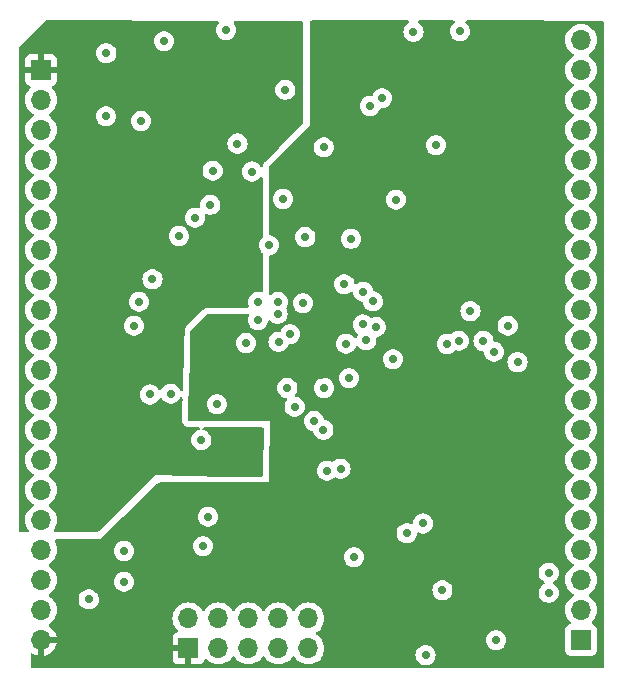
<source format=gbr>
%TF.GenerationSoftware,KiCad,Pcbnew,7.0.8*%
%TF.CreationDate,2024-01-04T13:39:42+01:00*%
%TF.ProjectId,OSSI_CM2,4f535349-5f43-44d3-922e-6b696361645f,rev?*%
%TF.SameCoordinates,Original*%
%TF.FileFunction,Copper,L3,Inr*%
%TF.FilePolarity,Positive*%
%FSLAX46Y46*%
G04 Gerber Fmt 4.6, Leading zero omitted, Abs format (unit mm)*
G04 Created by KiCad (PCBNEW 7.0.8) date 2024-01-04 13:39:42*
%MOMM*%
%LPD*%
G01*
G04 APERTURE LIST*
%TA.AperFunction,ComponentPad*%
%ADD10R,1.700000X1.700000*%
%TD*%
%TA.AperFunction,ComponentPad*%
%ADD11O,1.700000X1.700000*%
%TD*%
%TA.AperFunction,ViaPad*%
%ADD12C,0.700000*%
%TD*%
G04 APERTURE END LIST*
D10*
%TO.N,+3V3*%
%TO.C,X101*%
X131850000Y-126454000D03*
D11*
%TO.N,/SWD_DIO{slash}PA13*%
X131850000Y-123914000D03*
%TO.N,GND*%
X134390000Y-126454000D03*
%TO.N,/SWD_CLK{slash}PA14*%
X134390000Y-123914000D03*
%TO.N,GND*%
X136930000Y-126454000D03*
%TO.N,/TRACE_SWO{slash}PB3*%
X136930000Y-123914000D03*
%TO.N,unconnected-(X101-Pad7)*%
X139470000Y-126454000D03*
%TO.N,Net-(U101B-PH3{slash}BOOT0)*%
X139470000Y-123914000D03*
%TO.N,GND*%
X142010000Y-126454000D03*
%TO.N,Net-(U101B-~{RST})*%
X142010000Y-123914000D03*
%TD*%
D10*
%TO.N,+3V3_ANA*%
%TO.C,X201*%
X119380000Y-77470000D03*
D11*
%TO.N,1V25_REF*%
X119380000Y-80010000D03*
%TO.N,2V50_REF*%
X119380000Y-82550000D03*
%TO.N,AGND*%
X119380000Y-85090000D03*
%TO.N,AC_Grid_Voltage*%
X119380000Y-87630000D03*
%TO.N,Relay_Ctrl_Voltage*%
X119380000Y-90170000D03*
%TO.N,AGND*%
X119380000Y-92710000D03*
%TO.N,DC_Link_Voltage*%
X119380000Y-95250000D03*
%TO.N,AC_Current*%
X119380000Y-97790000D03*
%TO.N,AGND*%
X119380000Y-100330000D03*
%TO.N,AC_Relay_Voltage*%
X119380000Y-102870000D03*
%TO.N,DC_Input_Voltage*%
X119380000Y-105410000D03*
%TO.N,AGND*%
X119380000Y-107950000D03*
%TO.N,DC_Current*%
X119380000Y-110490000D03*
%TO.N,AC_Inverter_Voltage*%
X119380000Y-113030000D03*
%TO.N,AGND*%
X119380000Y-115570000D03*
%TO.N,LED_Red_Ctrl*%
X119380000Y-118110000D03*
%TO.N,LED_Green_Ctrl*%
X119380000Y-120650000D03*
%TO.N,GND*%
X119380000Y-123190000D03*
%TO.N,+3V3*%
X119380000Y-125730000D03*
%TD*%
D10*
%TO.N,GND*%
%TO.C,X202*%
X165100000Y-125730000D03*
D11*
%TO.N,UART_RX*%
X165100000Y-123190000D03*
%TO.N,UART_TX*%
X165100000Y-120650000D03*
%TO.N,GND*%
X165100000Y-118110000D03*
%TO.N,I2C_Dat*%
X165100000Y-115570000D03*
%TO.N,I2C_Clk*%
X165100000Y-113030000D03*
%TO.N,GND*%
X165100000Y-110490000D03*
%TO.N,HISIDE_PWM_\u00B5C*%
X165100000Y-107950000D03*
%TO.N,Boost_T1*%
X165100000Y-105410000D03*
%TO.N,GND*%
X165100000Y-102870000D03*
%TO.N,Relay_Voltage_Ctrl*%
X165100000Y-100330000D03*
%TO.N,Bridge_T1*%
X165100000Y-97790000D03*
%TO.N,GND*%
X165100000Y-95250000D03*
%TO.N,Bridge_T2*%
X165100000Y-92710000D03*
%TO.N,Bridge_T3*%
X165100000Y-90170000D03*
%TO.N,GND*%
X165100000Y-87630000D03*
%TO.N,Bridge_T4*%
X165100000Y-85090000D03*
%TO.N,Inv_Relay_Ctrl*%
X165100000Y-82550000D03*
%TO.N,GND*%
X165100000Y-80010000D03*
%TO.N,Grid_Relay_Ctrl*%
X165100000Y-77470000D03*
%TO.N,GND*%
X165100000Y-74930000D03*
%TD*%
D12*
%TO.N,GND*%
X151925000Y-127025000D03*
X152800000Y-83850000D03*
X145050000Y-95624500D03*
X133100000Y-117797400D03*
X136700000Y-100600000D03*
X141750000Y-91625000D03*
X149425000Y-88450000D03*
X145875000Y-118725000D03*
X134250000Y-105775000D03*
X154850000Y-74204000D03*
X139450000Y-97125000D03*
X139875000Y-88400000D03*
X143300000Y-84025000D03*
X133500000Y-115297400D03*
X153350000Y-121529000D03*
X123400000Y-122304000D03*
X157900000Y-125754000D03*
X143325000Y-104400000D03*
X150900000Y-74254000D03*
X145625000Y-91775000D03*
%TO.N,AGND*%
X136000000Y-83704000D03*
X137225000Y-86075000D03*
X133900000Y-86004000D03*
X124850000Y-81404000D03*
X133700000Y-88900000D03*
X138650000Y-92325000D03*
X135050000Y-74104000D03*
X130343523Y-104875000D03*
X132387023Y-89987024D03*
X128800000Y-95200000D03*
X127650000Y-97100000D03*
X124900000Y-76054000D03*
X137750000Y-97125000D03*
X131028445Y-91528445D03*
X132936800Y-108804000D03*
X140050000Y-79154000D03*
X127850000Y-81804000D03*
X127225000Y-99125000D03*
X128600000Y-104954000D03*
X129800000Y-75054000D03*
%TO.N,+3V3*%
X137750000Y-117797400D03*
X135400000Y-102775000D03*
X125350000Y-125629000D03*
X125350000Y-124804000D03*
X125350000Y-126454000D03*
X156300000Y-120179000D03*
X158700000Y-117154000D03*
X146196978Y-116646978D03*
X143050000Y-103275000D03*
X145269477Y-122894477D03*
X144475000Y-92925000D03*
X158700000Y-111804000D03*
%TO.N,Net-(U101A-PB10{slash}T2Ch3)*%
X145450000Y-103575000D03*
X154725000Y-100400000D03*
%TO.N,Net-(U101A-PB11{slash}T2Ch4)*%
X139475000Y-100500000D03*
X159712500Y-102212500D03*
%TO.N,Net-(U101A-PA8{slash}T1Ch1)*%
X158875000Y-99125000D03*
X143275000Y-107950000D03*
%TO.N,Net-(U101A-PA9{slash}T1Ch2)*%
X157725000Y-101325000D03*
X142475000Y-107200000D03*
%TO.N,Net-(U101A-PA10{slash}T1Ch3)*%
X156825000Y-100425000D03*
X140839444Y-105985556D03*
%TO.N,Net-(U101A-PA11{slash}T1Ch4)*%
X155725000Y-97900000D03*
X140224500Y-104412500D03*
%TO.N,I2C_Clk*%
X144725500Y-111225000D03*
X151725000Y-115875000D03*
%TO.N,I2C_Dat*%
X150325000Y-116704000D03*
X143584668Y-111409668D03*
%TO.N,Net-(U101A-PB2)*%
X126400000Y-118204000D03*
X137725000Y-98675500D03*
%TO.N,Net-(U101A-PB4)*%
X139400000Y-98125000D03*
X126400000Y-120804000D03*
%TO.N,Net-(U101A-PB5)*%
X146625000Y-99024500D03*
X146650000Y-96250000D03*
%TO.N,Net-(U101A-PA12)*%
X147225000Y-80525000D03*
X140450000Y-99850000D03*
%TO.N,Net-(U101A-PA15)*%
X145200000Y-100650000D03*
X148250000Y-79875000D03*
%TO.N,/TRACE_SWO{slash}PB3*%
X153750000Y-100677000D03*
X146900000Y-100375000D03*
%TO.N,UART_RX*%
X162350000Y-121750000D03*
X162350000Y-120034500D03*
%TO.N,Net-(U101B-PH3{slash}BOOT0)*%
X147475000Y-97075000D03*
X147700000Y-99225000D03*
%TO.N,Net-(U101B-~{RST})*%
X149150000Y-101975000D03*
X141550000Y-97225000D03*
%TO.N,+3V3_ANA*%
X138350000Y-79154000D03*
X137836800Y-108804000D03*
%TD*%
%TA.AperFunction,Conductor*%
%TO.N,+3V3_ANA*%
G36*
X134315895Y-73339450D02*
G01*
X134382858Y-73359379D01*
X134428419Y-73412351D01*
X134438108Y-73481545D01*
X134408850Y-73544994D01*
X134407587Y-73546420D01*
X134358138Y-73601338D01*
X134268750Y-73756164D01*
X134268747Y-73756170D01*
X134213504Y-73926192D01*
X134213503Y-73926194D01*
X134194815Y-74104000D01*
X134213503Y-74281805D01*
X134213504Y-74281807D01*
X134268747Y-74451829D01*
X134268750Y-74451835D01*
X134358141Y-74606665D01*
X134388059Y-74639892D01*
X134477764Y-74739521D01*
X134477767Y-74739523D01*
X134477770Y-74739526D01*
X134622407Y-74844612D01*
X134785733Y-74917329D01*
X134960609Y-74954500D01*
X134960610Y-74954500D01*
X135139389Y-74954500D01*
X135139391Y-74954500D01*
X135314267Y-74917329D01*
X135477593Y-74844612D01*
X135622230Y-74739526D01*
X135741859Y-74606665D01*
X135831250Y-74451835D01*
X135886497Y-74281803D01*
X135905185Y-74104000D01*
X135886497Y-73926197D01*
X135851828Y-73819496D01*
X135831252Y-73756170D01*
X135831249Y-73756164D01*
X135784625Y-73675409D01*
X135741859Y-73601335D01*
X135697285Y-73551830D01*
X135667055Y-73488838D01*
X135675681Y-73419503D01*
X135720422Y-73365837D01*
X135787075Y-73344880D01*
X135789808Y-73344859D01*
X141426097Y-73365545D01*
X141493064Y-73385475D01*
X141538625Y-73438447D01*
X141549641Y-73489903D01*
X141525145Y-81949812D01*
X141505267Y-82016794D01*
X141489988Y-82035957D01*
X139523733Y-84055354D01*
X138322342Y-85238209D01*
X138311669Y-85249954D01*
X138303467Y-85258980D01*
X138277305Y-85291191D01*
X138277304Y-85291193D01*
X138277304Y-85291192D01*
X138244435Y-85336587D01*
X138184663Y-85467464D01*
X138164978Y-85534502D01*
X138164975Y-85534513D01*
X138162139Y-85554236D01*
X138133113Y-85617791D01*
X138074334Y-85655564D01*
X138004465Y-85655562D01*
X137945687Y-85617787D01*
X137932014Y-85598585D01*
X137916859Y-85572335D01*
X137900563Y-85554236D01*
X137797235Y-85439478D01*
X137797232Y-85439476D01*
X137797231Y-85439475D01*
X137797230Y-85439474D01*
X137652593Y-85334388D01*
X137489267Y-85261671D01*
X137489265Y-85261670D01*
X137361594Y-85234533D01*
X137314391Y-85224500D01*
X137135609Y-85224500D01*
X137104954Y-85231015D01*
X136960733Y-85261670D01*
X136960728Y-85261672D01*
X136797408Y-85334387D01*
X136652768Y-85439475D01*
X136533140Y-85572336D01*
X136443750Y-85727164D01*
X136443747Y-85727170D01*
X136388504Y-85897192D01*
X136388503Y-85897194D01*
X136369815Y-86075000D01*
X136388503Y-86252805D01*
X136388504Y-86252807D01*
X136443747Y-86422829D01*
X136443750Y-86422835D01*
X136533141Y-86577665D01*
X136574812Y-86623946D01*
X136652764Y-86710521D01*
X136652767Y-86710523D01*
X136652770Y-86710526D01*
X136797407Y-86815612D01*
X136960733Y-86888329D01*
X137135609Y-86925500D01*
X137135610Y-86925500D01*
X137314389Y-86925500D01*
X137314391Y-86925500D01*
X137489267Y-86888329D01*
X137652593Y-86815612D01*
X137797230Y-86710526D01*
X137916859Y-86577665D01*
X137916860Y-86577661D01*
X137920184Y-86573089D01*
X137975515Y-86530425D01*
X138045128Y-86524447D01*
X138106922Y-86557055D01*
X138141278Y-86617894D01*
X138144500Y-86645977D01*
X138144500Y-88399997D01*
X138144500Y-91368927D01*
X138146015Y-91396567D01*
X138146016Y-91396572D01*
X138146016Y-91396573D01*
X138150488Y-91437263D01*
X138159530Y-91491821D01*
X138167056Y-91511712D01*
X138172369Y-91581379D01*
X138139173Y-91642859D01*
X138123967Y-91655909D01*
X138077769Y-91689474D01*
X138077764Y-91689478D01*
X137958140Y-91822336D01*
X137868750Y-91977164D01*
X137868747Y-91977170D01*
X137813504Y-92147192D01*
X137813503Y-92147194D01*
X137794815Y-92325000D01*
X137813503Y-92502805D01*
X137813504Y-92502807D01*
X137868747Y-92672829D01*
X137868750Y-92672835D01*
X137958141Y-92827665D01*
X137984816Y-92857290D01*
X138077764Y-92960521D01*
X138077767Y-92960523D01*
X138077770Y-92960526D01*
X138125382Y-92995118D01*
X138168046Y-93050447D01*
X138174025Y-93120060D01*
X138171473Y-93130368D01*
X138164978Y-93152486D01*
X138164977Y-93152493D01*
X138164976Y-93152497D01*
X138150205Y-93255232D01*
X138144500Y-93294914D01*
X138144500Y-96186225D01*
X138124815Y-96253264D01*
X138072011Y-96299019D01*
X138002853Y-96308963D01*
X137994720Y-96307515D01*
X137839392Y-96274500D01*
X137839391Y-96274500D01*
X137660609Y-96274500D01*
X137629954Y-96281015D01*
X137485733Y-96311670D01*
X137485728Y-96311672D01*
X137322408Y-96384387D01*
X137177768Y-96489475D01*
X137058140Y-96622336D01*
X136968750Y-96777164D01*
X136968747Y-96777170D01*
X136913504Y-96947192D01*
X136913503Y-96947194D01*
X136894815Y-97125000D01*
X136913503Y-97302805D01*
X136913504Y-97302807D01*
X136955541Y-97432182D01*
X136957536Y-97502023D01*
X136921456Y-97561856D01*
X136858755Y-97592684D01*
X136837610Y-97594500D01*
X133512665Y-97594500D01*
X133487838Y-97595721D01*
X133487833Y-97595721D01*
X133487822Y-97595722D01*
X133463978Y-97598075D01*
X133451241Y-97599332D01*
X133451234Y-97599333D01*
X133451232Y-97599333D01*
X133402096Y-97606632D01*
X133266438Y-97654535D01*
X133266434Y-97654537D01*
X133206661Y-97685825D01*
X133205655Y-97686302D01*
X133204521Y-97686944D01*
X133087846Y-97771134D01*
X131789722Y-99024497D01*
X131701017Y-99110143D01*
X131701016Y-99110143D01*
X131683509Y-99128851D01*
X131659049Y-99157797D01*
X131628039Y-99198506D01*
X131564486Y-99327585D01*
X131564485Y-99327588D01*
X131542953Y-99393733D01*
X131542858Y-99394021D01*
X131518243Y-99535782D01*
X131487675Y-100585283D01*
X131487246Y-100599997D01*
X131447626Y-101960283D01*
X131447197Y-101974997D01*
X131400596Y-103574997D01*
X131376631Y-104397783D01*
X131376202Y-104412498D01*
X131373278Y-104512855D01*
X131351650Y-104579293D01*
X131297536Y-104623491D01*
X131228117Y-104631416D01*
X131165434Y-104600552D01*
X131131399Y-104547559D01*
X131129299Y-104541097D01*
X131124773Y-104527165D01*
X131035382Y-104372335D01*
X130986885Y-104318474D01*
X130915758Y-104239478D01*
X130915755Y-104239476D01*
X130915754Y-104239475D01*
X130915753Y-104239474D01*
X130771116Y-104134388D01*
X130607790Y-104061671D01*
X130607788Y-104061670D01*
X130480117Y-104034533D01*
X130432914Y-104024500D01*
X130254132Y-104024500D01*
X130223477Y-104031015D01*
X130079256Y-104061670D01*
X130079251Y-104061672D01*
X129915931Y-104134387D01*
X129771291Y-104239475D01*
X129651663Y-104372336D01*
X129559024Y-104532793D01*
X129557809Y-104532091D01*
X129517313Y-104579720D01*
X129450461Y-104600030D01*
X129383240Y-104580972D01*
X129341915Y-104538034D01*
X129291862Y-104451339D01*
X129291860Y-104451336D01*
X129172235Y-104318478D01*
X129172232Y-104318476D01*
X129172231Y-104318475D01*
X129172230Y-104318474D01*
X129027593Y-104213388D01*
X128864267Y-104140671D01*
X128864265Y-104140670D01*
X128736594Y-104113533D01*
X128689391Y-104103500D01*
X128510609Y-104103500D01*
X128479954Y-104110015D01*
X128335733Y-104140670D01*
X128335728Y-104140672D01*
X128172408Y-104213387D01*
X128027768Y-104318475D01*
X127908140Y-104451336D01*
X127818750Y-104606164D01*
X127818747Y-104606170D01*
X127763504Y-104776192D01*
X127763503Y-104776194D01*
X127744815Y-104954000D01*
X127763503Y-105131805D01*
X127763504Y-105131807D01*
X127818747Y-105301829D01*
X127818750Y-105301835D01*
X127908141Y-105456665D01*
X127949812Y-105502946D01*
X128027764Y-105589521D01*
X128027767Y-105589523D01*
X128027770Y-105589526D01*
X128172407Y-105694612D01*
X128335733Y-105767329D01*
X128510609Y-105804500D01*
X128510610Y-105804500D01*
X128689389Y-105804500D01*
X128689391Y-105804500D01*
X128864267Y-105767329D01*
X129027593Y-105694612D01*
X129172230Y-105589526D01*
X129291859Y-105456665D01*
X129381250Y-105301835D01*
X129381250Y-105301833D01*
X129384499Y-105296207D01*
X129385717Y-105296910D01*
X129426185Y-105249295D01*
X129493033Y-105228970D01*
X129560258Y-105248012D01*
X129601607Y-105290964D01*
X129631737Y-105343151D01*
X129651664Y-105377665D01*
X129680776Y-105409997D01*
X129771287Y-105510521D01*
X129771290Y-105510523D01*
X129771293Y-105510526D01*
X129915930Y-105615612D01*
X130079256Y-105688329D01*
X130254132Y-105725500D01*
X130254133Y-105725500D01*
X130432912Y-105725500D01*
X130432914Y-105725500D01*
X130607790Y-105688329D01*
X130771116Y-105615612D01*
X130915753Y-105510526D01*
X131035382Y-105377665D01*
X131119069Y-105232713D01*
X131169633Y-105184501D01*
X131238240Y-105171277D01*
X131303105Y-105197245D01*
X131343634Y-105254159D01*
X131350401Y-105298326D01*
X131336947Y-105760283D01*
X131336518Y-105774997D01*
X131298430Y-107082669D01*
X131298430Y-107082679D01*
X131308256Y-107197636D01*
X131308258Y-107197649D01*
X131308734Y-107200000D01*
X131319408Y-107252758D01*
X131355052Y-107362506D01*
X131432836Y-107483540D01*
X131432839Y-107483544D01*
X131469525Y-107525882D01*
X131473981Y-107531024D01*
X131478577Y-107536328D01*
X131478591Y-107536344D01*
X131587328Y-107630567D01*
X131587331Y-107630568D01*
X131587332Y-107630569D01*
X131628948Y-107649575D01*
X131718205Y-107690338D01*
X131763021Y-107703497D01*
X131785239Y-107710022D01*
X131785244Y-107710023D01*
X131785248Y-107710024D01*
X131927664Y-107730500D01*
X132716761Y-107730500D01*
X132783800Y-107750185D01*
X132829555Y-107802989D01*
X132839499Y-107872147D01*
X132810474Y-107935703D01*
X132751696Y-107973477D01*
X132742542Y-107975790D01*
X132672533Y-107990670D01*
X132672528Y-107990672D01*
X132509208Y-108063387D01*
X132364568Y-108168475D01*
X132244940Y-108301336D01*
X132155550Y-108456164D01*
X132155547Y-108456170D01*
X132100304Y-108626192D01*
X132100303Y-108626194D01*
X132081615Y-108804000D01*
X132100303Y-108981805D01*
X132100304Y-108981807D01*
X132155547Y-109151829D01*
X132155550Y-109151835D01*
X132244941Y-109306665D01*
X132269751Y-109334219D01*
X132364564Y-109439521D01*
X132364567Y-109439523D01*
X132364570Y-109439526D01*
X132509207Y-109544612D01*
X132672533Y-109617329D01*
X132847409Y-109654500D01*
X132847410Y-109654500D01*
X133026189Y-109654500D01*
X133026191Y-109654500D01*
X133201067Y-109617329D01*
X133364393Y-109544612D01*
X133509030Y-109439526D01*
X133628659Y-109306665D01*
X133718050Y-109151835D01*
X133773297Y-108981803D01*
X133791985Y-108804000D01*
X133773297Y-108626197D01*
X133718050Y-108456165D01*
X133628659Y-108301335D01*
X133544437Y-108207797D01*
X133509035Y-108168478D01*
X133509032Y-108168476D01*
X133509031Y-108168475D01*
X133509030Y-108168474D01*
X133364393Y-108063388D01*
X133201067Y-107990671D01*
X133201065Y-107990670D01*
X133131058Y-107975790D01*
X133069576Y-107942598D01*
X133035800Y-107881435D01*
X133040452Y-107811720D01*
X133082057Y-107755588D01*
X133147404Y-107730859D01*
X133156839Y-107730500D01*
X138108227Y-107730500D01*
X138175266Y-107750185D01*
X138221021Y-107802989D01*
X138232204Y-107856894D01*
X138163793Y-111399909D01*
X138163605Y-111409666D01*
X138156514Y-111776894D01*
X138135539Y-111843541D01*
X138081861Y-111888268D01*
X138032537Y-111898500D01*
X134956250Y-111898500D01*
X129050000Y-111804000D01*
X129049999Y-111804000D01*
X124285873Y-116518500D01*
X124224375Y-116551664D01*
X124199533Y-116554358D01*
X120560379Y-116580210D01*
X120493201Y-116561002D01*
X120447072Y-116508524D01*
X120436638Y-116439438D01*
X120457922Y-116385092D01*
X120554035Y-116247830D01*
X120653903Y-116033663D01*
X120715063Y-115805408D01*
X120735659Y-115570000D01*
X120733478Y-115545077D01*
X120731539Y-115522918D01*
X120715063Y-115334592D01*
X120653903Y-115106337D01*
X120554035Y-114892171D01*
X120495225Y-114808180D01*
X120418494Y-114698597D01*
X120251402Y-114531506D01*
X120251396Y-114531501D01*
X120065842Y-114401575D01*
X120022217Y-114346998D01*
X120015023Y-114277500D01*
X120046546Y-114215145D01*
X120065842Y-114198425D01*
X120088026Y-114182891D01*
X120251401Y-114068495D01*
X120418495Y-113901401D01*
X120554035Y-113707830D01*
X120653903Y-113493663D01*
X120715063Y-113265408D01*
X120735659Y-113030000D01*
X120715063Y-112794592D01*
X120653903Y-112566337D01*
X120554035Y-112352171D01*
X120495225Y-112268180D01*
X120418494Y-112158597D01*
X120251402Y-111991506D01*
X120251396Y-111991501D01*
X120065842Y-111861575D01*
X120022217Y-111806998D01*
X120015023Y-111737500D01*
X120046546Y-111675145D01*
X120065842Y-111658425D01*
X120088026Y-111642891D01*
X120251401Y-111528495D01*
X120418495Y-111361401D01*
X120554035Y-111167830D01*
X120653903Y-110953663D01*
X120715063Y-110725408D01*
X120735659Y-110490000D01*
X120715063Y-110254592D01*
X120653903Y-110026337D01*
X120554035Y-109812171D01*
X120495225Y-109728180D01*
X120418494Y-109618597D01*
X120251402Y-109451506D01*
X120251396Y-109451501D01*
X120065842Y-109321575D01*
X120022217Y-109266998D01*
X120015023Y-109197500D01*
X120046546Y-109135145D01*
X120065842Y-109118425D01*
X120088026Y-109102891D01*
X120251401Y-108988495D01*
X120418495Y-108821401D01*
X120554035Y-108627830D01*
X120653903Y-108413663D01*
X120715063Y-108185408D01*
X120735659Y-107950000D01*
X120715063Y-107714592D01*
X120653903Y-107486337D01*
X120554035Y-107272171D01*
X120554004Y-107272126D01*
X120418494Y-107078597D01*
X120251402Y-106911506D01*
X120251396Y-106911501D01*
X120065842Y-106781575D01*
X120022217Y-106726998D01*
X120015023Y-106657500D01*
X120046546Y-106595145D01*
X120065842Y-106578425D01*
X120088026Y-106562891D01*
X120251401Y-106448495D01*
X120418495Y-106281401D01*
X120554035Y-106087830D01*
X120653903Y-105873663D01*
X120715063Y-105645408D01*
X120735659Y-105410000D01*
X120715063Y-105174592D01*
X120653903Y-104946337D01*
X120554035Y-104732171D01*
X120495225Y-104648180D01*
X120418494Y-104538597D01*
X120251402Y-104371506D01*
X120251396Y-104371501D01*
X120065842Y-104241575D01*
X120022217Y-104186998D01*
X120015023Y-104117500D01*
X120046546Y-104055145D01*
X120065842Y-104038425D01*
X120234970Y-103920000D01*
X120251401Y-103908495D01*
X120418495Y-103741401D01*
X120554035Y-103547830D01*
X120653903Y-103333663D01*
X120715063Y-103105408D01*
X120735659Y-102870000D01*
X120715063Y-102634592D01*
X120664499Y-102445881D01*
X120653905Y-102406344D01*
X120653904Y-102406343D01*
X120653903Y-102406337D01*
X120554035Y-102192171D01*
X120544746Y-102178904D01*
X120418494Y-101998597D01*
X120251402Y-101831506D01*
X120251396Y-101831501D01*
X120065842Y-101701575D01*
X120022217Y-101646998D01*
X120015023Y-101577500D01*
X120046546Y-101515145D01*
X120065842Y-101498425D01*
X120088026Y-101482891D01*
X120251401Y-101368495D01*
X120418495Y-101201401D01*
X120554035Y-101007830D01*
X120653903Y-100793663D01*
X120715063Y-100565408D01*
X120735659Y-100330000D01*
X120715063Y-100094592D01*
X120653903Y-99866337D01*
X120554035Y-99652171D01*
X120549079Y-99645092D01*
X120418494Y-99458597D01*
X120251402Y-99291506D01*
X120251396Y-99291501D01*
X120065842Y-99161575D01*
X120036607Y-99125000D01*
X126369815Y-99125000D01*
X126388503Y-99302805D01*
X126388504Y-99302807D01*
X126443747Y-99472829D01*
X126443750Y-99472835D01*
X126533141Y-99627665D01*
X126574812Y-99673946D01*
X126652764Y-99760521D01*
X126652767Y-99760523D01*
X126652770Y-99760526D01*
X126797407Y-99865612D01*
X126960733Y-99938329D01*
X127135609Y-99975500D01*
X127135610Y-99975500D01*
X127314389Y-99975500D01*
X127314391Y-99975500D01*
X127489267Y-99938329D01*
X127652593Y-99865612D01*
X127797230Y-99760526D01*
X127916859Y-99627665D01*
X128006250Y-99472835D01*
X128061497Y-99302803D01*
X128080185Y-99125000D01*
X128061497Y-98947197D01*
X128008186Y-98783123D01*
X128006252Y-98777170D01*
X128006249Y-98777164D01*
X127916859Y-98622335D01*
X127853368Y-98551821D01*
X127797235Y-98489478D01*
X127797232Y-98489476D01*
X127797231Y-98489475D01*
X127797230Y-98489474D01*
X127652593Y-98384388D01*
X127489267Y-98311671D01*
X127489265Y-98311670D01*
X127361594Y-98284533D01*
X127314391Y-98274500D01*
X127135609Y-98274500D01*
X127104954Y-98281015D01*
X126960733Y-98311670D01*
X126960728Y-98311672D01*
X126797408Y-98384387D01*
X126652768Y-98489475D01*
X126533140Y-98622336D01*
X126443750Y-98777164D01*
X126443747Y-98777170D01*
X126388504Y-98947192D01*
X126388503Y-98947194D01*
X126369815Y-99125000D01*
X120036607Y-99125000D01*
X120022217Y-99106998D01*
X120015023Y-99037500D01*
X120046546Y-98975145D01*
X120065842Y-98958425D01*
X120119156Y-98921094D01*
X120251401Y-98828495D01*
X120418495Y-98661401D01*
X120554035Y-98467830D01*
X120653903Y-98253663D01*
X120715063Y-98025408D01*
X120735659Y-97790000D01*
X120732938Y-97758905D01*
X120726643Y-97686945D01*
X120715063Y-97554592D01*
X120653903Y-97326337D01*
X120554035Y-97112171D01*
X120545513Y-97100000D01*
X126794815Y-97100000D01*
X126813503Y-97277805D01*
X126813504Y-97277807D01*
X126868747Y-97447829D01*
X126868750Y-97447835D01*
X126958141Y-97602665D01*
X126994197Y-97642709D01*
X127077764Y-97735521D01*
X127077767Y-97735523D01*
X127077770Y-97735526D01*
X127222407Y-97840612D01*
X127385733Y-97913329D01*
X127560609Y-97950500D01*
X127560610Y-97950500D01*
X127739389Y-97950500D01*
X127739391Y-97950500D01*
X127914267Y-97913329D01*
X128077593Y-97840612D01*
X128222230Y-97735526D01*
X128341859Y-97602665D01*
X128431250Y-97447835D01*
X128486497Y-97277803D01*
X128505185Y-97100000D01*
X128486497Y-96922197D01*
X128438532Y-96774576D01*
X128431252Y-96752170D01*
X128431249Y-96752164D01*
X128341859Y-96597335D01*
X128272226Y-96520000D01*
X128222235Y-96464478D01*
X128222232Y-96464476D01*
X128222231Y-96464475D01*
X128222230Y-96464474D01*
X128077593Y-96359388D01*
X127914267Y-96286671D01*
X127914265Y-96286670D01*
X127757099Y-96253264D01*
X127739391Y-96249500D01*
X127560609Y-96249500D01*
X127542901Y-96253264D01*
X127385733Y-96286670D01*
X127385728Y-96286672D01*
X127222408Y-96359387D01*
X127077768Y-96464475D01*
X126958140Y-96597336D01*
X126868750Y-96752164D01*
X126868747Y-96752170D01*
X126813504Y-96922192D01*
X126813503Y-96922194D01*
X126794815Y-97100000D01*
X120545513Y-97100000D01*
X120528476Y-97075668D01*
X120418494Y-96918597D01*
X120251402Y-96751506D01*
X120251396Y-96751501D01*
X120065842Y-96621575D01*
X120022217Y-96566998D01*
X120015023Y-96497500D01*
X120046546Y-96435145D01*
X120065842Y-96418425D01*
X120203378Y-96322121D01*
X120251401Y-96288495D01*
X120418495Y-96121401D01*
X120554035Y-95927830D01*
X120653903Y-95713663D01*
X120715063Y-95485408D01*
X120735659Y-95250000D01*
X120731284Y-95200000D01*
X127944815Y-95200000D01*
X127963503Y-95377805D01*
X127963504Y-95377807D01*
X128018747Y-95547829D01*
X128018750Y-95547835D01*
X128108141Y-95702665D01*
X128118044Y-95713663D01*
X128227764Y-95835521D01*
X128227767Y-95835523D01*
X128227770Y-95835526D01*
X128372407Y-95940612D01*
X128535733Y-96013329D01*
X128710609Y-96050500D01*
X128710610Y-96050500D01*
X128889389Y-96050500D01*
X128889391Y-96050500D01*
X129064267Y-96013329D01*
X129227593Y-95940612D01*
X129372230Y-95835526D01*
X129491859Y-95702665D01*
X129581250Y-95547835D01*
X129636497Y-95377803D01*
X129655185Y-95200000D01*
X129636497Y-95022197D01*
X129581250Y-94852165D01*
X129491859Y-94697335D01*
X129404419Y-94600223D01*
X129372235Y-94564478D01*
X129372232Y-94564476D01*
X129372231Y-94564475D01*
X129372230Y-94564474D01*
X129227593Y-94459388D01*
X129064267Y-94386671D01*
X129064265Y-94386670D01*
X128936594Y-94359533D01*
X128889391Y-94349500D01*
X128710609Y-94349500D01*
X128679954Y-94356015D01*
X128535733Y-94386670D01*
X128535728Y-94386672D01*
X128372408Y-94459387D01*
X128227768Y-94564475D01*
X128108140Y-94697336D01*
X128018750Y-94852164D01*
X128018747Y-94852170D01*
X127963504Y-95022192D01*
X127963503Y-95022194D01*
X127944815Y-95200000D01*
X120731284Y-95200000D01*
X120715063Y-95014592D01*
X120653903Y-94786337D01*
X120554035Y-94572171D01*
X120548649Y-94564478D01*
X120418494Y-94378597D01*
X120251402Y-94211506D01*
X120251396Y-94211501D01*
X120065842Y-94081575D01*
X120022217Y-94026998D01*
X120015023Y-93957500D01*
X120046546Y-93895145D01*
X120065842Y-93878425D01*
X120088026Y-93862891D01*
X120251401Y-93748495D01*
X120418495Y-93581401D01*
X120554035Y-93387830D01*
X120653903Y-93173663D01*
X120715063Y-92945408D01*
X120735659Y-92710000D01*
X120715063Y-92474592D01*
X120653903Y-92246337D01*
X120554035Y-92032171D01*
X120516738Y-91978904D01*
X120418494Y-91838597D01*
X120251402Y-91671506D01*
X120251396Y-91671501D01*
X120065842Y-91541575D01*
X120055347Y-91528445D01*
X130173260Y-91528445D01*
X130191948Y-91706250D01*
X130191949Y-91706252D01*
X130247192Y-91876274D01*
X130247195Y-91876280D01*
X130336586Y-92031110D01*
X130362800Y-92060223D01*
X130456209Y-92163966D01*
X130456212Y-92163968D01*
X130456215Y-92163971D01*
X130600852Y-92269057D01*
X130764178Y-92341774D01*
X130939054Y-92378945D01*
X130939055Y-92378945D01*
X131117834Y-92378945D01*
X131117836Y-92378945D01*
X131292712Y-92341774D01*
X131456038Y-92269057D01*
X131600675Y-92163971D01*
X131615779Y-92147197D01*
X131653844Y-92104921D01*
X131720304Y-92031110D01*
X131809695Y-91876280D01*
X131864942Y-91706248D01*
X131883630Y-91528445D01*
X131864942Y-91350642D01*
X131837318Y-91265626D01*
X131809697Y-91180615D01*
X131809694Y-91180609D01*
X131729323Y-91041402D01*
X131720304Y-91025780D01*
X131635703Y-90931821D01*
X131600680Y-90892923D01*
X131600677Y-90892921D01*
X131600676Y-90892920D01*
X131600675Y-90892919D01*
X131456038Y-90787833D01*
X131292712Y-90715116D01*
X131292710Y-90715115D01*
X131165039Y-90687978D01*
X131117836Y-90677945D01*
X130939054Y-90677945D01*
X130908399Y-90684460D01*
X130764178Y-90715115D01*
X130764173Y-90715117D01*
X130600853Y-90787832D01*
X130456213Y-90892920D01*
X130336585Y-91025781D01*
X130247195Y-91180609D01*
X130247192Y-91180615D01*
X130191949Y-91350637D01*
X130191948Y-91350639D01*
X130173260Y-91528445D01*
X120055347Y-91528445D01*
X120022217Y-91486998D01*
X120015023Y-91417500D01*
X120046546Y-91355145D01*
X120065842Y-91338425D01*
X120088026Y-91322891D01*
X120251401Y-91208495D01*
X120418495Y-91041401D01*
X120554035Y-90847830D01*
X120653903Y-90633663D01*
X120715063Y-90405408D01*
X120735659Y-90170000D01*
X120719650Y-89987024D01*
X131531838Y-89987024D01*
X131550526Y-90164829D01*
X131550527Y-90164831D01*
X131605770Y-90334853D01*
X131605773Y-90334859D01*
X131695164Y-90489689D01*
X131736835Y-90535970D01*
X131814787Y-90622545D01*
X131814790Y-90622547D01*
X131814793Y-90622550D01*
X131959430Y-90727636D01*
X132122756Y-90800353D01*
X132297632Y-90837524D01*
X132297633Y-90837524D01*
X132476412Y-90837524D01*
X132476414Y-90837524D01*
X132651290Y-90800353D01*
X132814616Y-90727636D01*
X132959253Y-90622550D01*
X133078882Y-90489689D01*
X133168273Y-90334859D01*
X133223520Y-90164827D01*
X133242208Y-89987024D01*
X133224977Y-89823092D01*
X133237546Y-89754368D01*
X133285278Y-89703343D01*
X133353018Y-89686225D01*
X133398733Y-89696855D01*
X133435733Y-89713329D01*
X133610609Y-89750500D01*
X133610610Y-89750500D01*
X133789389Y-89750500D01*
X133789391Y-89750500D01*
X133964267Y-89713329D01*
X134127593Y-89640612D01*
X134272230Y-89535526D01*
X134391859Y-89402665D01*
X134481250Y-89247835D01*
X134536497Y-89077803D01*
X134555185Y-88900000D01*
X134536497Y-88722197D01*
X134481250Y-88552165D01*
X134391859Y-88397335D01*
X134345003Y-88345296D01*
X134272235Y-88264478D01*
X134272232Y-88264476D01*
X134272231Y-88264475D01*
X134272230Y-88264474D01*
X134127593Y-88159388D01*
X133964267Y-88086671D01*
X133964265Y-88086670D01*
X133836594Y-88059533D01*
X133789391Y-88049500D01*
X133610609Y-88049500D01*
X133588907Y-88054113D01*
X133435733Y-88086670D01*
X133435728Y-88086672D01*
X133272408Y-88159387D01*
X133127768Y-88264475D01*
X133008140Y-88397336D01*
X132918750Y-88552164D01*
X132918747Y-88552170D01*
X132863504Y-88722192D01*
X132863503Y-88722194D01*
X132863503Y-88722197D01*
X132844815Y-88900000D01*
X132862044Y-89063927D01*
X132849476Y-89132656D01*
X132801744Y-89183680D01*
X132734004Y-89200798D01*
X132688289Y-89190168D01*
X132651290Y-89173695D01*
X132651288Y-89173694D01*
X132486138Y-89138591D01*
X132476414Y-89136524D01*
X132297632Y-89136524D01*
X132287908Y-89138591D01*
X132122756Y-89173694D01*
X132122751Y-89173696D01*
X131959431Y-89246411D01*
X131814791Y-89351499D01*
X131695163Y-89484360D01*
X131605773Y-89639188D01*
X131605770Y-89639194D01*
X131550527Y-89809216D01*
X131550526Y-89809218D01*
X131531838Y-89987024D01*
X120719650Y-89987024D01*
X120715063Y-89934592D01*
X120664499Y-89745881D01*
X120653905Y-89706344D01*
X120653904Y-89706343D01*
X120653903Y-89706337D01*
X120554035Y-89492171D01*
X120495225Y-89408180D01*
X120418494Y-89298597D01*
X120251402Y-89131506D01*
X120251396Y-89131501D01*
X120065842Y-89001575D01*
X120022217Y-88946998D01*
X120015023Y-88877500D01*
X120046546Y-88815145D01*
X120065842Y-88798425D01*
X120134394Y-88750424D01*
X120251401Y-88668495D01*
X120418495Y-88501401D01*
X120554035Y-88307830D01*
X120653903Y-88093663D01*
X120715063Y-87865408D01*
X120735659Y-87630000D01*
X120715063Y-87394592D01*
X120653903Y-87166337D01*
X120554035Y-86952171D01*
X120495225Y-86868180D01*
X120418494Y-86758597D01*
X120251402Y-86591506D01*
X120251396Y-86591501D01*
X120065842Y-86461575D01*
X120022217Y-86406998D01*
X120015023Y-86337500D01*
X120046546Y-86275145D01*
X120065842Y-86258425D01*
X120088026Y-86242891D01*
X120251401Y-86128495D01*
X120375896Y-86004000D01*
X133044815Y-86004000D01*
X133063503Y-86181805D01*
X133063504Y-86181807D01*
X133118747Y-86351829D01*
X133118750Y-86351835D01*
X133208141Y-86506665D01*
X133229535Y-86530425D01*
X133327764Y-86639521D01*
X133327767Y-86639523D01*
X133327770Y-86639526D01*
X133472407Y-86744612D01*
X133635733Y-86817329D01*
X133810609Y-86854500D01*
X133810610Y-86854500D01*
X133989389Y-86854500D01*
X133989391Y-86854500D01*
X134164267Y-86817329D01*
X134327593Y-86744612D01*
X134472230Y-86639526D01*
X134591859Y-86506665D01*
X134681250Y-86351835D01*
X134736497Y-86181803D01*
X134755185Y-86004000D01*
X134736497Y-85826197D01*
X134681250Y-85656165D01*
X134591859Y-85501335D01*
X134536159Y-85439474D01*
X134472235Y-85368478D01*
X134472232Y-85368476D01*
X134472231Y-85368475D01*
X134472230Y-85368474D01*
X134327593Y-85263388D01*
X134164267Y-85190671D01*
X134164265Y-85190670D01*
X134036594Y-85163533D01*
X133989391Y-85153500D01*
X133810609Y-85153500D01*
X133779954Y-85160015D01*
X133635733Y-85190670D01*
X133635728Y-85190672D01*
X133472408Y-85263387D01*
X133327768Y-85368475D01*
X133208140Y-85501336D01*
X133118750Y-85656164D01*
X133118747Y-85656170D01*
X133063504Y-85826192D01*
X133063503Y-85826194D01*
X133044815Y-86004000D01*
X120375896Y-86004000D01*
X120418495Y-85961401D01*
X120554035Y-85767830D01*
X120653903Y-85553663D01*
X120715063Y-85325408D01*
X120735659Y-85090000D01*
X120715063Y-84854592D01*
X120653903Y-84626337D01*
X120554035Y-84412171D01*
X120513949Y-84354921D01*
X120418494Y-84218597D01*
X120251402Y-84051506D01*
X120251396Y-84051501D01*
X120065842Y-83921575D01*
X120022217Y-83866998D01*
X120015023Y-83797500D01*
X120046546Y-83735145D01*
X120065842Y-83718425D01*
X120086443Y-83704000D01*
X135144815Y-83704000D01*
X135163503Y-83881805D01*
X135163504Y-83881807D01*
X135218747Y-84051829D01*
X135218750Y-84051835D01*
X135308141Y-84206665D01*
X135347861Y-84250778D01*
X135427764Y-84339521D01*
X135427767Y-84339523D01*
X135427770Y-84339526D01*
X135572407Y-84444612D01*
X135735733Y-84517329D01*
X135910609Y-84554500D01*
X135910610Y-84554500D01*
X136089389Y-84554500D01*
X136089391Y-84554500D01*
X136264267Y-84517329D01*
X136427593Y-84444612D01*
X136572230Y-84339526D01*
X136691859Y-84206665D01*
X136781250Y-84051835D01*
X136836497Y-83881803D01*
X136855185Y-83704000D01*
X136836497Y-83526197D01*
X136781250Y-83356165D01*
X136691859Y-83201335D01*
X136645003Y-83149296D01*
X136572235Y-83068478D01*
X136572232Y-83068476D01*
X136572231Y-83068475D01*
X136572230Y-83068474D01*
X136427593Y-82963388D01*
X136264267Y-82890671D01*
X136264265Y-82890670D01*
X136136594Y-82863533D01*
X136089391Y-82853500D01*
X135910609Y-82853500D01*
X135879954Y-82860015D01*
X135735733Y-82890670D01*
X135735728Y-82890672D01*
X135572408Y-82963387D01*
X135427768Y-83068475D01*
X135308140Y-83201336D01*
X135218750Y-83356164D01*
X135218747Y-83356170D01*
X135163504Y-83526192D01*
X135163503Y-83526194D01*
X135144815Y-83704000D01*
X120086443Y-83704000D01*
X120120718Y-83680000D01*
X120251401Y-83588495D01*
X120418495Y-83421401D01*
X120554035Y-83227830D01*
X120653903Y-83013663D01*
X120715063Y-82785408D01*
X120735659Y-82550000D01*
X120735187Y-82544610D01*
X120731539Y-82502918D01*
X120715063Y-82314592D01*
X120653903Y-82086337D01*
X120554035Y-81872171D01*
X120506302Y-81804000D01*
X120418494Y-81678597D01*
X120251402Y-81511506D01*
X120251396Y-81511501D01*
X120097868Y-81404000D01*
X123994815Y-81404000D01*
X124013503Y-81581805D01*
X124013504Y-81581807D01*
X124068747Y-81751829D01*
X124068750Y-81751835D01*
X124158141Y-81906665D01*
X124196991Y-81949812D01*
X124277764Y-82039521D01*
X124277767Y-82039523D01*
X124277770Y-82039526D01*
X124422407Y-82144612D01*
X124585733Y-82217329D01*
X124760609Y-82254500D01*
X124760610Y-82254500D01*
X124939389Y-82254500D01*
X124939391Y-82254500D01*
X125114267Y-82217329D01*
X125277593Y-82144612D01*
X125422230Y-82039526D01*
X125541859Y-81906665D01*
X125601133Y-81804000D01*
X126994815Y-81804000D01*
X127013503Y-81981805D01*
X127013504Y-81981807D01*
X127068747Y-82151829D01*
X127068750Y-82151835D01*
X127158141Y-82306665D01*
X127199812Y-82352946D01*
X127277764Y-82439521D01*
X127277767Y-82439523D01*
X127277770Y-82439526D01*
X127422407Y-82544612D01*
X127585733Y-82617329D01*
X127760609Y-82654500D01*
X127760610Y-82654500D01*
X127939389Y-82654500D01*
X127939391Y-82654500D01*
X128114267Y-82617329D01*
X128277593Y-82544612D01*
X128422230Y-82439526D01*
X128541859Y-82306665D01*
X128631250Y-82151835D01*
X128686497Y-81981803D01*
X128705185Y-81804000D01*
X128686497Y-81626197D01*
X128651534Y-81518591D01*
X128631252Y-81456170D01*
X128631249Y-81456164D01*
X128541859Y-81301335D01*
X128495003Y-81249296D01*
X128422235Y-81168478D01*
X128422232Y-81168476D01*
X128422231Y-81168475D01*
X128422230Y-81168474D01*
X128277593Y-81063388D01*
X128114267Y-80990671D01*
X128114265Y-80990670D01*
X127986594Y-80963533D01*
X127939391Y-80953500D01*
X127760609Y-80953500D01*
X127729954Y-80960015D01*
X127585733Y-80990670D01*
X127585728Y-80990672D01*
X127422408Y-81063387D01*
X127277768Y-81168475D01*
X127158140Y-81301336D01*
X127068750Y-81456164D01*
X127068747Y-81456170D01*
X127013504Y-81626192D01*
X127013503Y-81626194D01*
X126994815Y-81804000D01*
X125601133Y-81804000D01*
X125631250Y-81751835D01*
X125686497Y-81581803D01*
X125705185Y-81404000D01*
X125686497Y-81226197D01*
X125658873Y-81141181D01*
X125631252Y-81056170D01*
X125631249Y-81056164D01*
X125626823Y-81048498D01*
X125541859Y-80901335D01*
X125494936Y-80849222D01*
X125422235Y-80768478D01*
X125422232Y-80768476D01*
X125422231Y-80768475D01*
X125422230Y-80768474D01*
X125277593Y-80663388D01*
X125114267Y-80590671D01*
X125114265Y-80590670D01*
X124947539Y-80555232D01*
X124939391Y-80553500D01*
X124760609Y-80553500D01*
X124752461Y-80555232D01*
X124585733Y-80590670D01*
X124585728Y-80590672D01*
X124422408Y-80663387D01*
X124277768Y-80768475D01*
X124158140Y-80901336D01*
X124068750Y-81056164D01*
X124068747Y-81056170D01*
X124013504Y-81226192D01*
X124013503Y-81226194D01*
X123994815Y-81404000D01*
X120097868Y-81404000D01*
X120065842Y-81381575D01*
X120022217Y-81326998D01*
X120015023Y-81257500D01*
X120046546Y-81195145D01*
X120065842Y-81178425D01*
X120230130Y-81063389D01*
X120251401Y-81048495D01*
X120418495Y-80881401D01*
X120554035Y-80687830D01*
X120653903Y-80473663D01*
X120715063Y-80245408D01*
X120735659Y-80010000D01*
X120715063Y-79774592D01*
X120653903Y-79546337D01*
X120554035Y-79332171D01*
X120553780Y-79331807D01*
X120429279Y-79154000D01*
X139194815Y-79154000D01*
X139213503Y-79331805D01*
X139213504Y-79331807D01*
X139268747Y-79501829D01*
X139268750Y-79501835D01*
X139358141Y-79656665D01*
X139399812Y-79702946D01*
X139477764Y-79789521D01*
X139477767Y-79789523D01*
X139477770Y-79789526D01*
X139622407Y-79894612D01*
X139785733Y-79967329D01*
X139960609Y-80004500D01*
X139960610Y-80004500D01*
X140139389Y-80004500D01*
X140139391Y-80004500D01*
X140314267Y-79967329D01*
X140477593Y-79894612D01*
X140622230Y-79789526D01*
X140741859Y-79656665D01*
X140831250Y-79501835D01*
X140886497Y-79331803D01*
X140905185Y-79154000D01*
X140886497Y-78976197D01*
X140856953Y-78885271D01*
X140831252Y-78806170D01*
X140831249Y-78806164D01*
X140806533Y-78763354D01*
X140741859Y-78651335D01*
X140695003Y-78599296D01*
X140622235Y-78518478D01*
X140622232Y-78518476D01*
X140622231Y-78518475D01*
X140622230Y-78518474D01*
X140477593Y-78413388D01*
X140314267Y-78340671D01*
X140314265Y-78340670D01*
X140186594Y-78313533D01*
X140139391Y-78303500D01*
X139960609Y-78303500D01*
X139933689Y-78309222D01*
X139785733Y-78340670D01*
X139785728Y-78340672D01*
X139622408Y-78413387D01*
X139477768Y-78518475D01*
X139358140Y-78651336D01*
X139268750Y-78806164D01*
X139268747Y-78806170D01*
X139213504Y-78976192D01*
X139213503Y-78976194D01*
X139194815Y-79154000D01*
X120429279Y-79154000D01*
X120418496Y-79138600D01*
X120382516Y-79102620D01*
X120296179Y-79016283D01*
X120262696Y-78954963D01*
X120267680Y-78885271D01*
X120309551Y-78829337D01*
X120340529Y-78812422D01*
X120472086Y-78763354D01*
X120472093Y-78763350D01*
X120587187Y-78677190D01*
X120587190Y-78677187D01*
X120673350Y-78562093D01*
X120673354Y-78562086D01*
X120723596Y-78427379D01*
X120723598Y-78427372D01*
X120729999Y-78367844D01*
X120730000Y-78367827D01*
X120730000Y-77720000D01*
X119813686Y-77720000D01*
X119839493Y-77679844D01*
X119880000Y-77541889D01*
X119880000Y-77398111D01*
X119839493Y-77260156D01*
X119813686Y-77220000D01*
X120730000Y-77220000D01*
X120730000Y-76572172D01*
X120729999Y-76572155D01*
X120723598Y-76512627D01*
X120723596Y-76512620D01*
X120673354Y-76377913D01*
X120673350Y-76377906D01*
X120587190Y-76262812D01*
X120587187Y-76262809D01*
X120472093Y-76176649D01*
X120472086Y-76176645D01*
X120337379Y-76126403D01*
X120337372Y-76126401D01*
X120277844Y-76120000D01*
X119630000Y-76120000D01*
X119630000Y-77034498D01*
X119522315Y-76985320D01*
X119415763Y-76970000D01*
X119344237Y-76970000D01*
X119237685Y-76985320D01*
X119130000Y-77034498D01*
X119130000Y-76120000D01*
X118482155Y-76120000D01*
X118422627Y-76126401D01*
X118422620Y-76126403D01*
X118287913Y-76176645D01*
X118287906Y-76176649D01*
X118172812Y-76262809D01*
X118172809Y-76262812D01*
X118086649Y-76377906D01*
X118086645Y-76377913D01*
X118036403Y-76512620D01*
X118036401Y-76512627D01*
X118030000Y-76572155D01*
X118030000Y-77220000D01*
X118946314Y-77220000D01*
X118920507Y-77260156D01*
X118880000Y-77398111D01*
X118880000Y-77541889D01*
X118920507Y-77679844D01*
X118946314Y-77720000D01*
X118030000Y-77720000D01*
X118030000Y-78367844D01*
X118036401Y-78427372D01*
X118036403Y-78427379D01*
X118086645Y-78562086D01*
X118086649Y-78562093D01*
X118172809Y-78677187D01*
X118172812Y-78677190D01*
X118287906Y-78763350D01*
X118287913Y-78763354D01*
X118419470Y-78812421D01*
X118475403Y-78854292D01*
X118499821Y-78919756D01*
X118484970Y-78988029D01*
X118463819Y-79016284D01*
X118341503Y-79138600D01*
X118205965Y-79332169D01*
X118205964Y-79332171D01*
X118106098Y-79546335D01*
X118106094Y-79546344D01*
X118044938Y-79774586D01*
X118044936Y-79774596D01*
X118024341Y-80009999D01*
X118024341Y-80010000D01*
X118044936Y-80245403D01*
X118044938Y-80245413D01*
X118106094Y-80473655D01*
X118106096Y-80473659D01*
X118106097Y-80473663D01*
X118194568Y-80663389D01*
X118205965Y-80687830D01*
X118205967Y-80687834D01*
X118276004Y-80787856D01*
X118322963Y-80854921D01*
X118341501Y-80881395D01*
X118341506Y-80881402D01*
X118508597Y-81048493D01*
X118508603Y-81048498D01*
X118694158Y-81178425D01*
X118737783Y-81233002D01*
X118744977Y-81302500D01*
X118713454Y-81364855D01*
X118694158Y-81381575D01*
X118508597Y-81511505D01*
X118341505Y-81678597D01*
X118205965Y-81872169D01*
X118205964Y-81872171D01*
X118106098Y-82086335D01*
X118106094Y-82086344D01*
X118044938Y-82314586D01*
X118044936Y-82314596D01*
X118024341Y-82549999D01*
X118024341Y-82550000D01*
X118044936Y-82785403D01*
X118044938Y-82785413D01*
X118106094Y-83013655D01*
X118106096Y-83013659D01*
X118106097Y-83013663D01*
X118193610Y-83201335D01*
X118205965Y-83227830D01*
X118205967Y-83227834D01*
X118341501Y-83421395D01*
X118341506Y-83421402D01*
X118508597Y-83588493D01*
X118508603Y-83588498D01*
X118694158Y-83718425D01*
X118737783Y-83773002D01*
X118744977Y-83842500D01*
X118713454Y-83904855D01*
X118694158Y-83921575D01*
X118508597Y-84051505D01*
X118341505Y-84218597D01*
X118205965Y-84412169D01*
X118205964Y-84412171D01*
X118106098Y-84626335D01*
X118106094Y-84626344D01*
X118044938Y-84854586D01*
X118044936Y-84854596D01*
X118024341Y-85089999D01*
X118024341Y-85090000D01*
X118044936Y-85325403D01*
X118044938Y-85325413D01*
X118106094Y-85553655D01*
X118106096Y-85553659D01*
X118106097Y-85553663D01*
X118205965Y-85767830D01*
X118205967Y-85767834D01*
X118341501Y-85961395D01*
X118341506Y-85961402D01*
X118508597Y-86128493D01*
X118508603Y-86128498D01*
X118694158Y-86258425D01*
X118737783Y-86313002D01*
X118744977Y-86382500D01*
X118713454Y-86444855D01*
X118694158Y-86461575D01*
X118508597Y-86591505D01*
X118341505Y-86758597D01*
X118205965Y-86952169D01*
X118205964Y-86952171D01*
X118106098Y-87166335D01*
X118106094Y-87166344D01*
X118044938Y-87394586D01*
X118044936Y-87394596D01*
X118024341Y-87629999D01*
X118024341Y-87630000D01*
X118044936Y-87865403D01*
X118044938Y-87865413D01*
X118106094Y-88093655D01*
X118106096Y-88093659D01*
X118106097Y-88093663D01*
X118205965Y-88307830D01*
X118205967Y-88307834D01*
X118341501Y-88501395D01*
X118341506Y-88501402D01*
X118508597Y-88668493D01*
X118508603Y-88668498D01*
X118694158Y-88798425D01*
X118737783Y-88853002D01*
X118744977Y-88922500D01*
X118713454Y-88984855D01*
X118694158Y-89001575D01*
X118508597Y-89131505D01*
X118341505Y-89298597D01*
X118205965Y-89492169D01*
X118205964Y-89492171D01*
X118106098Y-89706335D01*
X118106094Y-89706344D01*
X118044938Y-89934586D01*
X118044936Y-89934596D01*
X118024341Y-90169999D01*
X118024341Y-90170000D01*
X118044936Y-90405403D01*
X118044938Y-90405413D01*
X118106094Y-90633655D01*
X118106096Y-90633659D01*
X118106097Y-90633663D01*
X118201159Y-90837524D01*
X118205965Y-90847830D01*
X118205967Y-90847834D01*
X118341501Y-91041395D01*
X118341506Y-91041402D01*
X118508597Y-91208493D01*
X118508603Y-91208498D01*
X118694158Y-91338425D01*
X118737783Y-91393002D01*
X118744977Y-91462500D01*
X118713454Y-91524855D01*
X118694158Y-91541575D01*
X118508597Y-91671505D01*
X118341505Y-91838597D01*
X118205965Y-92032169D01*
X118205964Y-92032171D01*
X118106098Y-92246335D01*
X118106094Y-92246344D01*
X118044938Y-92474586D01*
X118044936Y-92474596D01*
X118024341Y-92709999D01*
X118024341Y-92710000D01*
X118044936Y-92945403D01*
X118044938Y-92945413D01*
X118106094Y-93173655D01*
X118106096Y-93173659D01*
X118106097Y-93173663D01*
X118205965Y-93387830D01*
X118205967Y-93387834D01*
X118341501Y-93581395D01*
X118341506Y-93581402D01*
X118508597Y-93748493D01*
X118508603Y-93748498D01*
X118694158Y-93878425D01*
X118737783Y-93933002D01*
X118744977Y-94002500D01*
X118713454Y-94064855D01*
X118694158Y-94081575D01*
X118508597Y-94211505D01*
X118341505Y-94378597D01*
X118205965Y-94572169D01*
X118205964Y-94572171D01*
X118106098Y-94786335D01*
X118106094Y-94786344D01*
X118044938Y-95014586D01*
X118044936Y-95014596D01*
X118024341Y-95249999D01*
X118024341Y-95250000D01*
X118044936Y-95485403D01*
X118044938Y-95485413D01*
X118106094Y-95713655D01*
X118106096Y-95713659D01*
X118106097Y-95713663D01*
X118195319Y-95905000D01*
X118205965Y-95927830D01*
X118205967Y-95927834D01*
X118341501Y-96121395D01*
X118341506Y-96121402D01*
X118508597Y-96288493D01*
X118508603Y-96288498D01*
X118694158Y-96418425D01*
X118737783Y-96473002D01*
X118744977Y-96542500D01*
X118713454Y-96604855D01*
X118694158Y-96621575D01*
X118508597Y-96751505D01*
X118341505Y-96918597D01*
X118205965Y-97112169D01*
X118205964Y-97112171D01*
X118106098Y-97326335D01*
X118106094Y-97326344D01*
X118044938Y-97554586D01*
X118044936Y-97554596D01*
X118024341Y-97789999D01*
X118024341Y-97790000D01*
X118044936Y-98025403D01*
X118044938Y-98025413D01*
X118106094Y-98253655D01*
X118106096Y-98253659D01*
X118106097Y-98253663D01*
X118205965Y-98467830D01*
X118205967Y-98467834D01*
X118341501Y-98661395D01*
X118341506Y-98661402D01*
X118508597Y-98828493D01*
X118508603Y-98828498D01*
X118694158Y-98958425D01*
X118737783Y-99013002D01*
X118744977Y-99082500D01*
X118713454Y-99144855D01*
X118694158Y-99161575D01*
X118508597Y-99291505D01*
X118341505Y-99458597D01*
X118205965Y-99652169D01*
X118205964Y-99652171D01*
X118106098Y-99866335D01*
X118106094Y-99866344D01*
X118044938Y-100094586D01*
X118044936Y-100094596D01*
X118024341Y-100329999D01*
X118024341Y-100330000D01*
X118044936Y-100565403D01*
X118044938Y-100565413D01*
X118106094Y-100793655D01*
X118106096Y-100793659D01*
X118106097Y-100793663D01*
X118192951Y-100979921D01*
X118205965Y-101007830D01*
X118205967Y-101007834D01*
X118341501Y-101201395D01*
X118341506Y-101201402D01*
X118508597Y-101368493D01*
X118508603Y-101368498D01*
X118694158Y-101498425D01*
X118737783Y-101553002D01*
X118744977Y-101622500D01*
X118713454Y-101684855D01*
X118694158Y-101701575D01*
X118508597Y-101831505D01*
X118341505Y-101998597D01*
X118205965Y-102192169D01*
X118205964Y-102192171D01*
X118106098Y-102406335D01*
X118106094Y-102406344D01*
X118044938Y-102634586D01*
X118044936Y-102634596D01*
X118024341Y-102869999D01*
X118024341Y-102870000D01*
X118044936Y-103105403D01*
X118044938Y-103105413D01*
X118106094Y-103333655D01*
X118106096Y-103333659D01*
X118106097Y-103333663D01*
X118205965Y-103547830D01*
X118205967Y-103547834D01*
X118341501Y-103741395D01*
X118341506Y-103741402D01*
X118508597Y-103908493D01*
X118508603Y-103908498D01*
X118694158Y-104038425D01*
X118737783Y-104093002D01*
X118744977Y-104162500D01*
X118713454Y-104224855D01*
X118694158Y-104241575D01*
X118508597Y-104371505D01*
X118341505Y-104538597D01*
X118205965Y-104732169D01*
X118205964Y-104732171D01*
X118106098Y-104946335D01*
X118106094Y-104946344D01*
X118044938Y-105174586D01*
X118044936Y-105174596D01*
X118024341Y-105409999D01*
X118024341Y-105410000D01*
X118044936Y-105645403D01*
X118044938Y-105645413D01*
X118106094Y-105873655D01*
X118106096Y-105873659D01*
X118106097Y-105873663D01*
X118205965Y-106087830D01*
X118205967Y-106087834D01*
X118341501Y-106281395D01*
X118341506Y-106281402D01*
X118508597Y-106448493D01*
X118508603Y-106448498D01*
X118694158Y-106578425D01*
X118737783Y-106633002D01*
X118744977Y-106702500D01*
X118713454Y-106764855D01*
X118694158Y-106781575D01*
X118508597Y-106911505D01*
X118341505Y-107078597D01*
X118205965Y-107272169D01*
X118205964Y-107272171D01*
X118112401Y-107472816D01*
X118107399Y-107483546D01*
X118106098Y-107486335D01*
X118106094Y-107486344D01*
X118044938Y-107714586D01*
X118044936Y-107714596D01*
X118024341Y-107949999D01*
X118024341Y-107950000D01*
X118044936Y-108185403D01*
X118044938Y-108185413D01*
X118106094Y-108413655D01*
X118106096Y-108413659D01*
X118106097Y-108413663D01*
X118205201Y-108626192D01*
X118205965Y-108627830D01*
X118205967Y-108627834D01*
X118341501Y-108821395D01*
X118341506Y-108821402D01*
X118508597Y-108988493D01*
X118508603Y-108988498D01*
X118694158Y-109118425D01*
X118737783Y-109173002D01*
X118744977Y-109242500D01*
X118713454Y-109304855D01*
X118694158Y-109321575D01*
X118508597Y-109451505D01*
X118341505Y-109618597D01*
X118205965Y-109812169D01*
X118205964Y-109812171D01*
X118106098Y-110026335D01*
X118106094Y-110026344D01*
X118044938Y-110254586D01*
X118044936Y-110254596D01*
X118024341Y-110489999D01*
X118024341Y-110490000D01*
X118044936Y-110725403D01*
X118044938Y-110725413D01*
X118106094Y-110953655D01*
X118106096Y-110953659D01*
X118106097Y-110953663D01*
X118193774Y-111141687D01*
X118205965Y-111167830D01*
X118205967Y-111167834D01*
X118341501Y-111361395D01*
X118341506Y-111361402D01*
X118508597Y-111528493D01*
X118508603Y-111528498D01*
X118694158Y-111658425D01*
X118737783Y-111713002D01*
X118744977Y-111782500D01*
X118713454Y-111844855D01*
X118694158Y-111861575D01*
X118508597Y-111991505D01*
X118341505Y-112158597D01*
X118205965Y-112352169D01*
X118205964Y-112352171D01*
X118106098Y-112566335D01*
X118106094Y-112566344D01*
X118044938Y-112794586D01*
X118044936Y-112794596D01*
X118024341Y-113029999D01*
X118024341Y-113030000D01*
X118044936Y-113265403D01*
X118044938Y-113265413D01*
X118106094Y-113493655D01*
X118106096Y-113493659D01*
X118106097Y-113493663D01*
X118205965Y-113707830D01*
X118205967Y-113707834D01*
X118341501Y-113901395D01*
X118341506Y-113901402D01*
X118508597Y-114068493D01*
X118508603Y-114068498D01*
X118694158Y-114198425D01*
X118737783Y-114253002D01*
X118744977Y-114322500D01*
X118713454Y-114384855D01*
X118694158Y-114401575D01*
X118508597Y-114531505D01*
X118341505Y-114698597D01*
X118205965Y-114892169D01*
X118205964Y-114892171D01*
X118106098Y-115106335D01*
X118106094Y-115106344D01*
X118044938Y-115334586D01*
X118044936Y-115334596D01*
X118024341Y-115569999D01*
X118024341Y-115570000D01*
X118044936Y-115805403D01*
X118044938Y-115805413D01*
X118106094Y-116033655D01*
X118106096Y-116033659D01*
X118106097Y-116033663D01*
X118205965Y-116247830D01*
X118294366Y-116374079D01*
X118313752Y-116401765D01*
X118336079Y-116467972D01*
X118319069Y-116535739D01*
X118268121Y-116583552D01*
X118213058Y-116596886D01*
X117625381Y-116601061D01*
X117558203Y-116581853D01*
X117512074Y-116529375D01*
X117500500Y-116477064D01*
X117500500Y-76054000D01*
X124044815Y-76054000D01*
X124063503Y-76231805D01*
X124063504Y-76231807D01*
X124118747Y-76401829D01*
X124118750Y-76401835D01*
X124208141Y-76556665D01*
X124222104Y-76572172D01*
X124327764Y-76689521D01*
X124327767Y-76689523D01*
X124327770Y-76689526D01*
X124472407Y-76794612D01*
X124635733Y-76867329D01*
X124810609Y-76904500D01*
X124810610Y-76904500D01*
X124989389Y-76904500D01*
X124989391Y-76904500D01*
X125164267Y-76867329D01*
X125327593Y-76794612D01*
X125472230Y-76689526D01*
X125591859Y-76556665D01*
X125681250Y-76401835D01*
X125736497Y-76231803D01*
X125755185Y-76054000D01*
X125736497Y-75876197D01*
X125690006Y-75733113D01*
X125681252Y-75706170D01*
X125681249Y-75706164D01*
X125591859Y-75551335D01*
X125545003Y-75499296D01*
X125472235Y-75418478D01*
X125472232Y-75418476D01*
X125472231Y-75418475D01*
X125472230Y-75418474D01*
X125327593Y-75313388D01*
X125164267Y-75240671D01*
X125164265Y-75240670D01*
X125036594Y-75213533D01*
X124989391Y-75203500D01*
X124810609Y-75203500D01*
X124779954Y-75210015D01*
X124635733Y-75240670D01*
X124635728Y-75240672D01*
X124472408Y-75313387D01*
X124327768Y-75418475D01*
X124208140Y-75551336D01*
X124118750Y-75706164D01*
X124118747Y-75706170D01*
X124063504Y-75876192D01*
X124063503Y-75876194D01*
X124044815Y-76054000D01*
X117500500Y-76054000D01*
X117500500Y-75651348D01*
X117520185Y-75584309D01*
X117536550Y-75563935D01*
X118043400Y-75054000D01*
X128944815Y-75054000D01*
X128963503Y-75231805D01*
X128963504Y-75231807D01*
X129018747Y-75401829D01*
X129018750Y-75401835D01*
X129108141Y-75556665D01*
X129146815Y-75599617D01*
X129227764Y-75689521D01*
X129227767Y-75689523D01*
X129227770Y-75689526D01*
X129372407Y-75794612D01*
X129535733Y-75867329D01*
X129710609Y-75904500D01*
X129710610Y-75904500D01*
X129889389Y-75904500D01*
X129889391Y-75904500D01*
X130064267Y-75867329D01*
X130227593Y-75794612D01*
X130372230Y-75689526D01*
X130491859Y-75556665D01*
X130581250Y-75401835D01*
X130636497Y-75231803D01*
X130655185Y-75054000D01*
X130636497Y-74876197D01*
X130581250Y-74706165D01*
X130491859Y-74551335D01*
X130445003Y-74499296D01*
X130372235Y-74418478D01*
X130372232Y-74418476D01*
X130372231Y-74418475D01*
X130372230Y-74418474D01*
X130227593Y-74313388D01*
X130064267Y-74240671D01*
X130064265Y-74240670D01*
X129936594Y-74213533D01*
X129889391Y-74203500D01*
X129710609Y-74203500D01*
X129679954Y-74210015D01*
X129535733Y-74240670D01*
X129535728Y-74240672D01*
X129372408Y-74313387D01*
X129227768Y-74418475D01*
X129108140Y-74551336D01*
X129018750Y-74706164D01*
X129018747Y-74706170D01*
X128963504Y-74876192D01*
X128963503Y-74876194D01*
X128944815Y-75054000D01*
X118043400Y-75054000D01*
X119763844Y-73323084D01*
X119825065Y-73289414D01*
X119851791Y-73286500D01*
X119888378Y-73286500D01*
X134315895Y-73339450D01*
G37*
%TD.AperFunction*%
%TD*%
%TA.AperFunction,Conductor*%
%TO.N,+3V3*%
G36*
X150470099Y-73306185D02*
G01*
X150515854Y-73358989D01*
X150525798Y-73428147D01*
X150496773Y-73491703D01*
X150475946Y-73510818D01*
X150472409Y-73513387D01*
X150472408Y-73513388D01*
X150397059Y-73568131D01*
X150327768Y-73618475D01*
X150208140Y-73751336D01*
X150118750Y-73906164D01*
X150118747Y-73906170D01*
X150063504Y-74076192D01*
X150063503Y-74076194D01*
X150044815Y-74254000D01*
X150063503Y-74431805D01*
X150063504Y-74431807D01*
X150118747Y-74601829D01*
X150118750Y-74601835D01*
X150208141Y-74756665D01*
X150249812Y-74802946D01*
X150327764Y-74889521D01*
X150327767Y-74889523D01*
X150327770Y-74889526D01*
X150472407Y-74994612D01*
X150635733Y-75067329D01*
X150810609Y-75104500D01*
X150810610Y-75104500D01*
X150989389Y-75104500D01*
X150989391Y-75104500D01*
X151164267Y-75067329D01*
X151327593Y-74994612D01*
X151472230Y-74889526D01*
X151591859Y-74756665D01*
X151681250Y-74601835D01*
X151736497Y-74431803D01*
X151755185Y-74254000D01*
X151736497Y-74076197D01*
X151681250Y-73906165D01*
X151591859Y-73751335D01*
X151545003Y-73699296D01*
X151472235Y-73618478D01*
X151472232Y-73618476D01*
X151472231Y-73618475D01*
X151472230Y-73618474D01*
X151327593Y-73513388D01*
X151327591Y-73513387D01*
X151324055Y-73510818D01*
X151281390Y-73455488D01*
X151275411Y-73385874D01*
X151308017Y-73324079D01*
X151368856Y-73289722D01*
X151396941Y-73286500D01*
X154284241Y-73286500D01*
X154351280Y-73306185D01*
X154397035Y-73358989D01*
X154406979Y-73428147D01*
X154377954Y-73491703D01*
X154357129Y-73510815D01*
X154318812Y-73538654D01*
X154277768Y-73568475D01*
X154158140Y-73701336D01*
X154068750Y-73856164D01*
X154068747Y-73856170D01*
X154013504Y-74026192D01*
X154013503Y-74026194D01*
X153994815Y-74204000D01*
X154013503Y-74381805D01*
X154013504Y-74381807D01*
X154068747Y-74551829D01*
X154068750Y-74551835D01*
X154158141Y-74706665D01*
X154199812Y-74752946D01*
X154277764Y-74839521D01*
X154277767Y-74839523D01*
X154277770Y-74839526D01*
X154422407Y-74944612D01*
X154585733Y-75017329D01*
X154760609Y-75054500D01*
X154760610Y-75054500D01*
X154939389Y-75054500D01*
X154939391Y-75054500D01*
X155114267Y-75017329D01*
X155277593Y-74944612D01*
X155422230Y-74839526D01*
X155541859Y-74706665D01*
X155631250Y-74551835D01*
X155631413Y-74551335D01*
X155659030Y-74466337D01*
X155686497Y-74381803D01*
X155705185Y-74204000D01*
X155686497Y-74026197D01*
X155642733Y-73891505D01*
X155631252Y-73856170D01*
X155631249Y-73856164D01*
X155573515Y-73756165D01*
X155541859Y-73701335D01*
X155467254Y-73618478D01*
X155422235Y-73568478D01*
X155422232Y-73568476D01*
X155422231Y-73568475D01*
X155422230Y-73568474D01*
X155342873Y-73510817D01*
X155300208Y-73455487D01*
X155294230Y-73385874D01*
X155326836Y-73324079D01*
X155387675Y-73289722D01*
X155415760Y-73286500D01*
X157133088Y-73286500D01*
X166875673Y-73299829D01*
X166942682Y-73319605D01*
X166988365Y-73372472D01*
X166999500Y-73423829D01*
X166999500Y-128025500D01*
X166979815Y-128092539D01*
X166927011Y-128138294D01*
X166875500Y-128149500D01*
X118606000Y-128149500D01*
X118538961Y-128129815D01*
X118493206Y-128077011D01*
X118482000Y-128025500D01*
X118482000Y-126987461D01*
X118501685Y-126920422D01*
X118554489Y-126874667D01*
X118623647Y-126864723D01*
X118677124Y-126885887D01*
X118702414Y-126903596D01*
X118702420Y-126903599D01*
X118916507Y-127003429D01*
X118916516Y-127003433D01*
X119130000Y-127060634D01*
X119130000Y-126165501D01*
X119237685Y-126214680D01*
X119344237Y-126230000D01*
X119415763Y-126230000D01*
X119522315Y-126214680D01*
X119630000Y-126165501D01*
X119630000Y-127060633D01*
X119843483Y-127003433D01*
X119843492Y-127003429D01*
X120057578Y-126903600D01*
X120251082Y-126768105D01*
X120418105Y-126601082D01*
X120553600Y-126407578D01*
X120653429Y-126193492D01*
X120653432Y-126193486D01*
X120710636Y-125980000D01*
X119813686Y-125980000D01*
X119839493Y-125939844D01*
X119880000Y-125801889D01*
X119880000Y-125658111D01*
X119839493Y-125520156D01*
X119813686Y-125480000D01*
X120710636Y-125480000D01*
X120710635Y-125479999D01*
X120653432Y-125266513D01*
X120653429Y-125266507D01*
X120553600Y-125052422D01*
X120553599Y-125052420D01*
X120418113Y-124858926D01*
X120418108Y-124858920D01*
X120251078Y-124691890D01*
X120065405Y-124561879D01*
X120021780Y-124507302D01*
X120014588Y-124437804D01*
X120046110Y-124375449D01*
X120065406Y-124358730D01*
X120251401Y-124228495D01*
X120418495Y-124061401D01*
X120521706Y-123914000D01*
X130494341Y-123914000D01*
X130514936Y-124149403D01*
X130514938Y-124149413D01*
X130576094Y-124377655D01*
X130576096Y-124377659D01*
X130576097Y-124377663D01*
X130643615Y-124522455D01*
X130675965Y-124591830D01*
X130675967Y-124591834D01*
X130708063Y-124637671D01*
X130811501Y-124785396D01*
X130811506Y-124785402D01*
X130933818Y-124907714D01*
X130967303Y-124969037D01*
X130962319Y-125038729D01*
X130920447Y-125094662D01*
X130889471Y-125111577D01*
X130757912Y-125160646D01*
X130757906Y-125160649D01*
X130642812Y-125246809D01*
X130642809Y-125246812D01*
X130556649Y-125361906D01*
X130556645Y-125361913D01*
X130506403Y-125496620D01*
X130506401Y-125496627D01*
X130500000Y-125556155D01*
X130500000Y-126204000D01*
X131416314Y-126204000D01*
X131390507Y-126244156D01*
X131350000Y-126382111D01*
X131350000Y-126525889D01*
X131390507Y-126663844D01*
X131416314Y-126704000D01*
X130500000Y-126704000D01*
X130500000Y-127351844D01*
X130506401Y-127411372D01*
X130506403Y-127411379D01*
X130556645Y-127546086D01*
X130556649Y-127546093D01*
X130642809Y-127661187D01*
X130642812Y-127661190D01*
X130757906Y-127747350D01*
X130757913Y-127747354D01*
X130892620Y-127797596D01*
X130892627Y-127797598D01*
X130952155Y-127803999D01*
X130952172Y-127804000D01*
X131600000Y-127804000D01*
X131600000Y-126889501D01*
X131707685Y-126938680D01*
X131814237Y-126954000D01*
X131885763Y-126954000D01*
X131992315Y-126938680D01*
X132100000Y-126889501D01*
X132100000Y-127804000D01*
X132747828Y-127804000D01*
X132747844Y-127803999D01*
X132807372Y-127797598D01*
X132807379Y-127797596D01*
X132942086Y-127747354D01*
X132942093Y-127747350D01*
X133057187Y-127661190D01*
X133057190Y-127661187D01*
X133143350Y-127546093D01*
X133143354Y-127546086D01*
X133192422Y-127414529D01*
X133234293Y-127358595D01*
X133299757Y-127334178D01*
X133368030Y-127349030D01*
X133396285Y-127370181D01*
X133518599Y-127492495D01*
X133568824Y-127527663D01*
X133712165Y-127628032D01*
X133712167Y-127628033D01*
X133712170Y-127628035D01*
X133926337Y-127727903D01*
X134154592Y-127789063D01*
X134325319Y-127804000D01*
X134389999Y-127809659D01*
X134390000Y-127809659D01*
X134390001Y-127809659D01*
X134454681Y-127804000D01*
X134625408Y-127789063D01*
X134853663Y-127727903D01*
X135067830Y-127628035D01*
X135261401Y-127492495D01*
X135428495Y-127325401D01*
X135558425Y-127139842D01*
X135613002Y-127096217D01*
X135682500Y-127089023D01*
X135744855Y-127120546D01*
X135761575Y-127139842D01*
X135891500Y-127325395D01*
X135891505Y-127325401D01*
X136058599Y-127492495D01*
X136108824Y-127527663D01*
X136252165Y-127628032D01*
X136252167Y-127628033D01*
X136252170Y-127628035D01*
X136466337Y-127727903D01*
X136694592Y-127789063D01*
X136865319Y-127804000D01*
X136929999Y-127809659D01*
X136930000Y-127809659D01*
X136930001Y-127809659D01*
X136994681Y-127804000D01*
X137165408Y-127789063D01*
X137393663Y-127727903D01*
X137607830Y-127628035D01*
X137801401Y-127492495D01*
X137968495Y-127325401D01*
X138098425Y-127139842D01*
X138153002Y-127096217D01*
X138222500Y-127089023D01*
X138284855Y-127120546D01*
X138301575Y-127139842D01*
X138431500Y-127325395D01*
X138431505Y-127325401D01*
X138598599Y-127492495D01*
X138648824Y-127527663D01*
X138792165Y-127628032D01*
X138792167Y-127628033D01*
X138792170Y-127628035D01*
X139006337Y-127727903D01*
X139234592Y-127789063D01*
X139405319Y-127804000D01*
X139469999Y-127809659D01*
X139470000Y-127809659D01*
X139470001Y-127809659D01*
X139534681Y-127804000D01*
X139705408Y-127789063D01*
X139933663Y-127727903D01*
X140147830Y-127628035D01*
X140341401Y-127492495D01*
X140508495Y-127325401D01*
X140638425Y-127139842D01*
X140693002Y-127096217D01*
X140762500Y-127089023D01*
X140824855Y-127120546D01*
X140841575Y-127139842D01*
X140971500Y-127325395D01*
X140971505Y-127325401D01*
X141138599Y-127492495D01*
X141188824Y-127527663D01*
X141332165Y-127628032D01*
X141332167Y-127628033D01*
X141332170Y-127628035D01*
X141546337Y-127727903D01*
X141774592Y-127789063D01*
X141945319Y-127804000D01*
X142009999Y-127809659D01*
X142010000Y-127809659D01*
X142010001Y-127809659D01*
X142074681Y-127804000D01*
X142245408Y-127789063D01*
X142473663Y-127727903D01*
X142687830Y-127628035D01*
X142881401Y-127492495D01*
X143048495Y-127325401D01*
X143184035Y-127131830D01*
X143233851Y-127025000D01*
X151069815Y-127025000D01*
X151088503Y-127202805D01*
X151088504Y-127202807D01*
X151143747Y-127372829D01*
X151143750Y-127372835D01*
X151233141Y-127527665D01*
X151249734Y-127546093D01*
X151352764Y-127660521D01*
X151352767Y-127660523D01*
X151352770Y-127660526D01*
X151497407Y-127765612D01*
X151660733Y-127838329D01*
X151835609Y-127875500D01*
X151835610Y-127875500D01*
X152014389Y-127875500D01*
X152014391Y-127875500D01*
X152189267Y-127838329D01*
X152352593Y-127765612D01*
X152497230Y-127660526D01*
X152616859Y-127527665D01*
X152706250Y-127372835D01*
X152761497Y-127202803D01*
X152780185Y-127025000D01*
X152761497Y-126847197D01*
X152733873Y-126762181D01*
X152706252Y-126677170D01*
X152706249Y-126677164D01*
X152677791Y-126627873D01*
X152616859Y-126522335D01*
X152555329Y-126453999D01*
X152497235Y-126389478D01*
X152497232Y-126389476D01*
X152497231Y-126389475D01*
X152497230Y-126389474D01*
X152352593Y-126284388D01*
X152189267Y-126211671D01*
X152189265Y-126211670D01*
X152061594Y-126184533D01*
X152014391Y-126174500D01*
X151835609Y-126174500D01*
X151804954Y-126181015D01*
X151660733Y-126211670D01*
X151660728Y-126211672D01*
X151497408Y-126284387D01*
X151352768Y-126389475D01*
X151233140Y-126522336D01*
X151143750Y-126677164D01*
X151143747Y-126677170D01*
X151088504Y-126847192D01*
X151088503Y-126847194D01*
X151069815Y-127025000D01*
X143233851Y-127025000D01*
X143283903Y-126917663D01*
X143345063Y-126689408D01*
X143365659Y-126454000D01*
X143345063Y-126218592D01*
X143283903Y-125990337D01*
X143184035Y-125776171D01*
X143178425Y-125768158D01*
X143168511Y-125754000D01*
X157044815Y-125754000D01*
X157063503Y-125931805D01*
X157063504Y-125931807D01*
X157118747Y-126101829D01*
X157118750Y-126101835D01*
X157208141Y-126256665D01*
X157225991Y-126276489D01*
X157327764Y-126389521D01*
X157327767Y-126389523D01*
X157327770Y-126389526D01*
X157472407Y-126494612D01*
X157635733Y-126567329D01*
X157810609Y-126604500D01*
X157810610Y-126604500D01*
X157989389Y-126604500D01*
X157989391Y-126604500D01*
X158164267Y-126567329D01*
X158327593Y-126494612D01*
X158472230Y-126389526D01*
X158472274Y-126389478D01*
X158527628Y-126328000D01*
X158591859Y-126256665D01*
X158681250Y-126101835D01*
X158736497Y-125931803D01*
X158755185Y-125754000D01*
X158736497Y-125576197D01*
X158684284Y-125415503D01*
X158681252Y-125406170D01*
X158681249Y-125406164D01*
X158591859Y-125251335D01*
X158545003Y-125199296D01*
X158472235Y-125118478D01*
X158472232Y-125118476D01*
X158472231Y-125118475D01*
X158472230Y-125118474D01*
X158327593Y-125013388D01*
X158164267Y-124940671D01*
X158164265Y-124940670D01*
X158009216Y-124907714D01*
X157989391Y-124903500D01*
X157810609Y-124903500D01*
X157790784Y-124907714D01*
X157635733Y-124940670D01*
X157635728Y-124940672D01*
X157472408Y-125013387D01*
X157327768Y-125118475D01*
X157208140Y-125251336D01*
X157118750Y-125406164D01*
X157118747Y-125406170D01*
X157063504Y-125576192D01*
X157063503Y-125576194D01*
X157044815Y-125754000D01*
X143168511Y-125754000D01*
X143048494Y-125582597D01*
X142881402Y-125415506D01*
X142881396Y-125415501D01*
X142695842Y-125285575D01*
X142652217Y-125230998D01*
X142645023Y-125161500D01*
X142676546Y-125099145D01*
X142695842Y-125082425D01*
X142718026Y-125066891D01*
X142881401Y-124952495D01*
X143048495Y-124785401D01*
X143184035Y-124591830D01*
X143283903Y-124377663D01*
X143345063Y-124149408D01*
X143365659Y-123914000D01*
X143345063Y-123678592D01*
X143283903Y-123450337D01*
X143184035Y-123236171D01*
X143178425Y-123228158D01*
X143151707Y-123190000D01*
X163744341Y-123190000D01*
X163764936Y-123425403D01*
X163764938Y-123425413D01*
X163826094Y-123653655D01*
X163826096Y-123653659D01*
X163826097Y-123653663D01*
X163925965Y-123867830D01*
X163925967Y-123867834D01*
X164034281Y-124022521D01*
X164061501Y-124061396D01*
X164061506Y-124061402D01*
X164183430Y-124183326D01*
X164216915Y-124244649D01*
X164211931Y-124314341D01*
X164170059Y-124370274D01*
X164139083Y-124387189D01*
X164007669Y-124436203D01*
X164007664Y-124436206D01*
X163892455Y-124522452D01*
X163892452Y-124522455D01*
X163806206Y-124637664D01*
X163806202Y-124637671D01*
X163755908Y-124772517D01*
X163749501Y-124832116D01*
X163749501Y-124832123D01*
X163749500Y-124832135D01*
X163749500Y-126627870D01*
X163749501Y-126627876D01*
X163755908Y-126687483D01*
X163806202Y-126822328D01*
X163806206Y-126822335D01*
X163892452Y-126937544D01*
X163892455Y-126937547D01*
X164007664Y-127023793D01*
X164007671Y-127023797D01*
X164142517Y-127074091D01*
X164142516Y-127074091D01*
X164149444Y-127074835D01*
X164202127Y-127080500D01*
X165997872Y-127080499D01*
X166057483Y-127074091D01*
X166192331Y-127023796D01*
X166307546Y-126937546D01*
X166393796Y-126822331D01*
X166444091Y-126687483D01*
X166450500Y-126627873D01*
X166450499Y-124832128D01*
X166444091Y-124772517D01*
X166393796Y-124637669D01*
X166393795Y-124637668D01*
X166393793Y-124637664D01*
X166307547Y-124522455D01*
X166307544Y-124522452D01*
X166192335Y-124436206D01*
X166192328Y-124436202D01*
X166060917Y-124387189D01*
X166004983Y-124345318D01*
X165980566Y-124279853D01*
X165995418Y-124211580D01*
X166016563Y-124183332D01*
X166138495Y-124061401D01*
X166274035Y-123867830D01*
X166373903Y-123653663D01*
X166435063Y-123425408D01*
X166455659Y-123190000D01*
X166435063Y-122954592D01*
X166373903Y-122726337D01*
X166274035Y-122512171D01*
X166258940Y-122490612D01*
X166138494Y-122318597D01*
X165971402Y-122151506D01*
X165971396Y-122151501D01*
X165785842Y-122021575D01*
X165742217Y-121966998D01*
X165735023Y-121897500D01*
X165766546Y-121835145D01*
X165785842Y-121818425D01*
X165808026Y-121802891D01*
X165971401Y-121688495D01*
X166138495Y-121521401D01*
X166274035Y-121327830D01*
X166373903Y-121113663D01*
X166435063Y-120885408D01*
X166455659Y-120650000D01*
X166453576Y-120626197D01*
X166445787Y-120537163D01*
X166435063Y-120414592D01*
X166380861Y-120212305D01*
X166373905Y-120186344D01*
X166373904Y-120186343D01*
X166373903Y-120186337D01*
X166274035Y-119972171D01*
X166260962Y-119953500D01*
X166138494Y-119778597D01*
X165971402Y-119611506D01*
X165971396Y-119611501D01*
X165785842Y-119481575D01*
X165742217Y-119426998D01*
X165735023Y-119357500D01*
X165766546Y-119295145D01*
X165785842Y-119278425D01*
X165808026Y-119262891D01*
X165971401Y-119148495D01*
X166138495Y-118981401D01*
X166274035Y-118787830D01*
X166373903Y-118573663D01*
X166435063Y-118345408D01*
X166455659Y-118110000D01*
X166435063Y-117874592D01*
X166373903Y-117646337D01*
X166274035Y-117432171D01*
X166244978Y-117390672D01*
X166138494Y-117238597D01*
X165971402Y-117071506D01*
X165971396Y-117071501D01*
X165785842Y-116941575D01*
X165742217Y-116886998D01*
X165735023Y-116817500D01*
X165766546Y-116755145D01*
X165785842Y-116738425D01*
X165876669Y-116674827D01*
X165971401Y-116608495D01*
X166138495Y-116441401D01*
X166274035Y-116247830D01*
X166373903Y-116033663D01*
X166435063Y-115805408D01*
X166455659Y-115570000D01*
X166435063Y-115334592D01*
X166373903Y-115106337D01*
X166274035Y-114892171D01*
X166138495Y-114698599D01*
X166138494Y-114698597D01*
X165971402Y-114531506D01*
X165971396Y-114531501D01*
X165785842Y-114401575D01*
X165742217Y-114346998D01*
X165735023Y-114277500D01*
X165766546Y-114215145D01*
X165785842Y-114198425D01*
X165808026Y-114182891D01*
X165971401Y-114068495D01*
X166138495Y-113901401D01*
X166274035Y-113707830D01*
X166373903Y-113493663D01*
X166435063Y-113265408D01*
X166455659Y-113030000D01*
X166435063Y-112794592D01*
X166373903Y-112566337D01*
X166274035Y-112352171D01*
X166138495Y-112158599D01*
X166138494Y-112158597D01*
X165971402Y-111991506D01*
X165971396Y-111991501D01*
X165785842Y-111861575D01*
X165742217Y-111806998D01*
X165735023Y-111737500D01*
X165766546Y-111675145D01*
X165785842Y-111658425D01*
X165887169Y-111587475D01*
X165971401Y-111528495D01*
X166138495Y-111361401D01*
X166274035Y-111167830D01*
X166373903Y-110953663D01*
X166435063Y-110725408D01*
X166455659Y-110490000D01*
X166435063Y-110254592D01*
X166373903Y-110026337D01*
X166274035Y-109812171D01*
X166138495Y-109618599D01*
X166138494Y-109618597D01*
X165971402Y-109451506D01*
X165971396Y-109451501D01*
X165785842Y-109321575D01*
X165742217Y-109266998D01*
X165735023Y-109197500D01*
X165766546Y-109135145D01*
X165785842Y-109118425D01*
X165808026Y-109102891D01*
X165971401Y-108988495D01*
X166138495Y-108821401D01*
X166274035Y-108627830D01*
X166373903Y-108413663D01*
X166435063Y-108185408D01*
X166455659Y-107950000D01*
X166454837Y-107940610D01*
X166451539Y-107902918D01*
X166435063Y-107714592D01*
X166373903Y-107486337D01*
X166274035Y-107272171D01*
X166227223Y-107205315D01*
X166138494Y-107078597D01*
X165971402Y-106911506D01*
X165971396Y-106911501D01*
X165785842Y-106781575D01*
X165742217Y-106726998D01*
X165735023Y-106657500D01*
X165766546Y-106595145D01*
X165785842Y-106578425D01*
X165914669Y-106488219D01*
X165971401Y-106448495D01*
X166138495Y-106281401D01*
X166274035Y-106087830D01*
X166373903Y-105873663D01*
X166435063Y-105645408D01*
X166455659Y-105410000D01*
X166435063Y-105174592D01*
X166378012Y-104961671D01*
X166373905Y-104946344D01*
X166373904Y-104946343D01*
X166373903Y-104946337D01*
X166274035Y-104732171D01*
X166174702Y-104590307D01*
X166138494Y-104538597D01*
X165971402Y-104371506D01*
X165971396Y-104371501D01*
X165785842Y-104241575D01*
X165742217Y-104186998D01*
X165735023Y-104117500D01*
X165766546Y-104055145D01*
X165785842Y-104038425D01*
X165950921Y-103922835D01*
X165971401Y-103908495D01*
X166138495Y-103741401D01*
X166274035Y-103547830D01*
X166373903Y-103333663D01*
X166435063Y-103105408D01*
X166455659Y-102870000D01*
X166453736Y-102848026D01*
X166451539Y-102822918D01*
X166435063Y-102634592D01*
X166373903Y-102406337D01*
X166274035Y-102192171D01*
X166246473Y-102152807D01*
X166138494Y-101998597D01*
X165971402Y-101831506D01*
X165971396Y-101831501D01*
X165785842Y-101701575D01*
X165742217Y-101646998D01*
X165735023Y-101577500D01*
X165766546Y-101515145D01*
X165785842Y-101498425D01*
X165854286Y-101450500D01*
X165971401Y-101368495D01*
X166138495Y-101201401D01*
X166274035Y-101007830D01*
X166373903Y-100793663D01*
X166435063Y-100565408D01*
X166455659Y-100330000D01*
X166435063Y-100094592D01*
X166373903Y-99866337D01*
X166274035Y-99652171D01*
X166256875Y-99627663D01*
X166138494Y-99458597D01*
X165971402Y-99291506D01*
X165971396Y-99291501D01*
X165785842Y-99161575D01*
X165742217Y-99106998D01*
X165735023Y-99037500D01*
X165766546Y-98975145D01*
X165785842Y-98958425D01*
X165901893Y-98877165D01*
X165971401Y-98828495D01*
X166138495Y-98661401D01*
X166274035Y-98467830D01*
X166373903Y-98253663D01*
X166435063Y-98025408D01*
X166455659Y-97790000D01*
X166454536Y-97777170D01*
X166448706Y-97710526D01*
X166435063Y-97554592D01*
X166373903Y-97326337D01*
X166274035Y-97112171D01*
X166256181Y-97086672D01*
X166138494Y-96918597D01*
X165971402Y-96751506D01*
X165971396Y-96751501D01*
X165785842Y-96621575D01*
X165742217Y-96566998D01*
X165735023Y-96497500D01*
X165766546Y-96435145D01*
X165785842Y-96418425D01*
X165848573Y-96374500D01*
X165971401Y-96288495D01*
X166138495Y-96121401D01*
X166274035Y-95927830D01*
X166373903Y-95713663D01*
X166435063Y-95485408D01*
X166455659Y-95250000D01*
X166435063Y-95014592D01*
X166388626Y-94841285D01*
X166373905Y-94786344D01*
X166373904Y-94786343D01*
X166373903Y-94786337D01*
X166274035Y-94572171D01*
X166138495Y-94378599D01*
X166138494Y-94378597D01*
X165971402Y-94211506D01*
X165971396Y-94211501D01*
X165785842Y-94081575D01*
X165742217Y-94026998D01*
X165735023Y-93957500D01*
X165766546Y-93895145D01*
X165785842Y-93878425D01*
X165808026Y-93862891D01*
X165971401Y-93748495D01*
X166138495Y-93581401D01*
X166274035Y-93387830D01*
X166373903Y-93173663D01*
X166435063Y-92945408D01*
X166455659Y-92710000D01*
X166435063Y-92474592D01*
X166373903Y-92246337D01*
X166274035Y-92032171D01*
X166232484Y-91972829D01*
X166138494Y-91838597D01*
X165971402Y-91671506D01*
X165971396Y-91671501D01*
X165785842Y-91541575D01*
X165742217Y-91486998D01*
X165735023Y-91417500D01*
X165766546Y-91355145D01*
X165785842Y-91338425D01*
X165873330Y-91277165D01*
X165971401Y-91208495D01*
X166138495Y-91041401D01*
X166274035Y-90847830D01*
X166373903Y-90633663D01*
X166435063Y-90405408D01*
X166455659Y-90170000D01*
X166435063Y-89934592D01*
X166385736Y-89750500D01*
X166373905Y-89706344D01*
X166373904Y-89706343D01*
X166373903Y-89706337D01*
X166274035Y-89492171D01*
X166211363Y-89402665D01*
X166138494Y-89298597D01*
X165971402Y-89131506D01*
X165971396Y-89131501D01*
X165785842Y-89001575D01*
X165742217Y-88946998D01*
X165735023Y-88877500D01*
X165766546Y-88815145D01*
X165785842Y-88798425D01*
X165858100Y-88747829D01*
X165971401Y-88668495D01*
X166138495Y-88501401D01*
X166274035Y-88307830D01*
X166373903Y-88093663D01*
X166435063Y-87865408D01*
X166455659Y-87630000D01*
X166435063Y-87394592D01*
X166373903Y-87166337D01*
X166274035Y-86952171D01*
X166205646Y-86854500D01*
X166138494Y-86758597D01*
X165971402Y-86591506D01*
X165971396Y-86591501D01*
X165785842Y-86461575D01*
X165742217Y-86406998D01*
X165735023Y-86337500D01*
X165766546Y-86275145D01*
X165785842Y-86258425D01*
X165895269Y-86181803D01*
X165971401Y-86128495D01*
X166138495Y-85961401D01*
X166274035Y-85767830D01*
X166373903Y-85553663D01*
X166435063Y-85325408D01*
X166455659Y-85090000D01*
X166435063Y-84854592D01*
X166383063Y-84660523D01*
X166373905Y-84626344D01*
X166373904Y-84626343D01*
X166373903Y-84626337D01*
X166274035Y-84412171D01*
X166232368Y-84352663D01*
X166138494Y-84218597D01*
X165971402Y-84051506D01*
X165971396Y-84051501D01*
X165785842Y-83921575D01*
X165742217Y-83866998D01*
X165735023Y-83797500D01*
X165766546Y-83735145D01*
X165785842Y-83718425D01*
X165851862Y-83672197D01*
X165971401Y-83588495D01*
X166138495Y-83421401D01*
X166274035Y-83227830D01*
X166373903Y-83013663D01*
X166435063Y-82785408D01*
X166455659Y-82550000D01*
X166435063Y-82314592D01*
X166373903Y-82086337D01*
X166274035Y-81872171D01*
X166226302Y-81804000D01*
X166138494Y-81678597D01*
X165971402Y-81511506D01*
X165971396Y-81511501D01*
X165785842Y-81381575D01*
X165742217Y-81326998D01*
X165735023Y-81257500D01*
X165766546Y-81195145D01*
X165785842Y-81178425D01*
X165811411Y-81160521D01*
X165971401Y-81048495D01*
X166138495Y-80881401D01*
X166274035Y-80687830D01*
X166373903Y-80473663D01*
X166435063Y-80245408D01*
X166455659Y-80010000D01*
X166435063Y-79774592D01*
X166373903Y-79546337D01*
X166274035Y-79332171D01*
X166273778Y-79331803D01*
X166138494Y-79138597D01*
X165971402Y-78971506D01*
X165971396Y-78971501D01*
X165785842Y-78841575D01*
X165742217Y-78786998D01*
X165735023Y-78717500D01*
X165766546Y-78655145D01*
X165785842Y-78638425D01*
X165894515Y-78562331D01*
X165971401Y-78508495D01*
X166138495Y-78341401D01*
X166274035Y-78147830D01*
X166373903Y-77933663D01*
X166435063Y-77705408D01*
X166455659Y-77470000D01*
X166435063Y-77234592D01*
X166373903Y-77006337D01*
X166274035Y-76792171D01*
X166138495Y-76598599D01*
X166138494Y-76598597D01*
X165971402Y-76431506D01*
X165971396Y-76431501D01*
X165785842Y-76301575D01*
X165742217Y-76246998D01*
X165735023Y-76177500D01*
X165766546Y-76115145D01*
X165785842Y-76098425D01*
X165849287Y-76054000D01*
X165971401Y-75968495D01*
X166138495Y-75801401D01*
X166274035Y-75607830D01*
X166373903Y-75393663D01*
X166435063Y-75165408D01*
X166455659Y-74930000D01*
X166435063Y-74694592D01*
X166373903Y-74466337D01*
X166274035Y-74252171D01*
X166240306Y-74204000D01*
X166138494Y-74058597D01*
X165971402Y-73891506D01*
X165971395Y-73891501D01*
X165777834Y-73755967D01*
X165777830Y-73755965D01*
X165767901Y-73751335D01*
X165563663Y-73656097D01*
X165563659Y-73656096D01*
X165563655Y-73656094D01*
X165335413Y-73594938D01*
X165335403Y-73594936D01*
X165100001Y-73574341D01*
X165099999Y-73574341D01*
X164864596Y-73594936D01*
X164864586Y-73594938D01*
X164636344Y-73656094D01*
X164636335Y-73656098D01*
X164422171Y-73755964D01*
X164422169Y-73755965D01*
X164228597Y-73891505D01*
X164061505Y-74058597D01*
X163925965Y-74252169D01*
X163925964Y-74252171D01*
X163826098Y-74466335D01*
X163826094Y-74466344D01*
X163764938Y-74694586D01*
X163764936Y-74694596D01*
X163744341Y-74929999D01*
X163744341Y-74930000D01*
X163764936Y-75165403D01*
X163764938Y-75165413D01*
X163826094Y-75393655D01*
X163826096Y-75393659D01*
X163826097Y-75393663D01*
X163829908Y-75401835D01*
X163925965Y-75607830D01*
X163925967Y-75607834D01*
X164061501Y-75801395D01*
X164061506Y-75801402D01*
X164228597Y-75968493D01*
X164228603Y-75968498D01*
X164414158Y-76098425D01*
X164457783Y-76153002D01*
X164464977Y-76222500D01*
X164433454Y-76284855D01*
X164414158Y-76301575D01*
X164228597Y-76431505D01*
X164061505Y-76598597D01*
X163925965Y-76792169D01*
X163925964Y-76792171D01*
X163826098Y-77006335D01*
X163826094Y-77006344D01*
X163764938Y-77234586D01*
X163764936Y-77234596D01*
X163744341Y-77469999D01*
X163744341Y-77470000D01*
X163764936Y-77705403D01*
X163764938Y-77705413D01*
X163826094Y-77933655D01*
X163826096Y-77933659D01*
X163826097Y-77933663D01*
X163925965Y-78147830D01*
X163925967Y-78147834D01*
X164061501Y-78341395D01*
X164061506Y-78341402D01*
X164228597Y-78508493D01*
X164228603Y-78508498D01*
X164414158Y-78638425D01*
X164457783Y-78693002D01*
X164464977Y-78762500D01*
X164433454Y-78824855D01*
X164414158Y-78841575D01*
X164228597Y-78971505D01*
X164061505Y-79138597D01*
X163925965Y-79332169D01*
X163925964Y-79332171D01*
X163826098Y-79546335D01*
X163826094Y-79546344D01*
X163764938Y-79774586D01*
X163764936Y-79774596D01*
X163744341Y-80009999D01*
X163744341Y-80010000D01*
X163764936Y-80245403D01*
X163764938Y-80245413D01*
X163826094Y-80473655D01*
X163826096Y-80473659D01*
X163826097Y-80473663D01*
X163925965Y-80687830D01*
X163925967Y-80687834D01*
X164061501Y-80881395D01*
X164061506Y-80881402D01*
X164228597Y-81048493D01*
X164228603Y-81048498D01*
X164414158Y-81178425D01*
X164457783Y-81233002D01*
X164464977Y-81302500D01*
X164433454Y-81364855D01*
X164414158Y-81381575D01*
X164228597Y-81511505D01*
X164061505Y-81678597D01*
X163925965Y-81872169D01*
X163925964Y-81872171D01*
X163826098Y-82086335D01*
X163826094Y-82086344D01*
X163764938Y-82314586D01*
X163764936Y-82314596D01*
X163744341Y-82549999D01*
X163744341Y-82550000D01*
X163764936Y-82785403D01*
X163764938Y-82785413D01*
X163826094Y-83013655D01*
X163826096Y-83013659D01*
X163826097Y-83013663D01*
X163870735Y-83109389D01*
X163925965Y-83227830D01*
X163925967Y-83227834D01*
X164061501Y-83421395D01*
X164061506Y-83421402D01*
X164228597Y-83588493D01*
X164228603Y-83588498D01*
X164414158Y-83718425D01*
X164457783Y-83773002D01*
X164464977Y-83842500D01*
X164433454Y-83904855D01*
X164414158Y-83921575D01*
X164228597Y-84051505D01*
X164061505Y-84218597D01*
X163925965Y-84412169D01*
X163925964Y-84412171D01*
X163826098Y-84626335D01*
X163826094Y-84626344D01*
X163764938Y-84854586D01*
X163764936Y-84854596D01*
X163744341Y-85089999D01*
X163744341Y-85090000D01*
X163764936Y-85325403D01*
X163764938Y-85325413D01*
X163826094Y-85553655D01*
X163826096Y-85553659D01*
X163826097Y-85553663D01*
X163873895Y-85656165D01*
X163925965Y-85767830D01*
X163925967Y-85767834D01*
X164061501Y-85961395D01*
X164061506Y-85961402D01*
X164228597Y-86128493D01*
X164228603Y-86128498D01*
X164414158Y-86258425D01*
X164457783Y-86313002D01*
X164464977Y-86382500D01*
X164433454Y-86444855D01*
X164414158Y-86461575D01*
X164228597Y-86591505D01*
X164061505Y-86758597D01*
X163925965Y-86952169D01*
X163925964Y-86952171D01*
X163826098Y-87166335D01*
X163826094Y-87166344D01*
X163764938Y-87394586D01*
X163764936Y-87394596D01*
X163744341Y-87629999D01*
X163744341Y-87630000D01*
X163764936Y-87865403D01*
X163764938Y-87865413D01*
X163826094Y-88093655D01*
X163826096Y-88093659D01*
X163826097Y-88093663D01*
X163886031Y-88222192D01*
X163925965Y-88307830D01*
X163925967Y-88307834D01*
X164061501Y-88501395D01*
X164061506Y-88501402D01*
X164228597Y-88668493D01*
X164228603Y-88668498D01*
X164414158Y-88798425D01*
X164457783Y-88853002D01*
X164464977Y-88922500D01*
X164433454Y-88984855D01*
X164414158Y-89001575D01*
X164228597Y-89131505D01*
X164061505Y-89298597D01*
X163925965Y-89492169D01*
X163925964Y-89492171D01*
X163826098Y-89706335D01*
X163826094Y-89706344D01*
X163764938Y-89934586D01*
X163764936Y-89934596D01*
X163744341Y-90169999D01*
X163744341Y-90170000D01*
X163764936Y-90405403D01*
X163764938Y-90405413D01*
X163826094Y-90633655D01*
X163826096Y-90633659D01*
X163826097Y-90633663D01*
X163891771Y-90774500D01*
X163925965Y-90847830D01*
X163925967Y-90847834D01*
X164005677Y-90961671D01*
X164056594Y-91034388D01*
X164061501Y-91041395D01*
X164061506Y-91041402D01*
X164228597Y-91208493D01*
X164228603Y-91208498D01*
X164414158Y-91338425D01*
X164457783Y-91393002D01*
X164464977Y-91462500D01*
X164433454Y-91524855D01*
X164414158Y-91541575D01*
X164228597Y-91671505D01*
X164061505Y-91838597D01*
X163925965Y-92032169D01*
X163925964Y-92032171D01*
X163826098Y-92246335D01*
X163826094Y-92246344D01*
X163764938Y-92474586D01*
X163764936Y-92474596D01*
X163744341Y-92709999D01*
X163744341Y-92710000D01*
X163764936Y-92945403D01*
X163764938Y-92945413D01*
X163826094Y-93173655D01*
X163826096Y-93173659D01*
X163826097Y-93173663D01*
X163851376Y-93227874D01*
X163925965Y-93387830D01*
X163925967Y-93387834D01*
X164061501Y-93581395D01*
X164061506Y-93581402D01*
X164228597Y-93748493D01*
X164228603Y-93748498D01*
X164414158Y-93878425D01*
X164457783Y-93933002D01*
X164464977Y-94002500D01*
X164433454Y-94064855D01*
X164414158Y-94081575D01*
X164228597Y-94211505D01*
X164061505Y-94378597D01*
X163925965Y-94572169D01*
X163925964Y-94572171D01*
X163826098Y-94786335D01*
X163826094Y-94786344D01*
X163764938Y-95014586D01*
X163764936Y-95014596D01*
X163744341Y-95249999D01*
X163744341Y-95250000D01*
X163764936Y-95485403D01*
X163764938Y-95485413D01*
X163826094Y-95713655D01*
X163826096Y-95713659D01*
X163826097Y-95713663D01*
X163882923Y-95835526D01*
X163925965Y-95927830D01*
X163925967Y-95927834D01*
X164061501Y-96121395D01*
X164061506Y-96121402D01*
X164228597Y-96288493D01*
X164228603Y-96288498D01*
X164414158Y-96418425D01*
X164457783Y-96473002D01*
X164464977Y-96542500D01*
X164433454Y-96604855D01*
X164414158Y-96621575D01*
X164228597Y-96751505D01*
X164061505Y-96918597D01*
X163925965Y-97112169D01*
X163925964Y-97112171D01*
X163826098Y-97326335D01*
X163826094Y-97326344D01*
X163764938Y-97554586D01*
X163764936Y-97554596D01*
X163744341Y-97789999D01*
X163744341Y-97790000D01*
X163764936Y-98025403D01*
X163764938Y-98025413D01*
X163826094Y-98253655D01*
X163826096Y-98253659D01*
X163826097Y-98253663D01*
X163887055Y-98384387D01*
X163925965Y-98467830D01*
X163925967Y-98467834D01*
X164061501Y-98661395D01*
X164061506Y-98661402D01*
X164228597Y-98828493D01*
X164228603Y-98828498D01*
X164414158Y-98958425D01*
X164457783Y-99013002D01*
X164464977Y-99082500D01*
X164433454Y-99144855D01*
X164414158Y-99161575D01*
X164228597Y-99291505D01*
X164061505Y-99458597D01*
X163925965Y-99652169D01*
X163925964Y-99652171D01*
X163826098Y-99866335D01*
X163826094Y-99866344D01*
X163764938Y-100094586D01*
X163764936Y-100094596D01*
X163744341Y-100329999D01*
X163744341Y-100330000D01*
X163764936Y-100565403D01*
X163764938Y-100565413D01*
X163826094Y-100793655D01*
X163826096Y-100793659D01*
X163826097Y-100793663D01*
X163897986Y-100947829D01*
X163925965Y-101007830D01*
X163925967Y-101007834D01*
X163962861Y-101060523D01*
X164058911Y-101197697D01*
X164061501Y-101201395D01*
X164061506Y-101201402D01*
X164228597Y-101368493D01*
X164228603Y-101368498D01*
X164414158Y-101498425D01*
X164457783Y-101553002D01*
X164464977Y-101622500D01*
X164433454Y-101684855D01*
X164414158Y-101701575D01*
X164228597Y-101831505D01*
X164061505Y-101998597D01*
X163925965Y-102192169D01*
X163925964Y-102192171D01*
X163826098Y-102406335D01*
X163826094Y-102406344D01*
X163764938Y-102634586D01*
X163764936Y-102634596D01*
X163744341Y-102869999D01*
X163744341Y-102870000D01*
X163764936Y-103105403D01*
X163764938Y-103105413D01*
X163826094Y-103333655D01*
X163826096Y-103333659D01*
X163826097Y-103333663D01*
X163925965Y-103547830D01*
X163925967Y-103547834D01*
X164061501Y-103741395D01*
X164061506Y-103741402D01*
X164228597Y-103908493D01*
X164228603Y-103908498D01*
X164414158Y-104038425D01*
X164457783Y-104093002D01*
X164464977Y-104162500D01*
X164433454Y-104224855D01*
X164414158Y-104241575D01*
X164228597Y-104371505D01*
X164061505Y-104538597D01*
X163925965Y-104732169D01*
X163925964Y-104732171D01*
X163826098Y-104946335D01*
X163826094Y-104946344D01*
X163764938Y-105174586D01*
X163764936Y-105174596D01*
X163744341Y-105409999D01*
X163744341Y-105410000D01*
X163764936Y-105645403D01*
X163764938Y-105645413D01*
X163826094Y-105873655D01*
X163826096Y-105873659D01*
X163826097Y-105873663D01*
X163863001Y-105952803D01*
X163925965Y-106087830D01*
X163925967Y-106087834D01*
X164061501Y-106281395D01*
X164061506Y-106281402D01*
X164228597Y-106448493D01*
X164228603Y-106448498D01*
X164414158Y-106578425D01*
X164457783Y-106633002D01*
X164464977Y-106702500D01*
X164433454Y-106764855D01*
X164414158Y-106781575D01*
X164228597Y-106911505D01*
X164061505Y-107078597D01*
X163925965Y-107272169D01*
X163925964Y-107272171D01*
X163826098Y-107486335D01*
X163826094Y-107486344D01*
X163764938Y-107714586D01*
X163764936Y-107714596D01*
X163744341Y-107949999D01*
X163744341Y-107950000D01*
X163764936Y-108185403D01*
X163764938Y-108185413D01*
X163826094Y-108413655D01*
X163826096Y-108413659D01*
X163826097Y-108413663D01*
X163844283Y-108452663D01*
X163925965Y-108627830D01*
X163925967Y-108627834D01*
X164061501Y-108821395D01*
X164061506Y-108821402D01*
X164228597Y-108988493D01*
X164228603Y-108988498D01*
X164414158Y-109118425D01*
X164457783Y-109173002D01*
X164464977Y-109242500D01*
X164433454Y-109304855D01*
X164414158Y-109321575D01*
X164228597Y-109451505D01*
X164061505Y-109618597D01*
X163925965Y-109812169D01*
X163925964Y-109812171D01*
X163826098Y-110026335D01*
X163826094Y-110026344D01*
X163764938Y-110254586D01*
X163764936Y-110254596D01*
X163744341Y-110489999D01*
X163744341Y-110490000D01*
X163764936Y-110725403D01*
X163764938Y-110725413D01*
X163826094Y-110953655D01*
X163826096Y-110953659D01*
X163826097Y-110953663D01*
X163869713Y-111047197D01*
X163925965Y-111167830D01*
X163925967Y-111167834D01*
X164061501Y-111361395D01*
X164061506Y-111361402D01*
X164228597Y-111528493D01*
X164228603Y-111528498D01*
X164414158Y-111658425D01*
X164457783Y-111713002D01*
X164464977Y-111782500D01*
X164433454Y-111844855D01*
X164414158Y-111861575D01*
X164228597Y-111991505D01*
X164061505Y-112158597D01*
X163925965Y-112352169D01*
X163925964Y-112352171D01*
X163826098Y-112566335D01*
X163826094Y-112566344D01*
X163764938Y-112794586D01*
X163764936Y-112794596D01*
X163744341Y-113029999D01*
X163744341Y-113030000D01*
X163764936Y-113265403D01*
X163764938Y-113265413D01*
X163826094Y-113493655D01*
X163826096Y-113493659D01*
X163826097Y-113493663D01*
X163925965Y-113707830D01*
X163925967Y-113707834D01*
X164061501Y-113901395D01*
X164061506Y-113901402D01*
X164228597Y-114068493D01*
X164228603Y-114068498D01*
X164414158Y-114198425D01*
X164457783Y-114253002D01*
X164464977Y-114322500D01*
X164433454Y-114384855D01*
X164414158Y-114401575D01*
X164228597Y-114531505D01*
X164061505Y-114698597D01*
X163925965Y-114892169D01*
X163925964Y-114892171D01*
X163826098Y-115106335D01*
X163826094Y-115106344D01*
X163764938Y-115334586D01*
X163764936Y-115334596D01*
X163744341Y-115569999D01*
X163744341Y-115570000D01*
X163764936Y-115805403D01*
X163764938Y-115805413D01*
X163826094Y-116033655D01*
X163826096Y-116033659D01*
X163826097Y-116033663D01*
X163914307Y-116222829D01*
X163925965Y-116247830D01*
X163925967Y-116247834D01*
X164061501Y-116441395D01*
X164061506Y-116441402D01*
X164228597Y-116608493D01*
X164228603Y-116608498D01*
X164414158Y-116738425D01*
X164457783Y-116793002D01*
X164464977Y-116862500D01*
X164433454Y-116924855D01*
X164414158Y-116941575D01*
X164228597Y-117071505D01*
X164061505Y-117238597D01*
X163925965Y-117432169D01*
X163925964Y-117432171D01*
X163826098Y-117646335D01*
X163826094Y-117646344D01*
X163764938Y-117874586D01*
X163764936Y-117874596D01*
X163744341Y-118109999D01*
X163744341Y-118110000D01*
X163764936Y-118345403D01*
X163764938Y-118345413D01*
X163826094Y-118573655D01*
X163826096Y-118573659D01*
X163826097Y-118573663D01*
X163888116Y-118706663D01*
X163925965Y-118787830D01*
X163925967Y-118787834D01*
X164061501Y-118981395D01*
X164061506Y-118981402D01*
X164228597Y-119148493D01*
X164228603Y-119148498D01*
X164414158Y-119278425D01*
X164457783Y-119333002D01*
X164464977Y-119402500D01*
X164433454Y-119464855D01*
X164414158Y-119481575D01*
X164228597Y-119611505D01*
X164061505Y-119778597D01*
X163925965Y-119972169D01*
X163925964Y-119972171D01*
X163826098Y-120186335D01*
X163826094Y-120186344D01*
X163764938Y-120414586D01*
X163764936Y-120414596D01*
X163744341Y-120649999D01*
X163744341Y-120650000D01*
X163764936Y-120885403D01*
X163764938Y-120885413D01*
X163826094Y-121113655D01*
X163826096Y-121113659D01*
X163826097Y-121113663D01*
X163888430Y-121247336D01*
X163925965Y-121327830D01*
X163925967Y-121327834D01*
X164061501Y-121521395D01*
X164061506Y-121521402D01*
X164228597Y-121688493D01*
X164228603Y-121688498D01*
X164414158Y-121818425D01*
X164457783Y-121873002D01*
X164464977Y-121942500D01*
X164433454Y-122004855D01*
X164414158Y-122021575D01*
X164228597Y-122151505D01*
X164061505Y-122318597D01*
X163925965Y-122512169D01*
X163925964Y-122512171D01*
X163826098Y-122726335D01*
X163826094Y-122726344D01*
X163764938Y-122954586D01*
X163764936Y-122954596D01*
X163744341Y-123189999D01*
X163744341Y-123190000D01*
X143151707Y-123190000D01*
X143048494Y-123042597D01*
X142881402Y-122875506D01*
X142881395Y-122875501D01*
X142687834Y-122739967D01*
X142687830Y-122739965D01*
X142658600Y-122726335D01*
X142473663Y-122640097D01*
X142473659Y-122640096D01*
X142473655Y-122640094D01*
X142245413Y-122578938D01*
X142245403Y-122578936D01*
X142010001Y-122558341D01*
X142009999Y-122558341D01*
X141774596Y-122578936D01*
X141774586Y-122578938D01*
X141546344Y-122640094D01*
X141546335Y-122640098D01*
X141332171Y-122739964D01*
X141332169Y-122739965D01*
X141138597Y-122875505D01*
X140971505Y-123042597D01*
X140841575Y-123228158D01*
X140786998Y-123271783D01*
X140717500Y-123278977D01*
X140655145Y-123247454D01*
X140638425Y-123228158D01*
X140508494Y-123042597D01*
X140341402Y-122875506D01*
X140341395Y-122875501D01*
X140147834Y-122739967D01*
X140147830Y-122739965D01*
X140118600Y-122726335D01*
X139933663Y-122640097D01*
X139933659Y-122640096D01*
X139933655Y-122640094D01*
X139705413Y-122578938D01*
X139705403Y-122578936D01*
X139470001Y-122558341D01*
X139469999Y-122558341D01*
X139234596Y-122578936D01*
X139234586Y-122578938D01*
X139006344Y-122640094D01*
X139006335Y-122640098D01*
X138792171Y-122739964D01*
X138792169Y-122739965D01*
X138598597Y-122875505D01*
X138431505Y-123042597D01*
X138301575Y-123228158D01*
X138246998Y-123271783D01*
X138177500Y-123278977D01*
X138115145Y-123247454D01*
X138098425Y-123228158D01*
X137968494Y-123042597D01*
X137801402Y-122875506D01*
X137801395Y-122875501D01*
X137607834Y-122739967D01*
X137607830Y-122739965D01*
X137578600Y-122726335D01*
X137393663Y-122640097D01*
X137393659Y-122640096D01*
X137393655Y-122640094D01*
X137165413Y-122578938D01*
X137165403Y-122578936D01*
X136930001Y-122558341D01*
X136929999Y-122558341D01*
X136694596Y-122578936D01*
X136694586Y-122578938D01*
X136466344Y-122640094D01*
X136466335Y-122640098D01*
X136252171Y-122739964D01*
X136252169Y-122739965D01*
X136058597Y-122875505D01*
X135891505Y-123042597D01*
X135761575Y-123228158D01*
X135706998Y-123271783D01*
X135637500Y-123278977D01*
X135575145Y-123247454D01*
X135558425Y-123228158D01*
X135428494Y-123042597D01*
X135261402Y-122875506D01*
X135261395Y-122875501D01*
X135067834Y-122739967D01*
X135067830Y-122739965D01*
X135038600Y-122726335D01*
X134853663Y-122640097D01*
X134853659Y-122640096D01*
X134853655Y-122640094D01*
X134625413Y-122578938D01*
X134625403Y-122578936D01*
X134390001Y-122558341D01*
X134389999Y-122558341D01*
X134154596Y-122578936D01*
X134154586Y-122578938D01*
X133926344Y-122640094D01*
X133926335Y-122640098D01*
X133712171Y-122739964D01*
X133712169Y-122739965D01*
X133518597Y-122875505D01*
X133351505Y-123042597D01*
X133221575Y-123228158D01*
X133166998Y-123271783D01*
X133097500Y-123278977D01*
X133035145Y-123247454D01*
X133018425Y-123228158D01*
X132888494Y-123042597D01*
X132721402Y-122875506D01*
X132721395Y-122875501D01*
X132527834Y-122739967D01*
X132527830Y-122739965D01*
X132498600Y-122726335D01*
X132313663Y-122640097D01*
X132313659Y-122640096D01*
X132313655Y-122640094D01*
X132085413Y-122578938D01*
X132085403Y-122578936D01*
X131850001Y-122558341D01*
X131849999Y-122558341D01*
X131614596Y-122578936D01*
X131614586Y-122578938D01*
X131386344Y-122640094D01*
X131386335Y-122640098D01*
X131172171Y-122739964D01*
X131172169Y-122739965D01*
X130978597Y-122875505D01*
X130811505Y-123042597D01*
X130675965Y-123236169D01*
X130675964Y-123236171D01*
X130576098Y-123450335D01*
X130576094Y-123450344D01*
X130514938Y-123678586D01*
X130514936Y-123678596D01*
X130494341Y-123913999D01*
X130494341Y-123914000D01*
X120521706Y-123914000D01*
X120554035Y-123867830D01*
X120653903Y-123653663D01*
X120715063Y-123425408D01*
X120735659Y-123190000D01*
X120715063Y-122954592D01*
X120653903Y-122726337D01*
X120554035Y-122512171D01*
X120538940Y-122490612D01*
X120418494Y-122318597D01*
X120403897Y-122304000D01*
X122544815Y-122304000D01*
X122563503Y-122481805D01*
X122563504Y-122481807D01*
X122618747Y-122651829D01*
X122618750Y-122651835D01*
X122708141Y-122806665D01*
X122749812Y-122852946D01*
X122827764Y-122939521D01*
X122827767Y-122939523D01*
X122827770Y-122939526D01*
X122972407Y-123044612D01*
X123135733Y-123117329D01*
X123310609Y-123154500D01*
X123310610Y-123154500D01*
X123489389Y-123154500D01*
X123489391Y-123154500D01*
X123664267Y-123117329D01*
X123827593Y-123044612D01*
X123972230Y-122939526D01*
X124091859Y-122806665D01*
X124181250Y-122651835D01*
X124236497Y-122481803D01*
X124255185Y-122304000D01*
X124236497Y-122126197D01*
X124200680Y-122015965D01*
X124181252Y-121956170D01*
X124181249Y-121956164D01*
X124091859Y-121801335D01*
X124045003Y-121749296D01*
X123972235Y-121668478D01*
X123972232Y-121668476D01*
X123972231Y-121668475D01*
X123972230Y-121668474D01*
X123827593Y-121563388D01*
X123664267Y-121490671D01*
X123664265Y-121490670D01*
X123536594Y-121463533D01*
X123489391Y-121453500D01*
X123310609Y-121453500D01*
X123279954Y-121460015D01*
X123135733Y-121490670D01*
X123135728Y-121490672D01*
X122972408Y-121563387D01*
X122827768Y-121668475D01*
X122708140Y-121801336D01*
X122618750Y-121956164D01*
X122618747Y-121956170D01*
X122563504Y-122126192D01*
X122563503Y-122126194D01*
X122544815Y-122304000D01*
X120403897Y-122304000D01*
X120251402Y-122151506D01*
X120251396Y-122151501D01*
X120065842Y-122021575D01*
X120022217Y-121966998D01*
X120015023Y-121897500D01*
X120046546Y-121835145D01*
X120065842Y-121818425D01*
X120088026Y-121802891D01*
X120251401Y-121688495D01*
X120418495Y-121521401D01*
X120554035Y-121327830D01*
X120653903Y-121113663D01*
X120715063Y-120885408D01*
X120722185Y-120804000D01*
X125544815Y-120804000D01*
X125563503Y-120981805D01*
X125563504Y-120981807D01*
X125618747Y-121151829D01*
X125618750Y-121151835D01*
X125708141Y-121306665D01*
X125727202Y-121327834D01*
X125827764Y-121439521D01*
X125827767Y-121439523D01*
X125827770Y-121439526D01*
X125972407Y-121544612D01*
X126135733Y-121617329D01*
X126310609Y-121654500D01*
X126310610Y-121654500D01*
X126489389Y-121654500D01*
X126489391Y-121654500D01*
X126664267Y-121617329D01*
X126827593Y-121544612D01*
X126849081Y-121529000D01*
X152494815Y-121529000D01*
X152513503Y-121706805D01*
X152513504Y-121706807D01*
X152568747Y-121876829D01*
X152568750Y-121876835D01*
X152658141Y-122031665D01*
X152699812Y-122077946D01*
X152777764Y-122164521D01*
X152777767Y-122164523D01*
X152777770Y-122164526D01*
X152922407Y-122269612D01*
X153085733Y-122342329D01*
X153260609Y-122379500D01*
X153260610Y-122379500D01*
X153439389Y-122379500D01*
X153439391Y-122379500D01*
X153614267Y-122342329D01*
X153777593Y-122269612D01*
X153922230Y-122164526D01*
X153933954Y-122151506D01*
X153956746Y-122126192D01*
X154041859Y-122031665D01*
X154131250Y-121876835D01*
X154172461Y-121750000D01*
X161494815Y-121750000D01*
X161513503Y-121927805D01*
X161513504Y-121927807D01*
X161568747Y-122097829D01*
X161568750Y-122097835D01*
X161658141Y-122252665D01*
X161699812Y-122298946D01*
X161777764Y-122385521D01*
X161777767Y-122385523D01*
X161777770Y-122385526D01*
X161922407Y-122490612D01*
X162085733Y-122563329D01*
X162260609Y-122600500D01*
X162260610Y-122600500D01*
X162439389Y-122600500D01*
X162439391Y-122600500D01*
X162614267Y-122563329D01*
X162777593Y-122490612D01*
X162922230Y-122385526D01*
X163041859Y-122252665D01*
X163131250Y-122097835D01*
X163186497Y-121927803D01*
X163205185Y-121750000D01*
X163186497Y-121572197D01*
X163147930Y-121453500D01*
X163131252Y-121402170D01*
X163131249Y-121402164D01*
X163041859Y-121247335D01*
X162982278Y-121181164D01*
X162922235Y-121114478D01*
X162922232Y-121114476D01*
X162922231Y-121114475D01*
X162922230Y-121114474D01*
X162777593Y-121009388D01*
X162768924Y-121005528D01*
X162715689Y-120960280D01*
X162695367Y-120893431D01*
X162714412Y-120826207D01*
X162766777Y-120779951D01*
X162768857Y-120779001D01*
X162777593Y-120775112D01*
X162922230Y-120670026D01*
X162940263Y-120649999D01*
X162961694Y-120626197D01*
X163041859Y-120537165D01*
X163131250Y-120382335D01*
X163186497Y-120212303D01*
X163205185Y-120034500D01*
X163186497Y-119856697D01*
X163131250Y-119686665D01*
X163041859Y-119531835D01*
X162991553Y-119475965D01*
X162922235Y-119398978D01*
X162922232Y-119398976D01*
X162922231Y-119398975D01*
X162922230Y-119398974D01*
X162777593Y-119293888D01*
X162614267Y-119221171D01*
X162614265Y-119221170D01*
X162486594Y-119194033D01*
X162439391Y-119184000D01*
X162260609Y-119184000D01*
X162229954Y-119190515D01*
X162085733Y-119221170D01*
X162085728Y-119221172D01*
X161922408Y-119293887D01*
X161777768Y-119398975D01*
X161658140Y-119531836D01*
X161568750Y-119686664D01*
X161568747Y-119686670D01*
X161513504Y-119856692D01*
X161513503Y-119856694D01*
X161494815Y-120034500D01*
X161513503Y-120212305D01*
X161513504Y-120212307D01*
X161568747Y-120382329D01*
X161568750Y-120382335D01*
X161658141Y-120537165D01*
X161699812Y-120583446D01*
X161777764Y-120670021D01*
X161777767Y-120670023D01*
X161777770Y-120670026D01*
X161922407Y-120775112D01*
X161931075Y-120778971D01*
X161984311Y-120824220D01*
X162004633Y-120891069D01*
X161985588Y-120958293D01*
X161933223Y-121004549D01*
X161931097Y-121005519D01*
X161928010Y-121006893D01*
X161922407Y-121009388D01*
X161777768Y-121114475D01*
X161658140Y-121247336D01*
X161568750Y-121402164D01*
X161568747Y-121402170D01*
X161513504Y-121572192D01*
X161513503Y-121572194D01*
X161494815Y-121750000D01*
X154172461Y-121750000D01*
X154186497Y-121706803D01*
X154205185Y-121529000D01*
X154186497Y-121351197D01*
X154131250Y-121181165D01*
X154041859Y-121026335D01*
X153982383Y-120960280D01*
X153922235Y-120893478D01*
X153922232Y-120893476D01*
X153922231Y-120893475D01*
X153922230Y-120893474D01*
X153777593Y-120788388D01*
X153614267Y-120715671D01*
X153614265Y-120715670D01*
X153486594Y-120688533D01*
X153439391Y-120678500D01*
X153260609Y-120678500D01*
X153229954Y-120685015D01*
X153085733Y-120715670D01*
X153085728Y-120715672D01*
X152922408Y-120788387D01*
X152777768Y-120893475D01*
X152658140Y-121026336D01*
X152568750Y-121181164D01*
X152568747Y-121181170D01*
X152513504Y-121351192D01*
X152513503Y-121351194D01*
X152494815Y-121529000D01*
X126849081Y-121529000D01*
X126972230Y-121439526D01*
X127091859Y-121306665D01*
X127181250Y-121151835D01*
X127236497Y-120981803D01*
X127255185Y-120804000D01*
X127236497Y-120626197D01*
X127181250Y-120456165D01*
X127091859Y-120301335D01*
X127011696Y-120212305D01*
X126972235Y-120168478D01*
X126972232Y-120168476D01*
X126972231Y-120168475D01*
X126972230Y-120168474D01*
X126827593Y-120063388D01*
X126664267Y-119990671D01*
X126664265Y-119990670D01*
X126536594Y-119963533D01*
X126489391Y-119953500D01*
X126310609Y-119953500D01*
X126279954Y-119960015D01*
X126135733Y-119990670D01*
X126135728Y-119990672D01*
X125972408Y-120063387D01*
X125827768Y-120168475D01*
X125708140Y-120301336D01*
X125618750Y-120456164D01*
X125618747Y-120456170D01*
X125563504Y-120626192D01*
X125563503Y-120626194D01*
X125544815Y-120804000D01*
X120722185Y-120804000D01*
X120735659Y-120650000D01*
X120733576Y-120626197D01*
X120725787Y-120537163D01*
X120715063Y-120414592D01*
X120660861Y-120212305D01*
X120653905Y-120186344D01*
X120653904Y-120186343D01*
X120653903Y-120186337D01*
X120554035Y-119972171D01*
X120540962Y-119953500D01*
X120418494Y-119778597D01*
X120251402Y-119611506D01*
X120251396Y-119611501D01*
X120065842Y-119481575D01*
X120022217Y-119426998D01*
X120015023Y-119357500D01*
X120046546Y-119295145D01*
X120065842Y-119278425D01*
X120088026Y-119262891D01*
X120251401Y-119148495D01*
X120418495Y-118981401D01*
X120554035Y-118787830D01*
X120653903Y-118573663D01*
X120715063Y-118345408D01*
X120727435Y-118204000D01*
X125544815Y-118204000D01*
X125563503Y-118381805D01*
X125563504Y-118381807D01*
X125618747Y-118551829D01*
X125618750Y-118551835D01*
X125708141Y-118706665D01*
X125724650Y-118725000D01*
X125827764Y-118839521D01*
X125827767Y-118839523D01*
X125827770Y-118839526D01*
X125972407Y-118944612D01*
X126135733Y-119017329D01*
X126310609Y-119054500D01*
X126310610Y-119054500D01*
X126489389Y-119054500D01*
X126489391Y-119054500D01*
X126664267Y-119017329D01*
X126827593Y-118944612D01*
X126972230Y-118839526D01*
X127075350Y-118725000D01*
X145019815Y-118725000D01*
X145038503Y-118902805D01*
X145038504Y-118902807D01*
X145093747Y-119072829D01*
X145093750Y-119072835D01*
X145183141Y-119227665D01*
X145224812Y-119273946D01*
X145302764Y-119360521D01*
X145302767Y-119360523D01*
X145302770Y-119360526D01*
X145447407Y-119465612D01*
X145610733Y-119538329D01*
X145785609Y-119575500D01*
X145785610Y-119575500D01*
X145964389Y-119575500D01*
X145964391Y-119575500D01*
X146139267Y-119538329D01*
X146302593Y-119465612D01*
X146447230Y-119360526D01*
X146566859Y-119227665D01*
X146656250Y-119072835D01*
X146711497Y-118902803D01*
X146730185Y-118725000D01*
X146711497Y-118547197D01*
X146674366Y-118432921D01*
X146656252Y-118377170D01*
X146656249Y-118377164D01*
X146611735Y-118300063D01*
X146566859Y-118222335D01*
X146497438Y-118145235D01*
X146447235Y-118089478D01*
X146447232Y-118089476D01*
X146447231Y-118089475D01*
X146447230Y-118089474D01*
X146302593Y-117984388D01*
X146139267Y-117911671D01*
X146139265Y-117911670D01*
X146011594Y-117884533D01*
X145964391Y-117874500D01*
X145785609Y-117874500D01*
X145754954Y-117881015D01*
X145610733Y-117911670D01*
X145610728Y-117911672D01*
X145447408Y-117984387D01*
X145302768Y-118089475D01*
X145183140Y-118222336D01*
X145093750Y-118377164D01*
X145093747Y-118377170D01*
X145038504Y-118547192D01*
X145038503Y-118547194D01*
X145019815Y-118725000D01*
X127075350Y-118725000D01*
X127091859Y-118706665D01*
X127181250Y-118551835D01*
X127236497Y-118381803D01*
X127255185Y-118204000D01*
X127236497Y-118026197D01*
X127208873Y-117941181D01*
X127181252Y-117856170D01*
X127181249Y-117856164D01*
X127147322Y-117797400D01*
X132244815Y-117797400D01*
X132263503Y-117975205D01*
X132263504Y-117975207D01*
X132318747Y-118145229D01*
X132318750Y-118145235D01*
X132408141Y-118300065D01*
X132448964Y-118345403D01*
X132527764Y-118432921D01*
X132527767Y-118432923D01*
X132527770Y-118432926D01*
X132672407Y-118538012D01*
X132835733Y-118610729D01*
X133010609Y-118647900D01*
X133010610Y-118647900D01*
X133189389Y-118647900D01*
X133189391Y-118647900D01*
X133364267Y-118610729D01*
X133527593Y-118538012D01*
X133672230Y-118432926D01*
X133791859Y-118300065D01*
X133881250Y-118145235D01*
X133936497Y-117975203D01*
X133955185Y-117797400D01*
X133936497Y-117619597D01*
X133885742Y-117463389D01*
X133881252Y-117449570D01*
X133881249Y-117449564D01*
X133878389Y-117444610D01*
X133791859Y-117294735D01*
X133741312Y-117238597D01*
X133672235Y-117161878D01*
X133672232Y-117161876D01*
X133672231Y-117161875D01*
X133672230Y-117161874D01*
X133527593Y-117056788D01*
X133364267Y-116984071D01*
X133364265Y-116984070D01*
X133236594Y-116956933D01*
X133189391Y-116946900D01*
X133010609Y-116946900D01*
X132979954Y-116953415D01*
X132835733Y-116984070D01*
X132835728Y-116984072D01*
X132672408Y-117056787D01*
X132527768Y-117161875D01*
X132408140Y-117294736D01*
X132318750Y-117449564D01*
X132318747Y-117449570D01*
X132263504Y-117619592D01*
X132263503Y-117619594D01*
X132244815Y-117797400D01*
X127147322Y-117797400D01*
X127091859Y-117701335D01*
X127018259Y-117619594D01*
X126972235Y-117568478D01*
X126972232Y-117568476D01*
X126972231Y-117568475D01*
X126972230Y-117568474D01*
X126827593Y-117463388D01*
X126664267Y-117390671D01*
X126664265Y-117390670D01*
X126536594Y-117363533D01*
X126489391Y-117353500D01*
X126310609Y-117353500D01*
X126294538Y-117356916D01*
X126135733Y-117390670D01*
X126135728Y-117390672D01*
X125972408Y-117463387D01*
X125827768Y-117568475D01*
X125708140Y-117701336D01*
X125618750Y-117856164D01*
X125618747Y-117856170D01*
X125563504Y-118026192D01*
X125563503Y-118026194D01*
X125544815Y-118204000D01*
X120727435Y-118204000D01*
X120735659Y-118110000D01*
X120715063Y-117874592D01*
X120653903Y-117646337D01*
X120554035Y-117432171D01*
X120547699Y-117423122D01*
X120525372Y-117356916D01*
X120542384Y-117289149D01*
X120593332Y-117241337D01*
X120649275Y-117228000D01*
X124323999Y-117228000D01*
X124324000Y-117228000D01*
X124869942Y-116704000D01*
X149469815Y-116704000D01*
X149488503Y-116881805D01*
X149488504Y-116881807D01*
X149543747Y-117051829D01*
X149543750Y-117051835D01*
X149633141Y-117206665D01*
X149661893Y-117238597D01*
X149752764Y-117339521D01*
X149752767Y-117339523D01*
X149752770Y-117339526D01*
X149897407Y-117444612D01*
X150060733Y-117517329D01*
X150235609Y-117554500D01*
X150235610Y-117554500D01*
X150414389Y-117554500D01*
X150414391Y-117554500D01*
X150589267Y-117517329D01*
X150752593Y-117444612D01*
X150897230Y-117339526D01*
X151016859Y-117206665D01*
X151106250Y-117051835D01*
X151161497Y-116881803D01*
X151176460Y-116739439D01*
X151203043Y-116674827D01*
X151260341Y-116634842D01*
X151330160Y-116632182D01*
X151350209Y-116639121D01*
X151460733Y-116688329D01*
X151635609Y-116725500D01*
X151635610Y-116725500D01*
X151814389Y-116725500D01*
X151814391Y-116725500D01*
X151989267Y-116688329D01*
X152152593Y-116615612D01*
X152297230Y-116510526D01*
X152416859Y-116377665D01*
X152506250Y-116222835D01*
X152561497Y-116052803D01*
X152580185Y-115875000D01*
X152561497Y-115697197D01*
X152506250Y-115527165D01*
X152416859Y-115372335D01*
X152349387Y-115297400D01*
X152297235Y-115239478D01*
X152297232Y-115239476D01*
X152297231Y-115239475D01*
X152297230Y-115239474D01*
X152152593Y-115134388D01*
X151989267Y-115061671D01*
X151989265Y-115061670D01*
X151861594Y-115034533D01*
X151814391Y-115024500D01*
X151635609Y-115024500D01*
X151604954Y-115031015D01*
X151460733Y-115061670D01*
X151460728Y-115061672D01*
X151297408Y-115134387D01*
X151152768Y-115239475D01*
X151033140Y-115372336D01*
X150943750Y-115527164D01*
X150943747Y-115527170D01*
X150888504Y-115697192D01*
X150888503Y-115697195D01*
X150873540Y-115839558D01*
X150846955Y-115904173D01*
X150789657Y-115944157D01*
X150719838Y-115946817D01*
X150699784Y-115939876D01*
X150619593Y-115904173D01*
X150589267Y-115890671D01*
X150589265Y-115890670D01*
X150461594Y-115863533D01*
X150414391Y-115853500D01*
X150235609Y-115853500D01*
X150204954Y-115860015D01*
X150060733Y-115890670D01*
X150060728Y-115890672D01*
X149897408Y-115963387D01*
X149752768Y-116068475D01*
X149633140Y-116201336D01*
X149543750Y-116356164D01*
X149543747Y-116356170D01*
X149488504Y-116526192D01*
X149488503Y-116526194D01*
X149469815Y-116704000D01*
X124869942Y-116704000D01*
X126335442Y-115297400D01*
X132644815Y-115297400D01*
X132663503Y-115475205D01*
X132663504Y-115475207D01*
X132718747Y-115645229D01*
X132718750Y-115645235D01*
X132808141Y-115800065D01*
X132843701Y-115839558D01*
X132927764Y-115932921D01*
X132927767Y-115932923D01*
X132927770Y-115932926D01*
X133072407Y-116038012D01*
X133235733Y-116110729D01*
X133410609Y-116147900D01*
X133410610Y-116147900D01*
X133589389Y-116147900D01*
X133589391Y-116147900D01*
X133764267Y-116110729D01*
X133927593Y-116038012D01*
X134072230Y-115932926D01*
X134191859Y-115800065D01*
X134281250Y-115645235D01*
X134336497Y-115475203D01*
X134355185Y-115297400D01*
X134336497Y-115119597D01*
X134281250Y-114949565D01*
X134191859Y-114794735D01*
X134145003Y-114742696D01*
X134072235Y-114661878D01*
X134072232Y-114661876D01*
X134072231Y-114661875D01*
X134072230Y-114661874D01*
X133927593Y-114556788D01*
X133764267Y-114484071D01*
X133764265Y-114484070D01*
X133636594Y-114456933D01*
X133589391Y-114446900D01*
X133410609Y-114446900D01*
X133379954Y-114453415D01*
X133235733Y-114484070D01*
X133235728Y-114484072D01*
X133072408Y-114556787D01*
X132927768Y-114661875D01*
X132808140Y-114794736D01*
X132718750Y-114949564D01*
X132718747Y-114949570D01*
X132663504Y-115119592D01*
X132663503Y-115119594D01*
X132644815Y-115297400D01*
X126335442Y-115297400D01*
X129180858Y-112566344D01*
X129314015Y-112438539D01*
X129376012Y-112406319D01*
X129399880Y-112404000D01*
X138650000Y-112404000D01*
X138669199Y-111409668D01*
X142729483Y-111409668D01*
X142748171Y-111587473D01*
X142748172Y-111587475D01*
X142803415Y-111757497D01*
X142803418Y-111757503D01*
X142892809Y-111912333D01*
X142934480Y-111958614D01*
X143012432Y-112045189D01*
X143012435Y-112045191D01*
X143012438Y-112045194D01*
X143157075Y-112150280D01*
X143320401Y-112222997D01*
X143495277Y-112260168D01*
X143495278Y-112260168D01*
X143674057Y-112260168D01*
X143674059Y-112260168D01*
X143848935Y-112222997D01*
X144012261Y-112150280D01*
X144156898Y-112045194D01*
X144188117Y-112010520D01*
X144247602Y-111973873D01*
X144317459Y-111975202D01*
X144330699Y-111980211D01*
X144461233Y-112038329D01*
X144636109Y-112075500D01*
X144636110Y-112075500D01*
X144814889Y-112075500D01*
X144814891Y-112075500D01*
X144989767Y-112038329D01*
X145153093Y-111965612D01*
X145297730Y-111860526D01*
X145311841Y-111844855D01*
X145345927Y-111806998D01*
X145417359Y-111727665D01*
X145506750Y-111572835D01*
X145561997Y-111402803D01*
X145580685Y-111225000D01*
X145561997Y-111047197D01*
X145531603Y-110953655D01*
X145506752Y-110877170D01*
X145506749Y-110877164D01*
X145447270Y-110774143D01*
X145417359Y-110722335D01*
X145361948Y-110660795D01*
X145297735Y-110589478D01*
X145297732Y-110589476D01*
X145297731Y-110589475D01*
X145297730Y-110589474D01*
X145153093Y-110484388D01*
X144989767Y-110411671D01*
X144989765Y-110411670D01*
X144862094Y-110384533D01*
X144814891Y-110374500D01*
X144636109Y-110374500D01*
X144605454Y-110381015D01*
X144461233Y-110411670D01*
X144461228Y-110411672D01*
X144297908Y-110484387D01*
X144153270Y-110589474D01*
X144122049Y-110624148D01*
X144062561Y-110660795D01*
X143992704Y-110659464D01*
X143979465Y-110654454D01*
X143911395Y-110624148D01*
X143848935Y-110596339D01*
X143848933Y-110596338D01*
X143721262Y-110569201D01*
X143674059Y-110559168D01*
X143495277Y-110559168D01*
X143464622Y-110565683D01*
X143320401Y-110596338D01*
X143320396Y-110596340D01*
X143157076Y-110669055D01*
X143012436Y-110774143D01*
X142892808Y-110907004D01*
X142803418Y-111061832D01*
X142803415Y-111061838D01*
X142748172Y-111231860D01*
X142748171Y-111231862D01*
X142729483Y-111409668D01*
X138669199Y-111409668D01*
X138750000Y-107225000D01*
X131927664Y-107225000D01*
X131860625Y-107205315D01*
X131856020Y-107200000D01*
X141619815Y-107200000D01*
X141638503Y-107377805D01*
X141638504Y-107377807D01*
X141693747Y-107547829D01*
X141693750Y-107547835D01*
X141783141Y-107702665D01*
X141793884Y-107714596D01*
X141902764Y-107835521D01*
X141902767Y-107835523D01*
X141902770Y-107835526D01*
X142047407Y-107940612D01*
X142210733Y-108013329D01*
X142345420Y-108041957D01*
X142406901Y-108075149D01*
X142437569Y-108124929D01*
X142493747Y-108297828D01*
X142493750Y-108297835D01*
X142583141Y-108452665D01*
X142624812Y-108498946D01*
X142702764Y-108585521D01*
X142702767Y-108585523D01*
X142702770Y-108585526D01*
X142847407Y-108690612D01*
X143010733Y-108763329D01*
X143185609Y-108800500D01*
X143185610Y-108800500D01*
X143364389Y-108800500D01*
X143364391Y-108800500D01*
X143539267Y-108763329D01*
X143702593Y-108690612D01*
X143847230Y-108585526D01*
X143966859Y-108452665D01*
X144056250Y-108297835D01*
X144111497Y-108127803D01*
X144130185Y-107950000D01*
X144111497Y-107772197D01*
X144056250Y-107602165D01*
X143966859Y-107447335D01*
X143920003Y-107395296D01*
X143847235Y-107314478D01*
X143847232Y-107314476D01*
X143847231Y-107314475D01*
X143847230Y-107314474D01*
X143702593Y-107209388D01*
X143539267Y-107136671D01*
X143539265Y-107136670D01*
X143539264Y-107136670D01*
X143404580Y-107108042D01*
X143343098Y-107074850D01*
X143312430Y-107025070D01*
X143256252Y-106852170D01*
X143256249Y-106852164D01*
X143246949Y-106836056D01*
X143166859Y-106697335D01*
X143108933Y-106633002D01*
X143047235Y-106564478D01*
X143047232Y-106564476D01*
X143047231Y-106564475D01*
X143047230Y-106564474D01*
X142902593Y-106459388D01*
X142739267Y-106386671D01*
X142739265Y-106386670D01*
X142611594Y-106359533D01*
X142564391Y-106349500D01*
X142385609Y-106349500D01*
X142354954Y-106356015D01*
X142210733Y-106386670D01*
X142210728Y-106386672D01*
X142047408Y-106459387D01*
X141902768Y-106564475D01*
X141783140Y-106697336D01*
X141693750Y-106852164D01*
X141693747Y-106852170D01*
X141638504Y-107022192D01*
X141638503Y-107022194D01*
X141619815Y-107200000D01*
X131856020Y-107200000D01*
X131814870Y-107152511D01*
X131803717Y-107097390D01*
X131842233Y-105775000D01*
X133394815Y-105775000D01*
X133413503Y-105952805D01*
X133413504Y-105952807D01*
X133468747Y-106122829D01*
X133468750Y-106122835D01*
X133558141Y-106277665D01*
X133599812Y-106323946D01*
X133677764Y-106410521D01*
X133677767Y-106410523D01*
X133677770Y-106410526D01*
X133822407Y-106515612D01*
X133985733Y-106588329D01*
X134160609Y-106625500D01*
X134160610Y-106625500D01*
X134339389Y-106625500D01*
X134339391Y-106625500D01*
X134514267Y-106588329D01*
X134677593Y-106515612D01*
X134822230Y-106410526D01*
X134941859Y-106277665D01*
X135031250Y-106122835D01*
X135086497Y-105952803D01*
X135105185Y-105775000D01*
X135086497Y-105597197D01*
X135049357Y-105482891D01*
X135031252Y-105427170D01*
X135031249Y-105427164D01*
X134941859Y-105272335D01*
X134888730Y-105213329D01*
X134822235Y-105139478D01*
X134822232Y-105139476D01*
X134822231Y-105139475D01*
X134822230Y-105139474D01*
X134677593Y-105034388D01*
X134514267Y-104961671D01*
X134514265Y-104961670D01*
X134386594Y-104934533D01*
X134339391Y-104924500D01*
X134160609Y-104924500D01*
X134129954Y-104931015D01*
X133985733Y-104961670D01*
X133985728Y-104961672D01*
X133822408Y-105034387D01*
X133677768Y-105139475D01*
X133558140Y-105272336D01*
X133468750Y-105427164D01*
X133468747Y-105427170D01*
X133413504Y-105597192D01*
X133413503Y-105597194D01*
X133394815Y-105775000D01*
X131842233Y-105775000D01*
X131881917Y-104412500D01*
X139369315Y-104412500D01*
X139388003Y-104590305D01*
X139388004Y-104590307D01*
X139443247Y-104760329D01*
X139443250Y-104760335D01*
X139532641Y-104915165D01*
X139560715Y-104946344D01*
X139652264Y-105048021D01*
X139652267Y-105048023D01*
X139652270Y-105048026D01*
X139796907Y-105153112D01*
X139960233Y-105225829D01*
X139960235Y-105225829D01*
X139960236Y-105225830D01*
X140025256Y-105239650D01*
X140101684Y-105255895D01*
X140163166Y-105289087D01*
X140196943Y-105350250D01*
X140192291Y-105419964D01*
X140168055Y-105460156D01*
X140147584Y-105482891D01*
X140058194Y-105637720D01*
X140058191Y-105637726D01*
X140002948Y-105807748D01*
X140002947Y-105807750D01*
X139984259Y-105985556D01*
X140002947Y-106163361D01*
X140002948Y-106163363D01*
X140058191Y-106333385D01*
X140058194Y-106333391D01*
X140147585Y-106488221D01*
X140172248Y-106515612D01*
X140267208Y-106621077D01*
X140267211Y-106621079D01*
X140267214Y-106621082D01*
X140411851Y-106726168D01*
X140575177Y-106798885D01*
X140750053Y-106836056D01*
X140750054Y-106836056D01*
X140928833Y-106836056D01*
X140928835Y-106836056D01*
X141103711Y-106798885D01*
X141267037Y-106726168D01*
X141411674Y-106621082D01*
X141531303Y-106488221D01*
X141620694Y-106333391D01*
X141675941Y-106163359D01*
X141694629Y-105985556D01*
X141675941Y-105807753D01*
X141637138Y-105688329D01*
X141620696Y-105637726D01*
X141620693Y-105637720D01*
X141597297Y-105597197D01*
X141531303Y-105482891D01*
X141474643Y-105419964D01*
X141411679Y-105350034D01*
X141411676Y-105350032D01*
X141411675Y-105350031D01*
X141411674Y-105350030D01*
X141267037Y-105244944D01*
X141103711Y-105172227D01*
X141103709Y-105172226D01*
X140962258Y-105142160D01*
X140900776Y-105108968D01*
X140867000Y-105047805D01*
X140871652Y-104978090D01*
X140895889Y-104937898D01*
X140916359Y-104915165D01*
X141005750Y-104760335D01*
X141060997Y-104590303D01*
X141079685Y-104412500D01*
X141078371Y-104400000D01*
X142469815Y-104400000D01*
X142488503Y-104577805D01*
X142488504Y-104577807D01*
X142543747Y-104747829D01*
X142543750Y-104747835D01*
X142633141Y-104902665D01*
X142664863Y-104937896D01*
X142752764Y-105035521D01*
X142752767Y-105035523D01*
X142752770Y-105035526D01*
X142897407Y-105140612D01*
X143060733Y-105213329D01*
X143235609Y-105250500D01*
X143235610Y-105250500D01*
X143414389Y-105250500D01*
X143414391Y-105250500D01*
X143589267Y-105213329D01*
X143752593Y-105140612D01*
X143897230Y-105035526D01*
X144016859Y-104902665D01*
X144106250Y-104747835D01*
X144161497Y-104577803D01*
X144180185Y-104400000D01*
X144161497Y-104222197D01*
X144119519Y-104093002D01*
X144106252Y-104052170D01*
X144106249Y-104052164D01*
X144098317Y-104038425D01*
X144016859Y-103897335D01*
X143970003Y-103845296D01*
X143897235Y-103764478D01*
X143897232Y-103764476D01*
X143897231Y-103764475D01*
X143897230Y-103764474D01*
X143752593Y-103659388D01*
X143589267Y-103586671D01*
X143589265Y-103586670D01*
X143534361Y-103575000D01*
X144594815Y-103575000D01*
X144613503Y-103752805D01*
X144613504Y-103752807D01*
X144668747Y-103922829D01*
X144668750Y-103922835D01*
X144758141Y-104077665D01*
X144771951Y-104093002D01*
X144877764Y-104210521D01*
X144877767Y-104210523D01*
X144877770Y-104210526D01*
X145022407Y-104315612D01*
X145185733Y-104388329D01*
X145360609Y-104425500D01*
X145360610Y-104425500D01*
X145539389Y-104425500D01*
X145539391Y-104425500D01*
X145714267Y-104388329D01*
X145877593Y-104315612D01*
X146022230Y-104210526D01*
X146141859Y-104077665D01*
X146231250Y-103922835D01*
X146286497Y-103752803D01*
X146305185Y-103575000D01*
X146286497Y-103397197D01*
X146231250Y-103227165D01*
X146141859Y-103072335D01*
X146095003Y-103020296D01*
X146022235Y-102939478D01*
X146022232Y-102939476D01*
X146022231Y-102939475D01*
X146022230Y-102939474D01*
X145877593Y-102834388D01*
X145714267Y-102761671D01*
X145714265Y-102761670D01*
X145586594Y-102734533D01*
X145539391Y-102724500D01*
X145360609Y-102724500D01*
X145329954Y-102731015D01*
X145185733Y-102761670D01*
X145185728Y-102761672D01*
X145022408Y-102834387D01*
X144877768Y-102939475D01*
X144758140Y-103072336D01*
X144668750Y-103227164D01*
X144668747Y-103227170D01*
X144613504Y-103397192D01*
X144613503Y-103397194D01*
X144594815Y-103575000D01*
X143534361Y-103575000D01*
X143461594Y-103559533D01*
X143414391Y-103549500D01*
X143235609Y-103549500D01*
X143204954Y-103556015D01*
X143060733Y-103586670D01*
X143060728Y-103586672D01*
X142897408Y-103659387D01*
X142752768Y-103764475D01*
X142633140Y-103897336D01*
X142543750Y-104052164D01*
X142543747Y-104052170D01*
X142488504Y-104222192D01*
X142488503Y-104222194D01*
X142469815Y-104400000D01*
X141078371Y-104400000D01*
X141060997Y-104234697D01*
X141030228Y-104140000D01*
X141005752Y-104064670D01*
X141005749Y-104064664D01*
X141004021Y-104061671D01*
X140916359Y-103909835D01*
X140869503Y-103857796D01*
X140796735Y-103776978D01*
X140796732Y-103776976D01*
X140796731Y-103776975D01*
X140796730Y-103776974D01*
X140652093Y-103671888D01*
X140488767Y-103599171D01*
X140488765Y-103599170D01*
X140361094Y-103572033D01*
X140313891Y-103562000D01*
X140135109Y-103562000D01*
X140104454Y-103568515D01*
X139960233Y-103599170D01*
X139960228Y-103599172D01*
X139796908Y-103671887D01*
X139652268Y-103776975D01*
X139532640Y-103909836D01*
X139443250Y-104064664D01*
X139443247Y-104064670D01*
X139388004Y-104234692D01*
X139388003Y-104234694D01*
X139369315Y-104412500D01*
X131881917Y-104412500D01*
X131952912Y-101975000D01*
X148294815Y-101975000D01*
X148313503Y-102152805D01*
X148313504Y-102152807D01*
X148368747Y-102322829D01*
X148368750Y-102322835D01*
X148458141Y-102477665D01*
X148499812Y-102523946D01*
X148577764Y-102610521D01*
X148577767Y-102610523D01*
X148577770Y-102610526D01*
X148722407Y-102715612D01*
X148885733Y-102788329D01*
X149060609Y-102825500D01*
X149060610Y-102825500D01*
X149239389Y-102825500D01*
X149239391Y-102825500D01*
X149414267Y-102788329D01*
X149577593Y-102715612D01*
X149722230Y-102610526D01*
X149841859Y-102477665D01*
X149931250Y-102322835D01*
X149967100Y-102212500D01*
X158857315Y-102212500D01*
X158876003Y-102390305D01*
X158876004Y-102390307D01*
X158931247Y-102560329D01*
X158931250Y-102560335D01*
X159020641Y-102715165D01*
X159062312Y-102761446D01*
X159140264Y-102848021D01*
X159140267Y-102848023D01*
X159140270Y-102848026D01*
X159284907Y-102953112D01*
X159448233Y-103025829D01*
X159623109Y-103063000D01*
X159623110Y-103063000D01*
X159801889Y-103063000D01*
X159801891Y-103063000D01*
X159976767Y-103025829D01*
X160140093Y-102953112D01*
X160284730Y-102848026D01*
X160404359Y-102715165D01*
X160493750Y-102560335D01*
X160548997Y-102390303D01*
X160567685Y-102212500D01*
X160548997Y-102034697D01*
X160493750Y-101864665D01*
X160404359Y-101709835D01*
X160329927Y-101627170D01*
X160284735Y-101576978D01*
X160284732Y-101576976D01*
X160284731Y-101576975D01*
X160284730Y-101576974D01*
X160140093Y-101471888D01*
X159976767Y-101399171D01*
X159976765Y-101399170D01*
X159849094Y-101372033D01*
X159801891Y-101362000D01*
X159623109Y-101362000D01*
X159592562Y-101368493D01*
X159448233Y-101399170D01*
X159448228Y-101399172D01*
X159284908Y-101471887D01*
X159140268Y-101576975D01*
X159020640Y-101709836D01*
X158931250Y-101864664D01*
X158931247Y-101864670D01*
X158876004Y-102034692D01*
X158876003Y-102034694D01*
X158857315Y-102212500D01*
X149967100Y-102212500D01*
X149986497Y-102152803D01*
X150005185Y-101975000D01*
X149986497Y-101797197D01*
X149931250Y-101627165D01*
X149841859Y-101472335D01*
X149775981Y-101399170D01*
X149722235Y-101339478D01*
X149722232Y-101339476D01*
X149722231Y-101339475D01*
X149722230Y-101339474D01*
X149577593Y-101234388D01*
X149414267Y-101161671D01*
X149414265Y-101161670D01*
X149286594Y-101134533D01*
X149239391Y-101124500D01*
X149060609Y-101124500D01*
X149029954Y-101131015D01*
X148885733Y-101161670D01*
X148885728Y-101161672D01*
X148722408Y-101234387D01*
X148577768Y-101339475D01*
X148458140Y-101472336D01*
X148368750Y-101627164D01*
X148368747Y-101627170D01*
X148313504Y-101797192D01*
X148313503Y-101797194D01*
X148294815Y-101975000D01*
X131952912Y-101975000D01*
X131992961Y-100600000D01*
X135844815Y-100600000D01*
X135863503Y-100777805D01*
X135863504Y-100777807D01*
X135918747Y-100947829D01*
X135918750Y-100947835D01*
X136008141Y-101102665D01*
X136042307Y-101140610D01*
X136127764Y-101235521D01*
X136127767Y-101235523D01*
X136127770Y-101235526D01*
X136272407Y-101340612D01*
X136435733Y-101413329D01*
X136610609Y-101450500D01*
X136610610Y-101450500D01*
X136789389Y-101450500D01*
X136789391Y-101450500D01*
X136964267Y-101413329D01*
X137127593Y-101340612D01*
X137272230Y-101235526D01*
X137281258Y-101225500D01*
X137302962Y-101201395D01*
X137391859Y-101102665D01*
X137481250Y-100947835D01*
X137536497Y-100777803D01*
X137555185Y-100600000D01*
X137544674Y-100500000D01*
X138619815Y-100500000D01*
X138638503Y-100677805D01*
X138638504Y-100677807D01*
X138693747Y-100847829D01*
X138693749Y-100847833D01*
X138693750Y-100847835D01*
X138783141Y-101002665D01*
X138824812Y-101048946D01*
X138902764Y-101135521D01*
X138902767Y-101135523D01*
X138902770Y-101135526D01*
X139047407Y-101240612D01*
X139210733Y-101313329D01*
X139385609Y-101350500D01*
X139385610Y-101350500D01*
X139564389Y-101350500D01*
X139564391Y-101350500D01*
X139739267Y-101313329D01*
X139902593Y-101240612D01*
X140047230Y-101135526D01*
X140166859Y-101002665D01*
X140256250Y-100847835D01*
X140276282Y-100786181D01*
X140315719Y-100728507D01*
X140380078Y-100701308D01*
X140394213Y-100700500D01*
X140539389Y-100700500D01*
X140539391Y-100700500D01*
X140714267Y-100663329D01*
X140744205Y-100650000D01*
X144344815Y-100650000D01*
X144363503Y-100827805D01*
X144363504Y-100827807D01*
X144418747Y-100997829D01*
X144418750Y-100997835D01*
X144508141Y-101152665D01*
X144532452Y-101179665D01*
X144627764Y-101285521D01*
X144627767Y-101285523D01*
X144627770Y-101285526D01*
X144772407Y-101390612D01*
X144935733Y-101463329D01*
X145110609Y-101500500D01*
X145110610Y-101500500D01*
X145289389Y-101500500D01*
X145289391Y-101500500D01*
X145464267Y-101463329D01*
X145627593Y-101390612D01*
X145772230Y-101285526D01*
X145781258Y-101275500D01*
X145812671Y-101240612D01*
X145891859Y-101152665D01*
X145981250Y-100997835D01*
X146003737Y-100928624D01*
X146043173Y-100870950D01*
X146107532Y-100843751D01*
X146176378Y-100855665D01*
X146213818Y-100883971D01*
X146327764Y-101010521D01*
X146327767Y-101010523D01*
X146327770Y-101010526D01*
X146472407Y-101115612D01*
X146635733Y-101188329D01*
X146810609Y-101225500D01*
X146810610Y-101225500D01*
X146989389Y-101225500D01*
X146989391Y-101225500D01*
X147164267Y-101188329D01*
X147327593Y-101115612D01*
X147472230Y-101010526D01*
X147474658Y-101007830D01*
X147528677Y-100947835D01*
X147591859Y-100877665D01*
X147681250Y-100722835D01*
X147696143Y-100677000D01*
X152894815Y-100677000D01*
X152913503Y-100854805D01*
X152913504Y-100854807D01*
X152968747Y-101024829D01*
X152968750Y-101024835D01*
X153058141Y-101179665D01*
X153093953Y-101219438D01*
X153177764Y-101312521D01*
X153177767Y-101312523D01*
X153177770Y-101312526D01*
X153322407Y-101417612D01*
X153485733Y-101490329D01*
X153660609Y-101527500D01*
X153660610Y-101527500D01*
X153839389Y-101527500D01*
X153839391Y-101527500D01*
X154014267Y-101490329D01*
X154177593Y-101417612D01*
X154322230Y-101312526D01*
X154371545Y-101257755D01*
X154431029Y-101221108D01*
X154489473Y-101219438D01*
X154635609Y-101250500D01*
X154635610Y-101250500D01*
X154814389Y-101250500D01*
X154814391Y-101250500D01*
X154989267Y-101213329D01*
X155152593Y-101140612D01*
X155297230Y-101035526D01*
X155306857Y-101024835D01*
X155331167Y-100997835D01*
X155416859Y-100902665D01*
X155506250Y-100747835D01*
X155561497Y-100577803D01*
X155577557Y-100425000D01*
X155969815Y-100425000D01*
X155988503Y-100602805D01*
X155988504Y-100602807D01*
X156043747Y-100772829D01*
X156043750Y-100772835D01*
X156133141Y-100927665D01*
X156174812Y-100973946D01*
X156252764Y-101060521D01*
X156252767Y-101060523D01*
X156252770Y-101060526D01*
X156397407Y-101165612D01*
X156560733Y-101238329D01*
X156735609Y-101275500D01*
X156752962Y-101275500D01*
X156820001Y-101295185D01*
X156865756Y-101347989D01*
X156876283Y-101386538D01*
X156888503Y-101502804D01*
X156888504Y-101502807D01*
X156943747Y-101672829D01*
X156943750Y-101672835D01*
X157033141Y-101827665D01*
X157066455Y-101864664D01*
X157152764Y-101960521D01*
X157152767Y-101960523D01*
X157152770Y-101960526D01*
X157297407Y-102065612D01*
X157460733Y-102138329D01*
X157635609Y-102175500D01*
X157635610Y-102175500D01*
X157814389Y-102175500D01*
X157814391Y-102175500D01*
X157989267Y-102138329D01*
X158152593Y-102065612D01*
X158297230Y-101960526D01*
X158416859Y-101827665D01*
X158506250Y-101672835D01*
X158561497Y-101502803D01*
X158580185Y-101325000D01*
X158561497Y-101147197D01*
X158516214Y-101007830D01*
X158506252Y-100977170D01*
X158506249Y-100977164D01*
X158489316Y-100947835D01*
X158416859Y-100822335D01*
X158349779Y-100747835D01*
X158297235Y-100689478D01*
X158297232Y-100689476D01*
X158297231Y-100689475D01*
X158297230Y-100689474D01*
X158152593Y-100584388D01*
X157989267Y-100511671D01*
X157989265Y-100511670D01*
X157861594Y-100484533D01*
X157814391Y-100474500D01*
X157814390Y-100474500D01*
X157797038Y-100474500D01*
X157729999Y-100454815D01*
X157684244Y-100402011D01*
X157673717Y-100363462D01*
X157669380Y-100322197D01*
X157661497Y-100247197D01*
X157629050Y-100147335D01*
X157606252Y-100077170D01*
X157606249Y-100077164D01*
X157516859Y-99922335D01*
X157465783Y-99865610D01*
X157397235Y-99789478D01*
X157397232Y-99789476D01*
X157397231Y-99789475D01*
X157397230Y-99789474D01*
X157252593Y-99684388D01*
X157089267Y-99611671D01*
X157089265Y-99611670D01*
X156961594Y-99584533D01*
X156914391Y-99574500D01*
X156735609Y-99574500D01*
X156704954Y-99581015D01*
X156560733Y-99611670D01*
X156560728Y-99611672D01*
X156397408Y-99684387D01*
X156252768Y-99789475D01*
X156133140Y-99922336D01*
X156043750Y-100077164D01*
X156043747Y-100077170D01*
X155988504Y-100247192D01*
X155988503Y-100247194D01*
X155969815Y-100425000D01*
X155577557Y-100425000D01*
X155580185Y-100400000D01*
X155561497Y-100222197D01*
X155520037Y-100094596D01*
X155506252Y-100052170D01*
X155506249Y-100052164D01*
X155500078Y-100041475D01*
X155416859Y-99897335D01*
X155353079Y-99826500D01*
X155297235Y-99764478D01*
X155297232Y-99764476D01*
X155297231Y-99764475D01*
X155297230Y-99764474D01*
X155152593Y-99659388D01*
X154989267Y-99586671D01*
X154989265Y-99586670D01*
X154861594Y-99559533D01*
X154814391Y-99549500D01*
X154635609Y-99549500D01*
X154604954Y-99556015D01*
X154460733Y-99586670D01*
X154460728Y-99586672D01*
X154297408Y-99659387D01*
X154152770Y-99764474D01*
X154103453Y-99819245D01*
X154043965Y-99855892D01*
X153985523Y-99857561D01*
X153902327Y-99839877D01*
X153839391Y-99826500D01*
X153660609Y-99826500D01*
X153629954Y-99833015D01*
X153485733Y-99863670D01*
X153485728Y-99863672D01*
X153322408Y-99936387D01*
X153177768Y-100041475D01*
X153058140Y-100174336D01*
X152968750Y-100329164D01*
X152968747Y-100329170D01*
X152913504Y-100499192D01*
X152913503Y-100499194D01*
X152894815Y-100677000D01*
X147696143Y-100677000D01*
X147736497Y-100552803D01*
X147755185Y-100375000D01*
X147736811Y-100200191D01*
X147749380Y-100131465D01*
X147797112Y-100080441D01*
X147834350Y-100065943D01*
X147916198Y-100048546D01*
X147964263Y-100038330D01*
X147964263Y-100038329D01*
X147964267Y-100038329D01*
X148127593Y-99965612D01*
X148272230Y-99860526D01*
X148276403Y-99855892D01*
X148302867Y-99826500D01*
X148391859Y-99727665D01*
X148481250Y-99572835D01*
X148484180Y-99563819D01*
X148496468Y-99526000D01*
X148536497Y-99402803D01*
X148555185Y-99225000D01*
X148544674Y-99125000D01*
X158019815Y-99125000D01*
X158038503Y-99302805D01*
X158038504Y-99302807D01*
X158093747Y-99472829D01*
X158093750Y-99472835D01*
X158183141Y-99627665D01*
X158212279Y-99660026D01*
X158302764Y-99760521D01*
X158302767Y-99760523D01*
X158302770Y-99760526D01*
X158447407Y-99865612D01*
X158610733Y-99938329D01*
X158785609Y-99975500D01*
X158785610Y-99975500D01*
X158964389Y-99975500D01*
X158964391Y-99975500D01*
X159139267Y-99938329D01*
X159302593Y-99865612D01*
X159447230Y-99760526D01*
X159566859Y-99627665D01*
X159656250Y-99472835D01*
X159711497Y-99302803D01*
X159730185Y-99125000D01*
X159711497Y-98947197D01*
X159680990Y-98853307D01*
X159656252Y-98777170D01*
X159656249Y-98777164D01*
X159646643Y-98760526D01*
X159566859Y-98622335D01*
X159488693Y-98535523D01*
X159447235Y-98489478D01*
X159447232Y-98489476D01*
X159447231Y-98489475D01*
X159447230Y-98489474D01*
X159302593Y-98384388D01*
X159139267Y-98311671D01*
X159139265Y-98311670D01*
X159008553Y-98283887D01*
X158964391Y-98274500D01*
X158785609Y-98274500D01*
X158754954Y-98281015D01*
X158610733Y-98311670D01*
X158610728Y-98311672D01*
X158447408Y-98384387D01*
X158302768Y-98489475D01*
X158183140Y-98622336D01*
X158093750Y-98777164D01*
X158093747Y-98777170D01*
X158038504Y-98947192D01*
X158038503Y-98947194D01*
X158019815Y-99125000D01*
X148544674Y-99125000D01*
X148536497Y-99047197D01*
X148504003Y-98947192D01*
X148481252Y-98877170D01*
X148481249Y-98877164D01*
X148391859Y-98722335D01*
X148345003Y-98670296D01*
X148272235Y-98589478D01*
X148272232Y-98589476D01*
X148272231Y-98589475D01*
X148272230Y-98589474D01*
X148127593Y-98484388D01*
X147964267Y-98411671D01*
X147964265Y-98411670D01*
X147835906Y-98384387D01*
X147789391Y-98374500D01*
X147610609Y-98374500D01*
X147573439Y-98382400D01*
X147435734Y-98411670D01*
X147435729Y-98411672D01*
X147362370Y-98444333D01*
X147293120Y-98453617D01*
X147229844Y-98423988D01*
X147219786Y-98414025D01*
X147197231Y-98388975D01*
X147190917Y-98384387D01*
X147052593Y-98283888D01*
X146889267Y-98211171D01*
X146889265Y-98211170D01*
X146761594Y-98184033D01*
X146714391Y-98174000D01*
X146535609Y-98174000D01*
X146504954Y-98180515D01*
X146360733Y-98211170D01*
X146360728Y-98211172D01*
X146197408Y-98283887D01*
X146052768Y-98388975D01*
X145933140Y-98521836D01*
X145843750Y-98676664D01*
X145843747Y-98676670D01*
X145788504Y-98846692D01*
X145788503Y-98846694D01*
X145769815Y-99024500D01*
X145788503Y-99202305D01*
X145788504Y-99202307D01*
X145843747Y-99372329D01*
X145843750Y-99372335D01*
X145933141Y-99527165D01*
X145953252Y-99549500D01*
X146052764Y-99660021D01*
X146052767Y-99660023D01*
X146052770Y-99660026D01*
X146158254Y-99736665D01*
X146200919Y-99791995D01*
X146206898Y-99861609D01*
X146192756Y-99898982D01*
X146118749Y-100027167D01*
X146118748Y-100027168D01*
X146096262Y-100096375D01*
X146056824Y-100154050D01*
X145992465Y-100181248D01*
X145923619Y-100169333D01*
X145886181Y-100141028D01*
X145772235Y-100014478D01*
X145772232Y-100014476D01*
X145772231Y-100014475D01*
X145772230Y-100014474D01*
X145627593Y-99909388D01*
X145464267Y-99836671D01*
X145464265Y-99836670D01*
X145336594Y-99809533D01*
X145289391Y-99799500D01*
X145110609Y-99799500D01*
X145079954Y-99806015D01*
X144935733Y-99836670D01*
X144935728Y-99836672D01*
X144772408Y-99909387D01*
X144627768Y-100014475D01*
X144508140Y-100147336D01*
X144418750Y-100302164D01*
X144418747Y-100302170D01*
X144363504Y-100472192D01*
X144363503Y-100472194D01*
X144344815Y-100650000D01*
X140744205Y-100650000D01*
X140877593Y-100590612D01*
X141022230Y-100485526D01*
X141141859Y-100352665D01*
X141231250Y-100197835D01*
X141286497Y-100027803D01*
X141305185Y-99850000D01*
X141286497Y-99672197D01*
X141239373Y-99527165D01*
X141231252Y-99502170D01*
X141231249Y-99502164D01*
X141214316Y-99472835D01*
X141141859Y-99347335D01*
X141091586Y-99291501D01*
X141022235Y-99214478D01*
X141022232Y-99214476D01*
X141022231Y-99214475D01*
X141022230Y-99214474D01*
X140877593Y-99109388D01*
X140714267Y-99036671D01*
X140714265Y-99036670D01*
X140586594Y-99009533D01*
X140539391Y-98999500D01*
X140360609Y-98999500D01*
X140329954Y-99006015D01*
X140185733Y-99036670D01*
X140185728Y-99036672D01*
X140022408Y-99109387D01*
X139877768Y-99214475D01*
X139758140Y-99347336D01*
X139668750Y-99502164D01*
X139668748Y-99502168D01*
X139648717Y-99563819D01*
X139609279Y-99621494D01*
X139544920Y-99648692D01*
X139530786Y-99649500D01*
X139385609Y-99649500D01*
X139354954Y-99656015D01*
X139210733Y-99686670D01*
X139210728Y-99686672D01*
X139047408Y-99759387D01*
X138902768Y-99864475D01*
X138783140Y-99997336D01*
X138693750Y-100152164D01*
X138693747Y-100152170D01*
X138638504Y-100322192D01*
X138638503Y-100322194D01*
X138619815Y-100500000D01*
X137544674Y-100500000D01*
X137536497Y-100422197D01*
X137481250Y-100252165D01*
X137391859Y-100097335D01*
X137341561Y-100041474D01*
X137272235Y-99964478D01*
X137272232Y-99964476D01*
X137272231Y-99964475D01*
X137272230Y-99964474D01*
X137127593Y-99859388D01*
X136964267Y-99786671D01*
X136964265Y-99786670D01*
X136835906Y-99759387D01*
X136789391Y-99749500D01*
X136610609Y-99749500D01*
X136579954Y-99756015D01*
X136435733Y-99786670D01*
X136435728Y-99786672D01*
X136272408Y-99859387D01*
X136127768Y-99964475D01*
X136008140Y-100097336D01*
X135918750Y-100252164D01*
X135918747Y-100252170D01*
X135863504Y-100422192D01*
X135863503Y-100422194D01*
X135844815Y-100600000D01*
X131992961Y-100600000D01*
X131996295Y-100485523D01*
X132023529Y-99550502D01*
X132045157Y-99484065D01*
X132061346Y-99464907D01*
X133438963Y-98134793D01*
X133500864Y-98102390D01*
X133525093Y-98100000D01*
X136860418Y-98100000D01*
X136927457Y-98119685D01*
X136973212Y-98172489D01*
X136983156Y-98241647D01*
X136967806Y-98285999D01*
X136943749Y-98327667D01*
X136943747Y-98327670D01*
X136888504Y-98497692D01*
X136888503Y-98497694D01*
X136869815Y-98675500D01*
X136888503Y-98853305D01*
X136888504Y-98853307D01*
X136943747Y-99023329D01*
X136943750Y-99023335D01*
X137033141Y-99178165D01*
X137074812Y-99224446D01*
X137152764Y-99311021D01*
X137152767Y-99311023D01*
X137152770Y-99311026D01*
X137297407Y-99416112D01*
X137460733Y-99488829D01*
X137635609Y-99526000D01*
X137635610Y-99526000D01*
X137814389Y-99526000D01*
X137814391Y-99526000D01*
X137989267Y-99488829D01*
X138152593Y-99416112D01*
X138297230Y-99311026D01*
X138304631Y-99302807D01*
X138323148Y-99282241D01*
X138416859Y-99178165D01*
X138506250Y-99023335D01*
X138561497Y-98853303D01*
X138568950Y-98782389D01*
X138595533Y-98717778D01*
X138652830Y-98677793D01*
X138722649Y-98675133D01*
X138782823Y-98710642D01*
X138784420Y-98712382D01*
X138827764Y-98760521D01*
X138827767Y-98760523D01*
X138827770Y-98760526D01*
X138972407Y-98865612D01*
X139135733Y-98938329D01*
X139310609Y-98975500D01*
X139310610Y-98975500D01*
X139489389Y-98975500D01*
X139489391Y-98975500D01*
X139664267Y-98938329D01*
X139827593Y-98865612D01*
X139972230Y-98760526D01*
X139981258Y-98750500D01*
X139998148Y-98731741D01*
X140091859Y-98627665D01*
X140181250Y-98472835D01*
X140236497Y-98302803D01*
X140255185Y-98125000D01*
X140236497Y-97947197D01*
X140193742Y-97815610D01*
X140181252Y-97777170D01*
X140181249Y-97777164D01*
X140171643Y-97760526D01*
X140154192Y-97730300D01*
X140137720Y-97662402D01*
X140154193Y-97606302D01*
X140170726Y-97577665D01*
X140231250Y-97472835D01*
X140286497Y-97302803D01*
X140294674Y-97225000D01*
X140694815Y-97225000D01*
X140713503Y-97402805D01*
X140713504Y-97402807D01*
X140768747Y-97572829D01*
X140768750Y-97572835D01*
X140858141Y-97727665D01*
X140899812Y-97773946D01*
X140977764Y-97860521D01*
X140977767Y-97860523D01*
X140977770Y-97860526D01*
X141122407Y-97965612D01*
X141285733Y-98038329D01*
X141460609Y-98075500D01*
X141460610Y-98075500D01*
X141639389Y-98075500D01*
X141639391Y-98075500D01*
X141814267Y-98038329D01*
X141977593Y-97965612D01*
X142122230Y-97860526D01*
X142241859Y-97727665D01*
X142331250Y-97572835D01*
X142386497Y-97402803D01*
X142405185Y-97225000D01*
X142386497Y-97047197D01*
X142331250Y-96877165D01*
X142241859Y-96722335D01*
X142195003Y-96670296D01*
X142122235Y-96589478D01*
X142122232Y-96589476D01*
X142122231Y-96589475D01*
X142122230Y-96589474D01*
X141977593Y-96484388D01*
X141814267Y-96411671D01*
X141814265Y-96411670D01*
X141685906Y-96384387D01*
X141639391Y-96374500D01*
X141460609Y-96374500D01*
X141429954Y-96381015D01*
X141285733Y-96411670D01*
X141285728Y-96411672D01*
X141122408Y-96484387D01*
X140977768Y-96589475D01*
X140858140Y-96722336D01*
X140768750Y-96877164D01*
X140768747Y-96877170D01*
X140713504Y-97047192D01*
X140713503Y-97047194D01*
X140694815Y-97225000D01*
X140294674Y-97225000D01*
X140305185Y-97125000D01*
X140286497Y-96947197D01*
X140231250Y-96777165D01*
X140141859Y-96622335D01*
X140066849Y-96539028D01*
X140022235Y-96489478D01*
X140022232Y-96489476D01*
X140022231Y-96489475D01*
X140022230Y-96489474D01*
X139877593Y-96384388D01*
X139714267Y-96311671D01*
X139714265Y-96311670D01*
X139586594Y-96284533D01*
X139539391Y-96274500D01*
X139360609Y-96274500D01*
X139329954Y-96281015D01*
X139185733Y-96311670D01*
X139185728Y-96311672D01*
X139022408Y-96384387D01*
X138877768Y-96489475D01*
X138866149Y-96502380D01*
X138806662Y-96539028D01*
X138736805Y-96537697D01*
X138678757Y-96498810D01*
X138650948Y-96434713D01*
X138650000Y-96419407D01*
X138650000Y-95624500D01*
X144194815Y-95624500D01*
X144213503Y-95802305D01*
X144213504Y-95802307D01*
X144268747Y-95972329D01*
X144268750Y-95972335D01*
X144358141Y-96127165D01*
X144365575Y-96135421D01*
X144477764Y-96260021D01*
X144477767Y-96260023D01*
X144477770Y-96260026D01*
X144622407Y-96365112D01*
X144785733Y-96437829D01*
X144960609Y-96475000D01*
X144960610Y-96475000D01*
X145139389Y-96475000D01*
X145139391Y-96475000D01*
X145314267Y-96437829D01*
X145477593Y-96365112D01*
X145609793Y-96269061D01*
X145675599Y-96245581D01*
X145743653Y-96261406D01*
X145792348Y-96311511D01*
X145805999Y-96356415D01*
X145813503Y-96427803D01*
X145813504Y-96427805D01*
X145813504Y-96427807D01*
X145868747Y-96597829D01*
X145868750Y-96597835D01*
X145958141Y-96752665D01*
X145999812Y-96798946D01*
X146077764Y-96885521D01*
X146077767Y-96885523D01*
X146077770Y-96885526D01*
X146222407Y-96990612D01*
X146385733Y-97063329D01*
X146385735Y-97063329D01*
X146385736Y-97063330D01*
X146440641Y-97075000D01*
X146535786Y-97095223D01*
X146597267Y-97128415D01*
X146631044Y-97189578D01*
X146633325Y-97203549D01*
X146638502Y-97252796D01*
X146638504Y-97252807D01*
X146693747Y-97422829D01*
X146693750Y-97422835D01*
X146783141Y-97577665D01*
X146808926Y-97606302D01*
X146902764Y-97710521D01*
X146902767Y-97710523D01*
X146902770Y-97710526D01*
X147047407Y-97815612D01*
X147210733Y-97888329D01*
X147385609Y-97925500D01*
X147385610Y-97925500D01*
X147564389Y-97925500D01*
X147564391Y-97925500D01*
X147684359Y-97900000D01*
X154869815Y-97900000D01*
X154888503Y-98077805D01*
X154888504Y-98077807D01*
X154943747Y-98247829D01*
X154943750Y-98247835D01*
X155033141Y-98402665D01*
X155070659Y-98444333D01*
X155152764Y-98535521D01*
X155152767Y-98535523D01*
X155152770Y-98535526D01*
X155297407Y-98640612D01*
X155460733Y-98713329D01*
X155635609Y-98750500D01*
X155635610Y-98750500D01*
X155814389Y-98750500D01*
X155814391Y-98750500D01*
X155989267Y-98713329D01*
X156152593Y-98640612D01*
X156297230Y-98535526D01*
X156309558Y-98521835D01*
X156323148Y-98506741D01*
X156416859Y-98402665D01*
X156506250Y-98247835D01*
X156561497Y-98077803D01*
X156580185Y-97900000D01*
X156561497Y-97722197D01*
X156522659Y-97602665D01*
X156506252Y-97552170D01*
X156506249Y-97552164D01*
X156416859Y-97397335D01*
X156370003Y-97345296D01*
X156297235Y-97264478D01*
X156297232Y-97264476D01*
X156297231Y-97264475D01*
X156297230Y-97264474D01*
X156152593Y-97159388D01*
X155989267Y-97086671D01*
X155989265Y-97086670D01*
X155861594Y-97059533D01*
X155814391Y-97049500D01*
X155635609Y-97049500D01*
X155604954Y-97056015D01*
X155460733Y-97086670D01*
X155460728Y-97086672D01*
X155297408Y-97159387D01*
X155152768Y-97264475D01*
X155033140Y-97397336D01*
X154943750Y-97552164D01*
X154943747Y-97552170D01*
X154888504Y-97722192D01*
X154888503Y-97722194D01*
X154869815Y-97900000D01*
X147684359Y-97900000D01*
X147739267Y-97888329D01*
X147902593Y-97815612D01*
X148047230Y-97710526D01*
X148166859Y-97577665D01*
X148256250Y-97422835D01*
X148311497Y-97252803D01*
X148330185Y-97075000D01*
X148311497Y-96897197D01*
X148272496Y-96777164D01*
X148256252Y-96727170D01*
X148256249Y-96727164D01*
X148195726Y-96622335D01*
X148166859Y-96572335D01*
X148092254Y-96489478D01*
X148047235Y-96439478D01*
X148047232Y-96439476D01*
X148047231Y-96439475D01*
X148047230Y-96439474D01*
X147902593Y-96334388D01*
X147739267Y-96261671D01*
X147739265Y-96261670D01*
X147589213Y-96229776D01*
X147527731Y-96196584D01*
X147493955Y-96135421D01*
X147491674Y-96121458D01*
X147486497Y-96072197D01*
X147443742Y-95940612D01*
X147431252Y-95902170D01*
X147431249Y-95902164D01*
X147373597Y-95802307D01*
X147341859Y-95747335D01*
X147295003Y-95695296D01*
X147222235Y-95614478D01*
X147222232Y-95614476D01*
X147222231Y-95614475D01*
X147222230Y-95614474D01*
X147077593Y-95509388D01*
X146914267Y-95436671D01*
X146914265Y-95436670D01*
X146786594Y-95409533D01*
X146739391Y-95399500D01*
X146560609Y-95399500D01*
X146529954Y-95406015D01*
X146385733Y-95436670D01*
X146385728Y-95436672D01*
X146222408Y-95509388D01*
X146222403Y-95509390D01*
X146090205Y-95605438D01*
X146024399Y-95628918D01*
X145956345Y-95613092D01*
X145907650Y-95562986D01*
X145894000Y-95518085D01*
X145886497Y-95446697D01*
X145831250Y-95276665D01*
X145741859Y-95121835D01*
X145695003Y-95069796D01*
X145622235Y-94988978D01*
X145622232Y-94988976D01*
X145622231Y-94988975D01*
X145622230Y-94988974D01*
X145477593Y-94883888D01*
X145314267Y-94811171D01*
X145314265Y-94811170D01*
X145186594Y-94784033D01*
X145139391Y-94774000D01*
X144960609Y-94774000D01*
X144929954Y-94780515D01*
X144785733Y-94811170D01*
X144785728Y-94811172D01*
X144622408Y-94883887D01*
X144477768Y-94988975D01*
X144358140Y-95121836D01*
X144268750Y-95276664D01*
X144268747Y-95276670D01*
X144213504Y-95446692D01*
X144213503Y-95446694D01*
X144194815Y-95624500D01*
X138650000Y-95624500D01*
X138650000Y-93294913D01*
X138669685Y-93227874D01*
X138722489Y-93182119D01*
X138748214Y-93173624D01*
X138914267Y-93138329D01*
X139077593Y-93065612D01*
X139222230Y-92960526D01*
X139235843Y-92945408D01*
X139248148Y-92931741D01*
X139341859Y-92827665D01*
X139431250Y-92672835D01*
X139486497Y-92502803D01*
X139505185Y-92325000D01*
X139486497Y-92147197D01*
X139431250Y-91977165D01*
X139341859Y-91822335D01*
X139295003Y-91770296D01*
X139222235Y-91689478D01*
X139222232Y-91689476D01*
X139222231Y-91689475D01*
X139222230Y-91689474D01*
X139133490Y-91625000D01*
X140894815Y-91625000D01*
X140913503Y-91802805D01*
X140913504Y-91802807D01*
X140968747Y-91972829D01*
X140968750Y-91972835D01*
X141058141Y-92127665D01*
X141075728Y-92147197D01*
X141177764Y-92260521D01*
X141177767Y-92260523D01*
X141177770Y-92260526D01*
X141322407Y-92365612D01*
X141485733Y-92438329D01*
X141660609Y-92475500D01*
X141660610Y-92475500D01*
X141839389Y-92475500D01*
X141839391Y-92475500D01*
X142014267Y-92438329D01*
X142177593Y-92365612D01*
X142322230Y-92260526D01*
X142441859Y-92127665D01*
X142531250Y-91972835D01*
X142586497Y-91802803D01*
X142589419Y-91775000D01*
X144769815Y-91775000D01*
X144788503Y-91952805D01*
X144788504Y-91952807D01*
X144843747Y-92122829D01*
X144843750Y-92122835D01*
X144933141Y-92277665D01*
X144974812Y-92323946D01*
X145052764Y-92410521D01*
X145052767Y-92410523D01*
X145052770Y-92410526D01*
X145197407Y-92515612D01*
X145360733Y-92588329D01*
X145535609Y-92625500D01*
X145535610Y-92625500D01*
X145714389Y-92625500D01*
X145714391Y-92625500D01*
X145889267Y-92588329D01*
X146052593Y-92515612D01*
X146197230Y-92410526D01*
X146316859Y-92277665D01*
X146406250Y-92122835D01*
X146461497Y-91952803D01*
X146480185Y-91775000D01*
X146461497Y-91597197D01*
X146411455Y-91443184D01*
X146406252Y-91427170D01*
X146406249Y-91427164D01*
X146316859Y-91272335D01*
X146259375Y-91208493D01*
X146197235Y-91139478D01*
X146197232Y-91139476D01*
X146197231Y-91139475D01*
X146197230Y-91139474D01*
X146052593Y-91034388D01*
X145889267Y-90961671D01*
X145889265Y-90961670D01*
X145761594Y-90934533D01*
X145714391Y-90924500D01*
X145535609Y-90924500D01*
X145504954Y-90931015D01*
X145360733Y-90961670D01*
X145360728Y-90961672D01*
X145197408Y-91034387D01*
X145052768Y-91139475D01*
X144933140Y-91272336D01*
X144843750Y-91427164D01*
X144843747Y-91427170D01*
X144788504Y-91597192D01*
X144788503Y-91597194D01*
X144769815Y-91775000D01*
X142589419Y-91775000D01*
X142605185Y-91625000D01*
X142586497Y-91447197D01*
X142555124Y-91350642D01*
X142531252Y-91277170D01*
X142531249Y-91277164D01*
X142451755Y-91139476D01*
X142441859Y-91122335D01*
X142395003Y-91070296D01*
X142322235Y-90989478D01*
X142322232Y-90989476D01*
X142322231Y-90989475D01*
X142322230Y-90989474D01*
X142177593Y-90884388D01*
X142014267Y-90811671D01*
X142014265Y-90811670D01*
X141886594Y-90784533D01*
X141839391Y-90774500D01*
X141660609Y-90774500D01*
X141629954Y-90781015D01*
X141485733Y-90811670D01*
X141485728Y-90811672D01*
X141322408Y-90884387D01*
X141177768Y-90989475D01*
X141058140Y-91122336D01*
X140968750Y-91277164D01*
X140968747Y-91277170D01*
X140913504Y-91447192D01*
X140913503Y-91447194D01*
X140894815Y-91625000D01*
X139133490Y-91625000D01*
X139077593Y-91584388D01*
X138914267Y-91511671D01*
X138914265Y-91511670D01*
X138914264Y-91511670D01*
X138748219Y-91476376D01*
X138686737Y-91443184D01*
X138652961Y-91382020D01*
X138650000Y-91355086D01*
X138650000Y-88400000D01*
X139019815Y-88400000D01*
X139038503Y-88577805D01*
X139038504Y-88577807D01*
X139093747Y-88747829D01*
X139093750Y-88747835D01*
X139183141Y-88902665D01*
X139201001Y-88922500D01*
X139302764Y-89035521D01*
X139302767Y-89035523D01*
X139302770Y-89035526D01*
X139447407Y-89140612D01*
X139610733Y-89213329D01*
X139785609Y-89250500D01*
X139785610Y-89250500D01*
X139964389Y-89250500D01*
X139964391Y-89250500D01*
X140139267Y-89213329D01*
X140302593Y-89140612D01*
X140447230Y-89035526D01*
X140566859Y-88902665D01*
X140656250Y-88747835D01*
X140711497Y-88577803D01*
X140724930Y-88450000D01*
X148569815Y-88450000D01*
X148588503Y-88627805D01*
X148588504Y-88627807D01*
X148643747Y-88797829D01*
X148643750Y-88797835D01*
X148733141Y-88952665D01*
X148762125Y-88984855D01*
X148852764Y-89085521D01*
X148852767Y-89085523D01*
X148852770Y-89085526D01*
X148997407Y-89190612D01*
X149160733Y-89263329D01*
X149335609Y-89300500D01*
X149335610Y-89300500D01*
X149514389Y-89300500D01*
X149514391Y-89300500D01*
X149689267Y-89263329D01*
X149852593Y-89190612D01*
X149997230Y-89085526D01*
X150116859Y-88952665D01*
X150206250Y-88797835D01*
X150261497Y-88627803D01*
X150280185Y-88450000D01*
X150261497Y-88272197D01*
X150206250Y-88102165D01*
X150116859Y-87947335D01*
X150043096Y-87865413D01*
X149997235Y-87814478D01*
X149997232Y-87814476D01*
X149997231Y-87814475D01*
X149997230Y-87814474D01*
X149852593Y-87709388D01*
X149689267Y-87636671D01*
X149689265Y-87636670D01*
X149561594Y-87609533D01*
X149514391Y-87599500D01*
X149335609Y-87599500D01*
X149304954Y-87606015D01*
X149160733Y-87636670D01*
X149160728Y-87636672D01*
X148997408Y-87709387D01*
X148852768Y-87814475D01*
X148733140Y-87947336D01*
X148643750Y-88102164D01*
X148643747Y-88102170D01*
X148588504Y-88272192D01*
X148588503Y-88272194D01*
X148569815Y-88450000D01*
X140724930Y-88450000D01*
X140730185Y-88400000D01*
X140711497Y-88222197D01*
X140656250Y-88052165D01*
X140566859Y-87897335D01*
X140492254Y-87814478D01*
X140447235Y-87764478D01*
X140447232Y-87764476D01*
X140447231Y-87764475D01*
X140447230Y-87764474D01*
X140302593Y-87659388D01*
X140139267Y-87586671D01*
X140139265Y-87586670D01*
X140011594Y-87559533D01*
X139964391Y-87549500D01*
X139785609Y-87549500D01*
X139754954Y-87556015D01*
X139610733Y-87586670D01*
X139610728Y-87586672D01*
X139447408Y-87659387D01*
X139302768Y-87764475D01*
X139183140Y-87897336D01*
X139093750Y-88052164D01*
X139093747Y-88052170D01*
X139038504Y-88222192D01*
X139038503Y-88222194D01*
X139019815Y-88400000D01*
X138650000Y-88400000D01*
X138650000Y-85676927D01*
X138669685Y-85609888D01*
X138686999Y-85588571D01*
X140275072Y-84025000D01*
X142444815Y-84025000D01*
X142463503Y-84202805D01*
X142463504Y-84202807D01*
X142518747Y-84372829D01*
X142518750Y-84372835D01*
X142608141Y-84527665D01*
X142649812Y-84573946D01*
X142727764Y-84660521D01*
X142727767Y-84660523D01*
X142727770Y-84660526D01*
X142872407Y-84765612D01*
X143035733Y-84838329D01*
X143210609Y-84875500D01*
X143210610Y-84875500D01*
X143389389Y-84875500D01*
X143389391Y-84875500D01*
X143564267Y-84838329D01*
X143727593Y-84765612D01*
X143872230Y-84660526D01*
X143991859Y-84527665D01*
X144081250Y-84372835D01*
X144136497Y-84202803D01*
X144155185Y-84025000D01*
X144136792Y-83850000D01*
X151944815Y-83850000D01*
X151963503Y-84027805D01*
X151963504Y-84027807D01*
X152018747Y-84197829D01*
X152018750Y-84197835D01*
X152108141Y-84352665D01*
X152149812Y-84398946D01*
X152227764Y-84485521D01*
X152227767Y-84485523D01*
X152227770Y-84485526D01*
X152372407Y-84590612D01*
X152535733Y-84663329D01*
X152710609Y-84700500D01*
X152710610Y-84700500D01*
X152889389Y-84700500D01*
X152889391Y-84700500D01*
X153064267Y-84663329D01*
X153227593Y-84590612D01*
X153372230Y-84485526D01*
X153491859Y-84352665D01*
X153581250Y-84197835D01*
X153636497Y-84027803D01*
X153655185Y-83850000D01*
X153636497Y-83672197D01*
X153581250Y-83502165D01*
X153491859Y-83347335D01*
X153435180Y-83284387D01*
X153372235Y-83214478D01*
X153372232Y-83214476D01*
X153372231Y-83214475D01*
X153372230Y-83214474D01*
X153227593Y-83109388D01*
X153064267Y-83036671D01*
X153064265Y-83036670D01*
X152936594Y-83009533D01*
X152889391Y-82999500D01*
X152710609Y-82999500D01*
X152679954Y-83006015D01*
X152535733Y-83036670D01*
X152535728Y-83036672D01*
X152372408Y-83109387D01*
X152227768Y-83214475D01*
X152108140Y-83347336D01*
X152018750Y-83502164D01*
X152018747Y-83502170D01*
X151963504Y-83672192D01*
X151963503Y-83672194D01*
X151944815Y-83850000D01*
X144136792Y-83850000D01*
X144136497Y-83847197D01*
X144094656Y-83718425D01*
X144081252Y-83677170D01*
X144081249Y-83677164D01*
X143991859Y-83522335D01*
X143945003Y-83470296D01*
X143872235Y-83389478D01*
X143872232Y-83389476D01*
X143872231Y-83389475D01*
X143872230Y-83389474D01*
X143727593Y-83284388D01*
X143564267Y-83211671D01*
X143564265Y-83211670D01*
X143436594Y-83184533D01*
X143389391Y-83174500D01*
X143210609Y-83174500D01*
X143179954Y-83181015D01*
X143035733Y-83211670D01*
X143035728Y-83211672D01*
X142872408Y-83284387D01*
X142727768Y-83389475D01*
X142608140Y-83522336D01*
X142518750Y-83677164D01*
X142518747Y-83677170D01*
X142463504Y-83847192D01*
X142463503Y-83847194D01*
X142444815Y-84025000D01*
X140275072Y-84025000D01*
X142150000Y-82179000D01*
X142150000Y-80525000D01*
X146369815Y-80525000D01*
X146388503Y-80702805D01*
X146388504Y-80702807D01*
X146443747Y-80872829D01*
X146443750Y-80872835D01*
X146533141Y-81027665D01*
X146558803Y-81056165D01*
X146652764Y-81160521D01*
X146652767Y-81160523D01*
X146652770Y-81160526D01*
X146797407Y-81265612D01*
X146960733Y-81338329D01*
X147135609Y-81375500D01*
X147135610Y-81375500D01*
X147314389Y-81375500D01*
X147314391Y-81375500D01*
X147489267Y-81338329D01*
X147652593Y-81265612D01*
X147797230Y-81160526D01*
X147916859Y-81027665D01*
X148001304Y-80881402D01*
X148006248Y-80872839D01*
X148006248Y-80872837D01*
X148006250Y-80872835D01*
X148026610Y-80810172D01*
X148066044Y-80752501D01*
X148130402Y-80725302D01*
X148157514Y-80725174D01*
X148160606Y-80725499D01*
X148160609Y-80725500D01*
X148160612Y-80725500D01*
X148339389Y-80725500D01*
X148339391Y-80725500D01*
X148514267Y-80688329D01*
X148677593Y-80615612D01*
X148822230Y-80510526D01*
X148941859Y-80377665D01*
X149031250Y-80222835D01*
X149086497Y-80052803D01*
X149105185Y-79875000D01*
X149086497Y-79697197D01*
X149037482Y-79546344D01*
X149031252Y-79527170D01*
X149031249Y-79527164D01*
X148941859Y-79372335D01*
X148895003Y-79320296D01*
X148822235Y-79239478D01*
X148822232Y-79239476D01*
X148822231Y-79239475D01*
X148822230Y-79239474D01*
X148677593Y-79134388D01*
X148514267Y-79061671D01*
X148514265Y-79061670D01*
X148386594Y-79034533D01*
X148339391Y-79024500D01*
X148160609Y-79024500D01*
X148129954Y-79031015D01*
X147985733Y-79061670D01*
X147985728Y-79061672D01*
X147822408Y-79134387D01*
X147677768Y-79239475D01*
X147558140Y-79372336D01*
X147468750Y-79527164D01*
X147468748Y-79527168D01*
X147448390Y-79589825D01*
X147408952Y-79647500D01*
X147344593Y-79674698D01*
X147317494Y-79674826D01*
X147314393Y-79674500D01*
X147314391Y-79674500D01*
X147135609Y-79674500D01*
X147104954Y-79681015D01*
X146960733Y-79711670D01*
X146960728Y-79711672D01*
X146797408Y-79784387D01*
X146652768Y-79889475D01*
X146533140Y-80022336D01*
X146443750Y-80177164D01*
X146443747Y-80177170D01*
X146388504Y-80347192D01*
X146388503Y-80347194D01*
X146369815Y-80525000D01*
X142150000Y-80525000D01*
X142150000Y-73410500D01*
X142169685Y-73343461D01*
X142222489Y-73297706D01*
X142274000Y-73286500D01*
X150403060Y-73286500D01*
X150470099Y-73306185D01*
G37*
%TD.AperFunction*%
%TD*%
M02*

</source>
